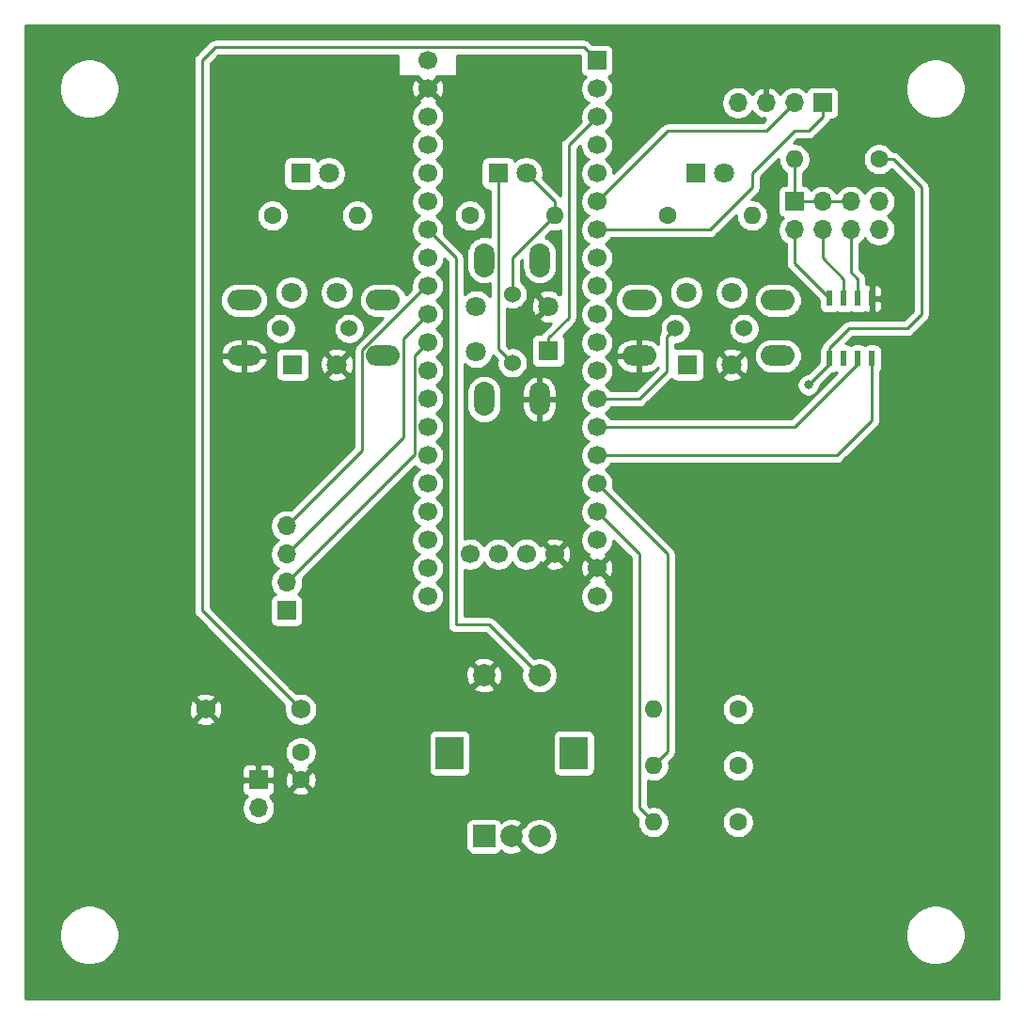
<source format=gbr>
%TF.GenerationSoftware,KiCad,Pcbnew,(5.1.9)-1*%
%TF.CreationDate,2021-06-17T08:41:36-07:00*%
%TF.ProjectId,knob_v1,6b6e6f62-5f76-4312-9e6b-696361645f70,rev?*%
%TF.SameCoordinates,Original*%
%TF.FileFunction,Copper,L2,Bot*%
%TF.FilePolarity,Positive*%
%FSLAX46Y46*%
G04 Gerber Fmt 4.6, Leading zero omitted, Abs format (unit mm)*
G04 Created by KiCad (PCBNEW (5.1.9)-1) date 2021-06-17 08:41:36*
%MOMM*%
%LPD*%
G01*
G04 APERTURE LIST*
%TA.AperFunction,ComponentPad*%
%ADD10O,1.700000X1.700000*%
%TD*%
%TA.AperFunction,ComponentPad*%
%ADD11R,1.700000X1.700000*%
%TD*%
%TA.AperFunction,ComponentPad*%
%ADD12O,1.600000X1.600000*%
%TD*%
%TA.AperFunction,ComponentPad*%
%ADD13C,1.600000*%
%TD*%
%TA.AperFunction,ComponentPad*%
%ADD14C,1.800000*%
%TD*%
%TA.AperFunction,ComponentPad*%
%ADD15R,1.800000X1.800000*%
%TD*%
%TA.AperFunction,ComponentPad*%
%ADD16C,1.524000*%
%TD*%
%TA.AperFunction,ComponentPad*%
%ADD17C,1.733000*%
%TD*%
%TA.AperFunction,SMDPad,CuDef*%
%ADD18R,0.600000X1.400000*%
%TD*%
%TA.AperFunction,ComponentPad*%
%ADD19C,1.700000*%
%TD*%
%TA.AperFunction,ComponentPad*%
%ADD20R,2.000000X2.000000*%
%TD*%
%TA.AperFunction,ComponentPad*%
%ADD21C,2.000000*%
%TD*%
%TA.AperFunction,ComponentPad*%
%ADD22R,2.500000X3.000000*%
%TD*%
%TA.AperFunction,ComponentPad*%
%ADD23O,3.048000X1.850000*%
%TD*%
%TA.AperFunction,ComponentPad*%
%ADD24O,1.850000X3.048000*%
%TD*%
%TA.AperFunction,ViaPad*%
%ADD25C,0.800000*%
%TD*%
%TA.AperFunction,Conductor*%
%ADD26C,0.250000*%
%TD*%
%TA.AperFunction,Conductor*%
%ADD27C,0.254000*%
%TD*%
%TA.AperFunction,Conductor*%
%ADD28C,0.100000*%
%TD*%
G04 APERTURE END LIST*
D10*
%TO.P,J1,4*%
%TO.N,+5V*%
X124460000Y-50800000D03*
%TO.P,J1,3*%
%TO.N,GND*%
X127000000Y-50800000D03*
%TO.P,J1,2*%
%TO.N,PRG_TX*%
X129540000Y-50800000D03*
D11*
%TO.P,J1,1*%
%TO.N,PRG_RX*%
X132080000Y-50800000D03*
%TD*%
D12*
%TO.P,R7,2*%
%TO.N,Net-(J2-Pad1)*%
X129540000Y-55880000D03*
D13*
%TO.P,R7,1*%
%TO.N,+3V3*%
X137160000Y-55880000D03*
%TD*%
D14*
%TO.P,SW3A1,3*%
%TO.N,GND*%
X123920000Y-74370000D03*
D15*
%TO.P,SW3A1,1*%
%TO.N,Net-(SW3-Pad1)*%
X119920000Y-74370000D03*
D14*
%TO.P,SW3A1,2*%
%TO.N,Net-(SW3A1-Pad2)*%
X119820000Y-67870000D03*
%TO.P,SW3A1,4*%
%TO.N,Net-(SW3A1-Pad4)*%
X123920000Y-67870000D03*
D16*
%TO.P,SW3A1,5*%
%TO.N,Net-(D3-Pad1)*%
X118820000Y-71120000D03*
%TO.P,SW3A1,6*%
%TO.N,D3R4*%
X125020000Y-71120000D03*
%TD*%
D14*
%TO.P,SW2A1,3*%
%TO.N,GND*%
X107390000Y-69120000D03*
D15*
%TO.P,SW2A1,1*%
%TO.N,Net-(SW2-Pad1)*%
X107390000Y-73120000D03*
D14*
%TO.P,SW2A1,2*%
%TO.N,Net-(SW2A1-Pad2)*%
X100890000Y-73220000D03*
%TO.P,SW2A1,4*%
%TO.N,Net-(SW2A1-Pad4)*%
X100890000Y-69120000D03*
D16*
%TO.P,SW2A1,5*%
%TO.N,Net-(D2-Pad1)*%
X104140000Y-74220000D03*
%TO.P,SW2A1,6*%
%TO.N,D2R5*%
X104140000Y-68020000D03*
%TD*%
D14*
%TO.P,SW1A1,3*%
%TO.N,GND*%
X88360000Y-74370000D03*
D15*
%TO.P,SW1A1,1*%
%TO.N,Net-(SW1-Pad1)*%
X84360000Y-74370000D03*
D14*
%TO.P,SW1A1,2*%
%TO.N,Net-(SW1A1-Pad2)*%
X84260000Y-67870000D03*
%TO.P,SW1A1,4*%
%TO.N,Net-(SW1A1-Pad4)*%
X88360000Y-67870000D03*
D16*
%TO.P,SW1A1,5*%
%TO.N,Net-(D1-Pad1)*%
X83260000Y-71120000D03*
%TO.P,SW1A1,6*%
%TO.N,D1R6*%
X89460000Y-71120000D03*
%TD*%
D17*
%TO.P,Z1,A*%
%TO.N,GND*%
X76530000Y-105410000D03*
%TO.P,Z1,K*%
%TO.N,Net-(C1-Pad1)*%
X85090000Y-105410000D03*
%TD*%
D18*
%TO.P,U2,8*%
%TO.N,+3V3*%
X132715000Y-73820000D03*
%TO.P,U2,7*%
%TO.N,Net-(U2-Pad7)*%
X133985000Y-73820000D03*
%TO.P,U2,6*%
%TO.N,Net-(U1-Pad14)*%
X135255000Y-73820000D03*
%TO.P,U2,5*%
%TO.N,Net-(U1-Pad15)*%
X136525000Y-73820000D03*
%TO.P,U2,4*%
%TO.N,GND*%
X136525000Y-68420000D03*
%TO.P,U2,3*%
%TO.N,Net-(J2-Pad6)*%
X135255000Y-68420000D03*
%TO.P,U2,2*%
%TO.N,Net-(J2-Pad4)*%
X133985000Y-68420000D03*
%TO.P,U2,1*%
%TO.N,Net-(J2-Pad2)*%
X132715000Y-68420000D03*
%TD*%
D19*
%TO.P,U1,20*%
%TO.N,+3V3*%
X111760000Y-95250000D03*
%TO.P,U1,21*%
%TO.N,Net-(U1-Pad21)*%
X96520000Y-95250000D03*
%TO.P,U1,19*%
%TO.N,GND*%
X111760000Y-92710000D03*
%TO.P,U1,22*%
%TO.N,Net-(U1-Pad22)*%
X96520000Y-92710000D03*
%TO.P,U1,18*%
%TO.N,+5V*%
X111760000Y-90170000D03*
%TO.P,U1,23*%
%TO.N,Net-(U1-Pad23)*%
X96520000Y-90170000D03*
%TO.P,U1,17*%
%TO.N,Net-(R3-Pad2)*%
X111760000Y-87630000D03*
%TO.P,U1,24*%
%TO.N,Net-(U1-Pad24)*%
X96520000Y-87630000D03*
%TO.P,U1,16*%
%TO.N,Net-(R2-Pad2)*%
X111760000Y-85090000D03*
%TO.P,U1,25*%
%TO.N,Net-(U1-Pad25)*%
X96520000Y-85090000D03*
%TO.P,U1,15*%
%TO.N,Net-(U1-Pad15)*%
X111760000Y-82550000D03*
%TO.P,U1,26*%
%TO.N,Net-(U1-Pad26)*%
X96520000Y-82550000D03*
%TO.P,U1,14*%
%TO.N,Net-(U1-Pad14)*%
X111760000Y-80010000D03*
%TO.P,U1,27*%
%TO.N,Net-(U1-Pad27)*%
X96520000Y-80010000D03*
%TO.P,U1,13*%
%TO.N,Net-(D3-Pad1)*%
X111760000Y-77470000D03*
%TO.P,U1,28*%
%TO.N,Net-(U1-Pad28)*%
X96520000Y-77470000D03*
%TO.P,U1,12*%
%TO.N,Net-(D2-Pad1)*%
X111760000Y-74930000D03*
%TO.P,U1,29*%
%TO.N,Net-(J4-Pad1)*%
X96520000Y-74930000D03*
%TO.P,U1,11*%
%TO.N,Net-(D1-Pad1)*%
X111760000Y-72390000D03*
%TO.P,U1,30*%
%TO.N,Net-(J4-Pad2)*%
X96520000Y-72390000D03*
%TO.P,U1,10*%
%TO.N,Net-(U1-Pad10)*%
X111760000Y-69850000D03*
%TO.P,U1,31*%
%TO.N,Net-(J4-Pad3)*%
X96520000Y-69850000D03*
%TO.P,U1,9*%
%TO.N,Net-(U1-Pad9)*%
X111760000Y-67310000D03*
%TO.P,U1,32*%
%TO.N,Net-(J4-Pad4)*%
X96520000Y-67310000D03*
%TO.P,U1,8*%
%TO.N,Net-(U1-Pad8)*%
X111760000Y-64770000D03*
%TO.P,U1,33*%
%TO.N,Net-(U1-Pad33)*%
X96520000Y-64770000D03*
%TO.P,U1,7*%
%TO.N,PRG_RX*%
X111760000Y-62230000D03*
%TO.P,U1,34*%
%TO.N,ENC_SW*%
X96520000Y-62230000D03*
%TO.P,U1,6*%
%TO.N,PRG_TX*%
X111760000Y-59690000D03*
%TO.P,U1,35*%
%TO.N,Net-(U1-Pad35)*%
X96520000Y-59690000D03*
%TO.P,U1,5*%
%TO.N,Net-(U1-Pad5)*%
X111760000Y-57150000D03*
%TO.P,U1,36*%
%TO.N,Net-(U1-Pad36)*%
X96520000Y-57150000D03*
%TO.P,U1,4*%
%TO.N,Net-(SW3-Pad1)*%
X111760000Y-54610000D03*
%TO.P,U1,37*%
%TO.N,Net-(U1-Pad37)*%
X96520000Y-54610000D03*
%TO.P,U1,3*%
%TO.N,Net-(SW2-Pad1)*%
X111760000Y-52070000D03*
%TO.P,U1,38*%
%TO.N,+3V3*%
X96520000Y-52070000D03*
%TO.P,U1,2*%
%TO.N,Net-(SW1-Pad1)*%
X111760000Y-49530000D03*
%TO.P,U1,39*%
%TO.N,GND*%
X96520000Y-49530000D03*
D11*
%TO.P,U1,1*%
%TO.N,Net-(C1-Pad1)*%
X111760000Y-46990000D03*
D19*
%TO.P,U1,40*%
%TO.N,GND*%
X96520000Y-46990000D03*
%TO.P,U1,41*%
%TO.N,N/C*%
X100330000Y-91440000D03*
%TO.P,U1,42*%
%TO.N,Net-(U1-Pad42)*%
X102870000Y-91440000D03*
%TO.P,U1,43*%
%TO.N,Net-(U1-Pad43)*%
X105410000Y-91440000D03*
%TO.P,U1,44*%
%TO.N,GND*%
X107950000Y-91440000D03*
%TD*%
D20*
%TO.P,SW4,A*%
%TO.N,Net-(R3-Pad2)*%
X101600000Y-116840000D03*
D21*
%TO.P,SW4,C*%
%TO.N,GND*%
X104100000Y-116840000D03*
%TO.P,SW4,B*%
%TO.N,Net-(R2-Pad2)*%
X106600000Y-116840000D03*
D22*
%TO.P,SW4,MP*%
%TO.N,N/C*%
X98500000Y-109340000D03*
X109700000Y-109340000D03*
D21*
%TO.P,SW4,S1*%
%TO.N,GND*%
X101600000Y-102340000D03*
%TO.P,SW4,S2*%
%TO.N,ENC_SW*%
X106600000Y-102340000D03*
%TD*%
D10*
%TO.P,J4,4*%
%TO.N,Net-(J4-Pad4)*%
X83820000Y-88900000D03*
%TO.P,J4,3*%
%TO.N,Net-(J4-Pad3)*%
X83820000Y-91440000D03*
%TO.P,J4,2*%
%TO.N,Net-(J4-Pad2)*%
X83820000Y-93980000D03*
D11*
%TO.P,J4,1*%
%TO.N,Net-(J4-Pad1)*%
X83820000Y-96520000D03*
%TD*%
D10*
%TO.P,J3,2*%
%TO.N,Net-(C1-Pad1)*%
X81280000Y-114300000D03*
D11*
%TO.P,J3,1*%
%TO.N,GND*%
X81280000Y-111760000D03*
%TD*%
D10*
%TO.P,J2,8*%
%TO.N,N/C*%
X137160000Y-62230000D03*
%TO.P,J2,7*%
X137160000Y-59690000D03*
%TO.P,J2,6*%
%TO.N,Net-(J2-Pad6)*%
X134620000Y-62230000D03*
%TO.P,J2,5*%
%TO.N,Net-(J2-Pad1)*%
X134620000Y-59690000D03*
%TO.P,J2,4*%
%TO.N,Net-(J2-Pad4)*%
X132080000Y-62230000D03*
%TO.P,J2,3*%
%TO.N,Net-(J2-Pad1)*%
X132080000Y-59690000D03*
%TO.P,J2,2*%
%TO.N,Net-(J2-Pad2)*%
X129540000Y-62230000D03*
D11*
%TO.P,J2,1*%
%TO.N,Net-(J2-Pad1)*%
X129540000Y-59690000D03*
%TD*%
D14*
%TO.P,D3,2*%
%TO.N,D3R4*%
X123190000Y-57150000D03*
D15*
%TO.P,D3,1*%
%TO.N,Net-(D3-Pad1)*%
X120650000Y-57150000D03*
%TD*%
D14*
%TO.P,D2,2*%
%TO.N,D2R5*%
X105410000Y-57150000D03*
D15*
%TO.P,D2,1*%
%TO.N,Net-(D2-Pad1)*%
X102870000Y-57150000D03*
%TD*%
D14*
%TO.P,D1,2*%
%TO.N,D1R6*%
X87630000Y-57150000D03*
D15*
%TO.P,D1,1*%
%TO.N,Net-(D1-Pad1)*%
X85090000Y-57150000D03*
%TD*%
D13*
%TO.P,C1,2*%
%TO.N,GND*%
X85090000Y-111760000D03*
%TO.P,C1,1*%
%TO.N,Net-(C1-Pad1)*%
X85090000Y-109260000D03*
%TD*%
D12*
%TO.P,R1,2*%
%TO.N,ENC_SW*%
X116840000Y-105410000D03*
D13*
%TO.P,R1,1*%
%TO.N,+3V3*%
X124460000Y-105410000D03*
%TD*%
D12*
%TO.P,R2,2*%
%TO.N,Net-(R2-Pad2)*%
X116840000Y-110490000D03*
D13*
%TO.P,R2,1*%
%TO.N,+3V3*%
X124460000Y-110490000D03*
%TD*%
%TO.P,R3,1*%
%TO.N,+3V3*%
X124460000Y-115570000D03*
D12*
%TO.P,R3,2*%
%TO.N,Net-(R3-Pad2)*%
X116840000Y-115570000D03*
%TD*%
D13*
%TO.P,R4,1*%
%TO.N,+3V3*%
X118110000Y-60960000D03*
D12*
%TO.P,R4,2*%
%TO.N,D3R4*%
X125730000Y-60960000D03*
%TD*%
D13*
%TO.P,R5,1*%
%TO.N,+3V3*%
X100330000Y-60960000D03*
D12*
%TO.P,R5,2*%
%TO.N,D2R5*%
X107950000Y-60960000D03*
%TD*%
D13*
%TO.P,R6,1*%
%TO.N,+3V3*%
X82550000Y-60960000D03*
D12*
%TO.P,R6,2*%
%TO.N,D1R6*%
X90170000Y-60960000D03*
%TD*%
D23*
%TO.P,SW1,3*%
%TO.N,Net-(SW1-Pad3)*%
X92510000Y-68580000D03*
%TO.P,SW1,4*%
%TO.N,Net-(SW1-Pad4)*%
X92510000Y-73580000D03*
%TO.P,SW1,1*%
%TO.N,Net-(SW1-Pad1)*%
X80010000Y-68580000D03*
%TO.P,SW1,2*%
%TO.N,GND*%
X80010000Y-73580000D03*
%TD*%
D24*
%TO.P,SW2,2*%
%TO.N,GND*%
X106600000Y-77470000D03*
%TO.P,SW2,1*%
%TO.N,Net-(SW2-Pad1)*%
X101600000Y-77470000D03*
%TO.P,SW2,4*%
%TO.N,Net-(SW2-Pad4)*%
X106600000Y-64970000D03*
%TO.P,SW2,3*%
%TO.N,Net-(SW2-Pad3)*%
X101600000Y-64970000D03*
%TD*%
D23*
%TO.P,SW3,3*%
%TO.N,Net-(SW3-Pad3)*%
X128070000Y-68580000D03*
%TO.P,SW3,4*%
%TO.N,Net-(SW3-Pad4)*%
X128070000Y-73580000D03*
%TO.P,SW3,1*%
%TO.N,Net-(SW3-Pad1)*%
X115570000Y-68580000D03*
%TO.P,SW3,2*%
%TO.N,GND*%
X115570000Y-73580000D03*
%TD*%
D25*
%TO.N,+3V3*%
X130810000Y-76200000D03*
%TD*%
D26*
%TO.N,Net-(C1-Pad1)*%
X110584999Y-45814999D02*
X77375001Y-45814999D01*
X111760000Y-46990000D02*
X110584999Y-45814999D01*
X77375001Y-45814999D02*
X76200000Y-46990000D01*
X76200000Y-96520000D02*
X85090000Y-105410000D01*
X76200000Y-46990000D02*
X76200000Y-96520000D01*
%TO.N,D2R5*%
X107950000Y-59690000D02*
X107950000Y-60960000D01*
X105410000Y-57150000D02*
X107950000Y-59690000D01*
X104140000Y-64770000D02*
X104140000Y-68020000D01*
X107950000Y-60960000D02*
X104140000Y-64770000D01*
%TO.N,Net-(D2-Pad1)*%
X102870000Y-72950000D02*
X102870000Y-57150000D01*
X104140000Y-74220000D02*
X102870000Y-72950000D01*
%TO.N,Net-(D3-Pad1)*%
X118058001Y-71881999D02*
X118058001Y-74981999D01*
X118820000Y-71120000D02*
X118058001Y-71881999D01*
X115570000Y-77470000D02*
X111760000Y-77470000D01*
X118058001Y-74981999D02*
X115570000Y-77470000D01*
%TO.N,PRG_TX*%
X118110000Y-53340000D02*
X127000000Y-53340000D01*
X111760000Y-59690000D02*
X118110000Y-53340000D01*
X129540000Y-50800000D02*
X127000000Y-53340000D01*
%TO.N,PRG_RX*%
X111760000Y-62230000D02*
X121920000Y-62230000D01*
X132080000Y-52070000D02*
X132080000Y-50800000D01*
X132080000Y-52070000D02*
X130810000Y-53340000D01*
X130810000Y-53340000D02*
X129540000Y-53340000D01*
X129540000Y-53340000D02*
X125730000Y-57150000D01*
X125730000Y-58420000D02*
X121920000Y-62230000D01*
X125730000Y-57150000D02*
X125730000Y-58420000D01*
%TO.N,Net-(J2-Pad6)*%
X134620000Y-62230000D02*
X134620000Y-63500000D01*
X135255000Y-68420000D02*
X135255000Y-66675000D01*
X135255000Y-66675000D02*
X134620000Y-66040000D01*
X134620000Y-66040000D02*
X134620000Y-63500000D01*
%TO.N,Net-(J2-Pad1)*%
X129540000Y-59690000D02*
X134620000Y-59690000D01*
X129540000Y-55880000D02*
X129540000Y-59690000D01*
%TO.N,Net-(J2-Pad4)*%
X133985000Y-68420000D02*
X133985000Y-66675000D01*
X132080000Y-64770000D02*
X132080000Y-62230000D01*
X133985000Y-66675000D02*
X132080000Y-64770000D01*
%TO.N,Net-(J2-Pad2)*%
X129540000Y-65245000D02*
X132715000Y-68420000D01*
X129540000Y-62230000D02*
X129540000Y-65245000D01*
%TO.N,Net-(J4-Pad4)*%
X90660990Y-73062229D02*
X96413219Y-67310000D01*
X90660990Y-82059010D02*
X90660990Y-73062229D01*
X96413219Y-67310000D02*
X96520000Y-67310000D01*
X83820000Y-88900000D02*
X90660990Y-82059010D01*
%TO.N,Net-(J4-Pad3)*%
X94359010Y-72010990D02*
X96520000Y-69850000D01*
X94359010Y-80900990D02*
X94359010Y-72010990D01*
X83820000Y-91440000D02*
X94359010Y-80900990D01*
%TO.N,Net-(J4-Pad2)*%
X95344999Y-73565001D02*
X96520000Y-72390000D01*
X95344999Y-82455001D02*
X95344999Y-73565001D01*
X83820000Y-93980000D02*
X95344999Y-82455001D01*
%TO.N,ENC_SW*%
X102050000Y-97790000D02*
X106600000Y-102340000D01*
X99060000Y-97790000D02*
X102050000Y-97790000D01*
X99060000Y-64770000D02*
X99060000Y-97790000D01*
X96520000Y-62230000D02*
X99060000Y-64770000D01*
%TO.N,+3V3*%
X134465000Y-71120000D02*
X132715000Y-72870000D01*
X132715000Y-72870000D02*
X132715000Y-73820000D01*
X140970000Y-69850000D02*
X139700000Y-71120000D01*
X140970000Y-58420000D02*
X140970000Y-69850000D01*
X139700000Y-71120000D02*
X134465000Y-71120000D01*
X138430000Y-55880000D02*
X140970000Y-58420000D01*
X137160000Y-55880000D02*
X138430000Y-55880000D01*
X132715000Y-74295000D02*
X132715000Y-73820000D01*
X130810000Y-76200000D02*
X132715000Y-74295000D01*
%TO.N,Net-(R2-Pad2)*%
X111760000Y-85090000D02*
X118110000Y-91440000D01*
X118110000Y-109220000D02*
X116840000Y-110490000D01*
X118110000Y-91440000D02*
X118110000Y-109220000D01*
%TO.N,Net-(R3-Pad2)*%
X111760000Y-87630000D02*
X115570000Y-91440000D01*
X115570000Y-114300000D02*
X116840000Y-115570000D01*
X115570000Y-91440000D02*
X115570000Y-114300000D01*
%TO.N,Net-(SW2-Pad1)*%
X107390000Y-71970000D02*
X109220000Y-70140000D01*
X107390000Y-73120000D02*
X107390000Y-71970000D01*
X109220000Y-54610000D02*
X111760000Y-52070000D01*
X109220000Y-70140000D02*
X109220000Y-54610000D01*
%TO.N,Net-(U1-Pad15)*%
X136525000Y-73820000D02*
X136525000Y-79375000D01*
X133350000Y-82550000D02*
X111760000Y-82550000D01*
X136525000Y-79375000D02*
X133350000Y-82550000D01*
%TO.N,Net-(U1-Pad14)*%
X135255000Y-73820000D02*
X135255000Y-74295000D01*
X135255000Y-74295000D02*
X129540000Y-80010000D01*
X129540000Y-80010000D02*
X111760000Y-80010000D01*
%TD*%
D27*
%TO.N,GND*%
X147930001Y-131420000D02*
X60350000Y-131420000D01*
X60350000Y-125464178D01*
X63341059Y-125464178D01*
X63341059Y-125995822D01*
X63444778Y-126517252D01*
X63648230Y-127008428D01*
X63943596Y-127450475D01*
X64319525Y-127826404D01*
X64761572Y-128121770D01*
X65252748Y-128325222D01*
X65774178Y-128428941D01*
X66305822Y-128428941D01*
X66827252Y-128325222D01*
X67318428Y-128121770D01*
X67760475Y-127826404D01*
X68136404Y-127450475D01*
X68431770Y-127008428D01*
X68635222Y-126517252D01*
X68738941Y-125995822D01*
X68738941Y-125464178D01*
X139541059Y-125464178D01*
X139541059Y-125995822D01*
X139644778Y-126517252D01*
X139848230Y-127008428D01*
X140143596Y-127450475D01*
X140519525Y-127826404D01*
X140961572Y-128121770D01*
X141452748Y-128325222D01*
X141974178Y-128428941D01*
X142505822Y-128428941D01*
X143027252Y-128325222D01*
X143518428Y-128121770D01*
X143960475Y-127826404D01*
X144336404Y-127450475D01*
X144631770Y-127008428D01*
X144835222Y-126517252D01*
X144938941Y-125995822D01*
X144938941Y-125464178D01*
X144835222Y-124942748D01*
X144631770Y-124451572D01*
X144336404Y-124009525D01*
X143960475Y-123633596D01*
X143518428Y-123338230D01*
X143027252Y-123134778D01*
X142505822Y-123031059D01*
X141974178Y-123031059D01*
X141452748Y-123134778D01*
X140961572Y-123338230D01*
X140519525Y-123633596D01*
X140143596Y-124009525D01*
X139848230Y-124451572D01*
X139644778Y-124942748D01*
X139541059Y-125464178D01*
X68738941Y-125464178D01*
X68635222Y-124942748D01*
X68431770Y-124451572D01*
X68136404Y-124009525D01*
X67760475Y-123633596D01*
X67318428Y-123338230D01*
X66827252Y-123134778D01*
X66305822Y-123031059D01*
X65774178Y-123031059D01*
X65252748Y-123134778D01*
X64761572Y-123338230D01*
X64319525Y-123633596D01*
X63943596Y-124009525D01*
X63648230Y-124451572D01*
X63444778Y-124942748D01*
X63341059Y-125464178D01*
X60350000Y-125464178D01*
X60350000Y-115840000D01*
X99961928Y-115840000D01*
X99961928Y-117840000D01*
X99974188Y-117964482D01*
X100010498Y-118084180D01*
X100069463Y-118194494D01*
X100148815Y-118291185D01*
X100245506Y-118370537D01*
X100355820Y-118429502D01*
X100475518Y-118465812D01*
X100600000Y-118478072D01*
X102600000Y-118478072D01*
X102724482Y-118465812D01*
X102844180Y-118429502D01*
X102954494Y-118370537D01*
X103051185Y-118291185D01*
X103130537Y-118194494D01*
X103185976Y-118090777D01*
X103239956Y-118239814D01*
X103529571Y-118380704D01*
X103841108Y-118462384D01*
X104162595Y-118481718D01*
X104481675Y-118437961D01*
X104786088Y-118332795D01*
X104960044Y-118239814D01*
X105055808Y-117975413D01*
X104100000Y-117019605D01*
X104085858Y-117033748D01*
X103906253Y-116854143D01*
X103920395Y-116840000D01*
X104279605Y-116840000D01*
X105235413Y-117795808D01*
X105265075Y-117785065D01*
X105330013Y-117882252D01*
X105557748Y-118109987D01*
X105825537Y-118288918D01*
X106123088Y-118412168D01*
X106438967Y-118475000D01*
X106761033Y-118475000D01*
X107076912Y-118412168D01*
X107374463Y-118288918D01*
X107642252Y-118109987D01*
X107869987Y-117882252D01*
X108048918Y-117614463D01*
X108172168Y-117316912D01*
X108235000Y-117001033D01*
X108235000Y-116678967D01*
X108172168Y-116363088D01*
X108048918Y-116065537D01*
X107869987Y-115797748D01*
X107642252Y-115570013D01*
X107374463Y-115391082D01*
X107076912Y-115267832D01*
X106761033Y-115205000D01*
X106438967Y-115205000D01*
X106123088Y-115267832D01*
X105825537Y-115391082D01*
X105557748Y-115570013D01*
X105330013Y-115797748D01*
X105265075Y-115894935D01*
X105235413Y-115884192D01*
X104279605Y-116840000D01*
X103920395Y-116840000D01*
X103906253Y-116825858D01*
X104085858Y-116646253D01*
X104100000Y-116660395D01*
X105055808Y-115704587D01*
X104960044Y-115440186D01*
X104670429Y-115299296D01*
X104358892Y-115217616D01*
X104037405Y-115198282D01*
X103718325Y-115242039D01*
X103413912Y-115347205D01*
X103239956Y-115440186D01*
X103185976Y-115589223D01*
X103130537Y-115485506D01*
X103051185Y-115388815D01*
X102954494Y-115309463D01*
X102844180Y-115250498D01*
X102724482Y-115214188D01*
X102600000Y-115201928D01*
X100600000Y-115201928D01*
X100475518Y-115214188D01*
X100355820Y-115250498D01*
X100245506Y-115309463D01*
X100148815Y-115388815D01*
X100069463Y-115485506D01*
X100010498Y-115595820D01*
X99974188Y-115715518D01*
X99961928Y-115840000D01*
X60350000Y-115840000D01*
X60350000Y-112610000D01*
X79791928Y-112610000D01*
X79804188Y-112734482D01*
X79840498Y-112854180D01*
X79899463Y-112964494D01*
X79978815Y-113061185D01*
X80075506Y-113140537D01*
X80185820Y-113199502D01*
X80258380Y-113221513D01*
X80126525Y-113353368D01*
X79964010Y-113596589D01*
X79852068Y-113866842D01*
X79795000Y-114153740D01*
X79795000Y-114446260D01*
X79852068Y-114733158D01*
X79964010Y-115003411D01*
X80126525Y-115246632D01*
X80333368Y-115453475D01*
X80576589Y-115615990D01*
X80846842Y-115727932D01*
X81133740Y-115785000D01*
X81426260Y-115785000D01*
X81713158Y-115727932D01*
X81983411Y-115615990D01*
X82226632Y-115453475D01*
X82433475Y-115246632D01*
X82595990Y-115003411D01*
X82707932Y-114733158D01*
X82765000Y-114446260D01*
X82765000Y-114153740D01*
X82707932Y-113866842D01*
X82595990Y-113596589D01*
X82433475Y-113353368D01*
X82301620Y-113221513D01*
X82374180Y-113199502D01*
X82484494Y-113140537D01*
X82581185Y-113061185D01*
X82660537Y-112964494D01*
X82719502Y-112854180D01*
X82750285Y-112752702D01*
X84276903Y-112752702D01*
X84348486Y-112996671D01*
X84603996Y-113117571D01*
X84878184Y-113186300D01*
X85160512Y-113200217D01*
X85440130Y-113158787D01*
X85706292Y-113063603D01*
X85831514Y-112996671D01*
X85903097Y-112752702D01*
X85090000Y-111939605D01*
X84276903Y-112752702D01*
X82750285Y-112752702D01*
X82755812Y-112734482D01*
X82768072Y-112610000D01*
X82765000Y-112045750D01*
X82606250Y-111887000D01*
X81407000Y-111887000D01*
X81407000Y-111907000D01*
X81153000Y-111907000D01*
X81153000Y-111887000D01*
X79953750Y-111887000D01*
X79795000Y-112045750D01*
X79791928Y-112610000D01*
X60350000Y-112610000D01*
X60350000Y-111830512D01*
X83649783Y-111830512D01*
X83691213Y-112110130D01*
X83786397Y-112376292D01*
X83853329Y-112501514D01*
X84097298Y-112573097D01*
X84910395Y-111760000D01*
X85269605Y-111760000D01*
X86082702Y-112573097D01*
X86326671Y-112501514D01*
X86447571Y-112246004D01*
X86516300Y-111971816D01*
X86530217Y-111689488D01*
X86488787Y-111409870D01*
X86393603Y-111143708D01*
X86326671Y-111018486D01*
X86082702Y-110946903D01*
X85269605Y-111760000D01*
X84910395Y-111760000D01*
X84097298Y-110946903D01*
X83853329Y-111018486D01*
X83732429Y-111273996D01*
X83663700Y-111548184D01*
X83649783Y-111830512D01*
X60350000Y-111830512D01*
X60350000Y-110910000D01*
X79791928Y-110910000D01*
X79795000Y-111474250D01*
X79953750Y-111633000D01*
X81153000Y-111633000D01*
X81153000Y-110433750D01*
X81407000Y-110433750D01*
X81407000Y-111633000D01*
X82606250Y-111633000D01*
X82765000Y-111474250D01*
X82768072Y-110910000D01*
X82755812Y-110785518D01*
X82719502Y-110665820D01*
X82660537Y-110555506D01*
X82581185Y-110458815D01*
X82484494Y-110379463D01*
X82374180Y-110320498D01*
X82254482Y-110284188D01*
X82130000Y-110271928D01*
X81565750Y-110275000D01*
X81407000Y-110433750D01*
X81153000Y-110433750D01*
X80994250Y-110275000D01*
X80430000Y-110271928D01*
X80305518Y-110284188D01*
X80185820Y-110320498D01*
X80075506Y-110379463D01*
X79978815Y-110458815D01*
X79899463Y-110555506D01*
X79840498Y-110665820D01*
X79804188Y-110785518D01*
X79791928Y-110910000D01*
X60350000Y-110910000D01*
X60350000Y-109118665D01*
X83655000Y-109118665D01*
X83655000Y-109401335D01*
X83710147Y-109678574D01*
X83818320Y-109939727D01*
X83975363Y-110174759D01*
X84175241Y-110374637D01*
X84375869Y-110508692D01*
X84348486Y-110523329D01*
X84276903Y-110767298D01*
X85090000Y-111580395D01*
X85903097Y-110767298D01*
X85831514Y-110523329D01*
X85802659Y-110509676D01*
X86004759Y-110374637D01*
X86204637Y-110174759D01*
X86361680Y-109939727D01*
X86469853Y-109678574D01*
X86525000Y-109401335D01*
X86525000Y-109118665D01*
X86469853Y-108841426D01*
X86361680Y-108580273D01*
X86204637Y-108345241D01*
X86004759Y-108145363D01*
X85769727Y-107988320D01*
X85508574Y-107880147D01*
X85306745Y-107840000D01*
X96611928Y-107840000D01*
X96611928Y-110840000D01*
X96624188Y-110964482D01*
X96660498Y-111084180D01*
X96719463Y-111194494D01*
X96798815Y-111291185D01*
X96895506Y-111370537D01*
X97005820Y-111429502D01*
X97125518Y-111465812D01*
X97250000Y-111478072D01*
X99750000Y-111478072D01*
X99874482Y-111465812D01*
X99994180Y-111429502D01*
X100104494Y-111370537D01*
X100201185Y-111291185D01*
X100280537Y-111194494D01*
X100339502Y-111084180D01*
X100375812Y-110964482D01*
X100388072Y-110840000D01*
X100388072Y-107840000D01*
X107811928Y-107840000D01*
X107811928Y-110840000D01*
X107824188Y-110964482D01*
X107860498Y-111084180D01*
X107919463Y-111194494D01*
X107998815Y-111291185D01*
X108095506Y-111370537D01*
X108205820Y-111429502D01*
X108325518Y-111465812D01*
X108450000Y-111478072D01*
X110950000Y-111478072D01*
X111074482Y-111465812D01*
X111194180Y-111429502D01*
X111304494Y-111370537D01*
X111401185Y-111291185D01*
X111480537Y-111194494D01*
X111539502Y-111084180D01*
X111575812Y-110964482D01*
X111588072Y-110840000D01*
X111588072Y-107840000D01*
X111575812Y-107715518D01*
X111539502Y-107595820D01*
X111480537Y-107485506D01*
X111401185Y-107388815D01*
X111304494Y-107309463D01*
X111194180Y-107250498D01*
X111074482Y-107214188D01*
X110950000Y-107201928D01*
X108450000Y-107201928D01*
X108325518Y-107214188D01*
X108205820Y-107250498D01*
X108095506Y-107309463D01*
X107998815Y-107388815D01*
X107919463Y-107485506D01*
X107860498Y-107595820D01*
X107824188Y-107715518D01*
X107811928Y-107840000D01*
X100388072Y-107840000D01*
X100375812Y-107715518D01*
X100339502Y-107595820D01*
X100280537Y-107485506D01*
X100201185Y-107388815D01*
X100104494Y-107309463D01*
X99994180Y-107250498D01*
X99874482Y-107214188D01*
X99750000Y-107201928D01*
X97250000Y-107201928D01*
X97125518Y-107214188D01*
X97005820Y-107250498D01*
X96895506Y-107309463D01*
X96798815Y-107388815D01*
X96719463Y-107485506D01*
X96660498Y-107595820D01*
X96624188Y-107715518D01*
X96611928Y-107840000D01*
X85306745Y-107840000D01*
X85231335Y-107825000D01*
X84948665Y-107825000D01*
X84671426Y-107880147D01*
X84410273Y-107988320D01*
X84175241Y-108145363D01*
X83975363Y-108345241D01*
X83818320Y-108580273D01*
X83710147Y-108841426D01*
X83655000Y-109118665D01*
X60350000Y-109118665D01*
X60350000Y-106450174D01*
X75669431Y-106450174D01*
X75749063Y-106700933D01*
X76015918Y-106828482D01*
X76302528Y-106901519D01*
X76597880Y-106917237D01*
X76890623Y-106875033D01*
X77169507Y-106776529D01*
X77310937Y-106700933D01*
X77390569Y-106450174D01*
X76530000Y-105589605D01*
X75669431Y-106450174D01*
X60350000Y-106450174D01*
X60350000Y-105477880D01*
X75022763Y-105477880D01*
X75064967Y-105770623D01*
X75163471Y-106049507D01*
X75239067Y-106190937D01*
X75489826Y-106270569D01*
X76350395Y-105410000D01*
X76709605Y-105410000D01*
X77570174Y-106270569D01*
X77820933Y-106190937D01*
X77948482Y-105924082D01*
X78021519Y-105637472D01*
X78037237Y-105342120D01*
X77995033Y-105049377D01*
X77896529Y-104770493D01*
X77820933Y-104629063D01*
X77570174Y-104549431D01*
X76709605Y-105410000D01*
X76350395Y-105410000D01*
X75489826Y-104549431D01*
X75239067Y-104629063D01*
X75111518Y-104895918D01*
X75038481Y-105182528D01*
X75022763Y-105477880D01*
X60350000Y-105477880D01*
X60350000Y-104369826D01*
X75669431Y-104369826D01*
X76530000Y-105230395D01*
X77390569Y-104369826D01*
X77310937Y-104119067D01*
X77044082Y-103991518D01*
X76757472Y-103918481D01*
X76462120Y-103902763D01*
X76169377Y-103944967D01*
X75890493Y-104043471D01*
X75749063Y-104119067D01*
X75669431Y-104369826D01*
X60350000Y-104369826D01*
X60350000Y-49264178D01*
X63341059Y-49264178D01*
X63341059Y-49795822D01*
X63444778Y-50317252D01*
X63648230Y-50808428D01*
X63943596Y-51250475D01*
X64319525Y-51626404D01*
X64761572Y-51921770D01*
X65252748Y-52125222D01*
X65774178Y-52228941D01*
X66305822Y-52228941D01*
X66827252Y-52125222D01*
X67318428Y-51921770D01*
X67760475Y-51626404D01*
X68136404Y-51250475D01*
X68431770Y-50808428D01*
X68635222Y-50317252D01*
X68738941Y-49795822D01*
X68738941Y-49264178D01*
X68635222Y-48742748D01*
X68431770Y-48251572D01*
X68136404Y-47809525D01*
X67760475Y-47433596D01*
X67318428Y-47138230D01*
X66960570Y-46990000D01*
X75436324Y-46990000D01*
X75440000Y-47027322D01*
X75440001Y-96482667D01*
X75436324Y-96520000D01*
X75450998Y-96668985D01*
X75494454Y-96812246D01*
X75565026Y-96944276D01*
X75632362Y-97026324D01*
X75660000Y-97060001D01*
X75688998Y-97083799D01*
X83634758Y-105029560D01*
X83588500Y-105262115D01*
X83588500Y-105557885D01*
X83646202Y-105847971D01*
X83759388Y-106121227D01*
X83923709Y-106367150D01*
X84132850Y-106576291D01*
X84378773Y-106740612D01*
X84652029Y-106853798D01*
X84942115Y-106911500D01*
X85237885Y-106911500D01*
X85527971Y-106853798D01*
X85801227Y-106740612D01*
X86047150Y-106576291D01*
X86256291Y-106367150D01*
X86420612Y-106121227D01*
X86533798Y-105847971D01*
X86591500Y-105557885D01*
X86591500Y-105262115D01*
X86533798Y-104972029D01*
X86420612Y-104698773D01*
X86256291Y-104452850D01*
X86047150Y-104243709D01*
X85801227Y-104079388D01*
X85527971Y-103966202D01*
X85237885Y-103908500D01*
X84942115Y-103908500D01*
X84709560Y-103954758D01*
X84230215Y-103475413D01*
X100644192Y-103475413D01*
X100739956Y-103739814D01*
X101029571Y-103880704D01*
X101341108Y-103962384D01*
X101662595Y-103981718D01*
X101981675Y-103937961D01*
X102286088Y-103832795D01*
X102460044Y-103739814D01*
X102555808Y-103475413D01*
X101600000Y-102519605D01*
X100644192Y-103475413D01*
X84230215Y-103475413D01*
X83157397Y-102402595D01*
X99958282Y-102402595D01*
X100002039Y-102721675D01*
X100107205Y-103026088D01*
X100200186Y-103200044D01*
X100464587Y-103295808D01*
X101420395Y-102340000D01*
X101779605Y-102340000D01*
X102735413Y-103295808D01*
X102999814Y-103200044D01*
X103140704Y-102910429D01*
X103222384Y-102598892D01*
X103241718Y-102277405D01*
X103197961Y-101958325D01*
X103092795Y-101653912D01*
X102999814Y-101479956D01*
X102735413Y-101384192D01*
X101779605Y-102340000D01*
X101420395Y-102340000D01*
X100464587Y-101384192D01*
X100200186Y-101479956D01*
X100059296Y-101769571D01*
X99977616Y-102081108D01*
X99958282Y-102402595D01*
X83157397Y-102402595D01*
X81959389Y-101204587D01*
X100644192Y-101204587D01*
X101600000Y-102160395D01*
X102555808Y-101204587D01*
X102460044Y-100940186D01*
X102170429Y-100799296D01*
X101858892Y-100717616D01*
X101537405Y-100698282D01*
X101218325Y-100742039D01*
X100913912Y-100847205D01*
X100739956Y-100940186D01*
X100644192Y-101204587D01*
X81959389Y-101204587D01*
X76960000Y-96205199D01*
X76960000Y-73948664D01*
X77895188Y-73948664D01*
X77921147Y-74059655D01*
X78043350Y-74341094D01*
X78218111Y-74593285D01*
X78438714Y-74806536D01*
X78696681Y-74972652D01*
X78982099Y-75085249D01*
X79284000Y-75140000D01*
X79883000Y-75140000D01*
X79883000Y-73707000D01*
X80137000Y-73707000D01*
X80137000Y-75140000D01*
X80736000Y-75140000D01*
X81037901Y-75085249D01*
X81323319Y-74972652D01*
X81581286Y-74806536D01*
X81801889Y-74593285D01*
X81976650Y-74341094D01*
X82098853Y-74059655D01*
X82124812Y-73948664D01*
X82004483Y-73707000D01*
X80137000Y-73707000D01*
X79883000Y-73707000D01*
X78015517Y-73707000D01*
X77895188Y-73948664D01*
X76960000Y-73948664D01*
X76960000Y-73470000D01*
X82821928Y-73470000D01*
X82821928Y-75270000D01*
X82834188Y-75394482D01*
X82870498Y-75514180D01*
X82929463Y-75624494D01*
X83008815Y-75721185D01*
X83105506Y-75800537D01*
X83215820Y-75859502D01*
X83335518Y-75895812D01*
X83460000Y-75908072D01*
X85260000Y-75908072D01*
X85384482Y-75895812D01*
X85504180Y-75859502D01*
X85614494Y-75800537D01*
X85711185Y-75721185D01*
X85790537Y-75624494D01*
X85849502Y-75514180D01*
X85873800Y-75434080D01*
X87475525Y-75434080D01*
X87559208Y-75688261D01*
X87831775Y-75819158D01*
X88124642Y-75894365D01*
X88426553Y-75910991D01*
X88725907Y-75868397D01*
X89011199Y-75768222D01*
X89160792Y-75688261D01*
X89244475Y-75434080D01*
X88360000Y-74549605D01*
X87475525Y-75434080D01*
X85873800Y-75434080D01*
X85885812Y-75394482D01*
X85898072Y-75270000D01*
X85898072Y-74436553D01*
X86819009Y-74436553D01*
X86861603Y-74735907D01*
X86961778Y-75021199D01*
X87041739Y-75170792D01*
X87295920Y-75254475D01*
X88180395Y-74370000D01*
X88539605Y-74370000D01*
X89424080Y-75254475D01*
X89678261Y-75170792D01*
X89809158Y-74898225D01*
X89884365Y-74605358D01*
X89900991Y-74303447D01*
X89858397Y-74004093D01*
X89758222Y-73718801D01*
X89678261Y-73569208D01*
X89424080Y-73485525D01*
X88539605Y-74370000D01*
X88180395Y-74370000D01*
X87295920Y-73485525D01*
X87041739Y-73569208D01*
X86910842Y-73841775D01*
X86835635Y-74134642D01*
X86819009Y-74436553D01*
X85898072Y-74436553D01*
X85898072Y-73470000D01*
X85885812Y-73345518D01*
X85873801Y-73305920D01*
X87475525Y-73305920D01*
X88360000Y-74190395D01*
X89244475Y-73305920D01*
X89160792Y-73051739D01*
X88888225Y-72920842D01*
X88595358Y-72845635D01*
X88293447Y-72829009D01*
X87994093Y-72871603D01*
X87708801Y-72971778D01*
X87559208Y-73051739D01*
X87475525Y-73305920D01*
X85873801Y-73305920D01*
X85849502Y-73225820D01*
X85790537Y-73115506D01*
X85711185Y-73018815D01*
X85614494Y-72939463D01*
X85504180Y-72880498D01*
X85384482Y-72844188D01*
X85260000Y-72831928D01*
X83460000Y-72831928D01*
X83335518Y-72844188D01*
X83215820Y-72880498D01*
X83105506Y-72939463D01*
X83008815Y-73018815D01*
X82929463Y-73115506D01*
X82870498Y-73225820D01*
X82834188Y-73345518D01*
X82821928Y-73470000D01*
X76960000Y-73470000D01*
X76960000Y-73211336D01*
X77895188Y-73211336D01*
X78015517Y-73453000D01*
X79883000Y-73453000D01*
X79883000Y-72020000D01*
X80137000Y-72020000D01*
X80137000Y-73453000D01*
X82004483Y-73453000D01*
X82124812Y-73211336D01*
X82098853Y-73100345D01*
X81976650Y-72818906D01*
X81801889Y-72566715D01*
X81581286Y-72353464D01*
X81323319Y-72187348D01*
X81037901Y-72074751D01*
X80736000Y-72020000D01*
X80137000Y-72020000D01*
X79883000Y-72020000D01*
X79284000Y-72020000D01*
X78982099Y-72074751D01*
X78696681Y-72187348D01*
X78438714Y-72353464D01*
X78218111Y-72566715D01*
X78043350Y-72818906D01*
X77921147Y-73100345D01*
X77895188Y-73211336D01*
X76960000Y-73211336D01*
X76960000Y-70982408D01*
X81863000Y-70982408D01*
X81863000Y-71257592D01*
X81916686Y-71527490D01*
X82021995Y-71781727D01*
X82174880Y-72010535D01*
X82369465Y-72205120D01*
X82598273Y-72358005D01*
X82852510Y-72463314D01*
X83122408Y-72517000D01*
X83397592Y-72517000D01*
X83667490Y-72463314D01*
X83921727Y-72358005D01*
X84150535Y-72205120D01*
X84345120Y-72010535D01*
X84498005Y-71781727D01*
X84603314Y-71527490D01*
X84657000Y-71257592D01*
X84657000Y-70982408D01*
X88063000Y-70982408D01*
X88063000Y-71257592D01*
X88116686Y-71527490D01*
X88221995Y-71781727D01*
X88374880Y-72010535D01*
X88569465Y-72205120D01*
X88798273Y-72358005D01*
X89052510Y-72463314D01*
X89322408Y-72517000D01*
X89597592Y-72517000D01*
X89867490Y-72463314D01*
X90121727Y-72358005D01*
X90350535Y-72205120D01*
X90545120Y-72010535D01*
X90698005Y-71781727D01*
X90803314Y-71527490D01*
X90857000Y-71257592D01*
X90857000Y-70982408D01*
X90803314Y-70712510D01*
X90698005Y-70458273D01*
X90545120Y-70229465D01*
X90350535Y-70034880D01*
X90121727Y-69881995D01*
X89867490Y-69776686D01*
X89597592Y-69723000D01*
X89322408Y-69723000D01*
X89052510Y-69776686D01*
X88798273Y-69881995D01*
X88569465Y-70034880D01*
X88374880Y-70229465D01*
X88221995Y-70458273D01*
X88116686Y-70712510D01*
X88063000Y-70982408D01*
X84657000Y-70982408D01*
X84603314Y-70712510D01*
X84498005Y-70458273D01*
X84345120Y-70229465D01*
X84150535Y-70034880D01*
X83921727Y-69881995D01*
X83667490Y-69776686D01*
X83397592Y-69723000D01*
X83122408Y-69723000D01*
X82852510Y-69776686D01*
X82598273Y-69881995D01*
X82369465Y-70034880D01*
X82174880Y-70229465D01*
X82021995Y-70458273D01*
X81916686Y-70712510D01*
X81863000Y-70982408D01*
X76960000Y-70982408D01*
X76960000Y-68580000D01*
X77843452Y-68580000D01*
X77873572Y-68885813D01*
X77962774Y-69179875D01*
X78107631Y-69450883D01*
X78302576Y-69688424D01*
X78540117Y-69883369D01*
X78811125Y-70028226D01*
X79105187Y-70117428D01*
X79334364Y-70140000D01*
X80685636Y-70140000D01*
X80914813Y-70117428D01*
X81208875Y-70028226D01*
X81479883Y-69883369D01*
X81717424Y-69688424D01*
X81912369Y-69450883D01*
X82057226Y-69179875D01*
X82146428Y-68885813D01*
X82176548Y-68580000D01*
X82146428Y-68274187D01*
X82057226Y-67980125D01*
X81917554Y-67718816D01*
X82725000Y-67718816D01*
X82725000Y-68021184D01*
X82783989Y-68317743D01*
X82899701Y-68597095D01*
X83067688Y-68848505D01*
X83281495Y-69062312D01*
X83532905Y-69230299D01*
X83812257Y-69346011D01*
X84108816Y-69405000D01*
X84411184Y-69405000D01*
X84707743Y-69346011D01*
X84987095Y-69230299D01*
X85238505Y-69062312D01*
X85452312Y-68848505D01*
X85620299Y-68597095D01*
X85736011Y-68317743D01*
X85795000Y-68021184D01*
X85795000Y-67718816D01*
X86825000Y-67718816D01*
X86825000Y-68021184D01*
X86883989Y-68317743D01*
X86999701Y-68597095D01*
X87167688Y-68848505D01*
X87381495Y-69062312D01*
X87632905Y-69230299D01*
X87912257Y-69346011D01*
X88208816Y-69405000D01*
X88511184Y-69405000D01*
X88807743Y-69346011D01*
X89087095Y-69230299D01*
X89338505Y-69062312D01*
X89552312Y-68848505D01*
X89720299Y-68597095D01*
X89836011Y-68317743D01*
X89895000Y-68021184D01*
X89895000Y-67718816D01*
X89836011Y-67422257D01*
X89720299Y-67142905D01*
X89552312Y-66891495D01*
X89338505Y-66677688D01*
X89087095Y-66509701D01*
X88807743Y-66393989D01*
X88511184Y-66335000D01*
X88208816Y-66335000D01*
X87912257Y-66393989D01*
X87632905Y-66509701D01*
X87381495Y-66677688D01*
X87167688Y-66891495D01*
X86999701Y-67142905D01*
X86883989Y-67422257D01*
X86825000Y-67718816D01*
X85795000Y-67718816D01*
X85736011Y-67422257D01*
X85620299Y-67142905D01*
X85452312Y-66891495D01*
X85238505Y-66677688D01*
X84987095Y-66509701D01*
X84707743Y-66393989D01*
X84411184Y-66335000D01*
X84108816Y-66335000D01*
X83812257Y-66393989D01*
X83532905Y-66509701D01*
X83281495Y-66677688D01*
X83067688Y-66891495D01*
X82899701Y-67142905D01*
X82783989Y-67422257D01*
X82725000Y-67718816D01*
X81917554Y-67718816D01*
X81912369Y-67709117D01*
X81717424Y-67471576D01*
X81479883Y-67276631D01*
X81208875Y-67131774D01*
X80914813Y-67042572D01*
X80685636Y-67020000D01*
X79334364Y-67020000D01*
X79105187Y-67042572D01*
X78811125Y-67131774D01*
X78540117Y-67276631D01*
X78302576Y-67471576D01*
X78107631Y-67709117D01*
X77962774Y-67980125D01*
X77873572Y-68274187D01*
X77843452Y-68580000D01*
X76960000Y-68580000D01*
X76960000Y-60818665D01*
X81115000Y-60818665D01*
X81115000Y-61101335D01*
X81170147Y-61378574D01*
X81278320Y-61639727D01*
X81435363Y-61874759D01*
X81635241Y-62074637D01*
X81870273Y-62231680D01*
X82131426Y-62339853D01*
X82408665Y-62395000D01*
X82691335Y-62395000D01*
X82968574Y-62339853D01*
X83229727Y-62231680D01*
X83464759Y-62074637D01*
X83664637Y-61874759D01*
X83821680Y-61639727D01*
X83929853Y-61378574D01*
X83985000Y-61101335D01*
X83985000Y-60818665D01*
X88735000Y-60818665D01*
X88735000Y-61101335D01*
X88790147Y-61378574D01*
X88898320Y-61639727D01*
X89055363Y-61874759D01*
X89255241Y-62074637D01*
X89490273Y-62231680D01*
X89751426Y-62339853D01*
X90028665Y-62395000D01*
X90311335Y-62395000D01*
X90588574Y-62339853D01*
X90849727Y-62231680D01*
X91084759Y-62074637D01*
X91284637Y-61874759D01*
X91441680Y-61639727D01*
X91549853Y-61378574D01*
X91605000Y-61101335D01*
X91605000Y-60818665D01*
X91549853Y-60541426D01*
X91441680Y-60280273D01*
X91284637Y-60045241D01*
X91084759Y-59845363D01*
X90849727Y-59688320D01*
X90588574Y-59580147D01*
X90311335Y-59525000D01*
X90028665Y-59525000D01*
X89751426Y-59580147D01*
X89490273Y-59688320D01*
X89255241Y-59845363D01*
X89055363Y-60045241D01*
X88898320Y-60280273D01*
X88790147Y-60541426D01*
X88735000Y-60818665D01*
X83985000Y-60818665D01*
X83929853Y-60541426D01*
X83821680Y-60280273D01*
X83664637Y-60045241D01*
X83464759Y-59845363D01*
X83229727Y-59688320D01*
X82968574Y-59580147D01*
X82691335Y-59525000D01*
X82408665Y-59525000D01*
X82131426Y-59580147D01*
X81870273Y-59688320D01*
X81635241Y-59845363D01*
X81435363Y-60045241D01*
X81278320Y-60280273D01*
X81170147Y-60541426D01*
X81115000Y-60818665D01*
X76960000Y-60818665D01*
X76960000Y-56250000D01*
X83551928Y-56250000D01*
X83551928Y-58050000D01*
X83564188Y-58174482D01*
X83600498Y-58294180D01*
X83659463Y-58404494D01*
X83738815Y-58501185D01*
X83835506Y-58580537D01*
X83945820Y-58639502D01*
X84065518Y-58675812D01*
X84190000Y-58688072D01*
X85990000Y-58688072D01*
X86114482Y-58675812D01*
X86234180Y-58639502D01*
X86344494Y-58580537D01*
X86441185Y-58501185D01*
X86520537Y-58404494D01*
X86579502Y-58294180D01*
X86585056Y-58275873D01*
X86651495Y-58342312D01*
X86902905Y-58510299D01*
X87182257Y-58626011D01*
X87478816Y-58685000D01*
X87781184Y-58685000D01*
X88077743Y-58626011D01*
X88357095Y-58510299D01*
X88608505Y-58342312D01*
X88822312Y-58128505D01*
X88990299Y-57877095D01*
X89106011Y-57597743D01*
X89165000Y-57301184D01*
X89165000Y-56998816D01*
X89106011Y-56702257D01*
X88990299Y-56422905D01*
X88822312Y-56171495D01*
X88608505Y-55957688D01*
X88357095Y-55789701D01*
X88077743Y-55673989D01*
X87781184Y-55615000D01*
X87478816Y-55615000D01*
X87182257Y-55673989D01*
X86902905Y-55789701D01*
X86651495Y-55957688D01*
X86585056Y-56024127D01*
X86579502Y-56005820D01*
X86520537Y-55895506D01*
X86441185Y-55798815D01*
X86344494Y-55719463D01*
X86234180Y-55660498D01*
X86114482Y-55624188D01*
X85990000Y-55611928D01*
X84190000Y-55611928D01*
X84065518Y-55624188D01*
X83945820Y-55660498D01*
X83835506Y-55719463D01*
X83738815Y-55798815D01*
X83659463Y-55895506D01*
X83600498Y-56005820D01*
X83564188Y-56125518D01*
X83551928Y-56250000D01*
X76960000Y-56250000D01*
X76960000Y-49598531D01*
X95029389Y-49598531D01*
X95071401Y-49888019D01*
X95169081Y-50163747D01*
X95242528Y-50301157D01*
X95491603Y-50378792D01*
X96340395Y-49530000D01*
X96699605Y-49530000D01*
X97548397Y-50378792D01*
X97797472Y-50301157D01*
X97923371Y-50037117D01*
X97995339Y-49753589D01*
X98010611Y-49461469D01*
X97968599Y-49171981D01*
X97870919Y-48896253D01*
X97797472Y-48758843D01*
X97548397Y-48681208D01*
X96699605Y-49530000D01*
X96340395Y-49530000D01*
X95491603Y-48681208D01*
X95242528Y-48758843D01*
X95116629Y-49022883D01*
X95044661Y-49306411D01*
X95029389Y-49598531D01*
X76960000Y-49598531D01*
X76960000Y-47304801D01*
X77689803Y-46574999D01*
X93853000Y-46574999D01*
X93853000Y-48260000D01*
X93855440Y-48284776D01*
X93862667Y-48308601D01*
X93874403Y-48330557D01*
X93890197Y-48349803D01*
X93909443Y-48365597D01*
X93931399Y-48377333D01*
X93955224Y-48384560D01*
X93980000Y-48387000D01*
X95706929Y-48387000D01*
X95671208Y-48501603D01*
X96520000Y-49350395D01*
X97368792Y-48501603D01*
X97333071Y-48387000D01*
X99060000Y-48387000D01*
X99084776Y-48384560D01*
X99108601Y-48377333D01*
X99130557Y-48365597D01*
X99149803Y-48349803D01*
X99165597Y-48330557D01*
X99177333Y-48308601D01*
X99184560Y-48284776D01*
X99187000Y-48260000D01*
X99187000Y-46574999D01*
X110270198Y-46574999D01*
X110271928Y-46576729D01*
X110271928Y-47840000D01*
X110284188Y-47964482D01*
X110320498Y-48084180D01*
X110379463Y-48194494D01*
X110458815Y-48291185D01*
X110555506Y-48370537D01*
X110665820Y-48429502D01*
X110738380Y-48451513D01*
X110606525Y-48583368D01*
X110444010Y-48826589D01*
X110332068Y-49096842D01*
X110275000Y-49383740D01*
X110275000Y-49676260D01*
X110332068Y-49963158D01*
X110444010Y-50233411D01*
X110606525Y-50476632D01*
X110813368Y-50683475D01*
X110987760Y-50800000D01*
X110813368Y-50916525D01*
X110606525Y-51123368D01*
X110444010Y-51366589D01*
X110332068Y-51636842D01*
X110275000Y-51923740D01*
X110275000Y-52216260D01*
X110318790Y-52436407D01*
X108708998Y-54046201D01*
X108680000Y-54069999D01*
X108656202Y-54098997D01*
X108656201Y-54098998D01*
X108585026Y-54185724D01*
X108514454Y-54317754D01*
X108470998Y-54461015D01*
X108456324Y-54610000D01*
X108460001Y-54647333D01*
X108460001Y-59125198D01*
X106893731Y-57558930D01*
X106945000Y-57301184D01*
X106945000Y-56998816D01*
X106886011Y-56702257D01*
X106770299Y-56422905D01*
X106602312Y-56171495D01*
X106388505Y-55957688D01*
X106137095Y-55789701D01*
X105857743Y-55673989D01*
X105561184Y-55615000D01*
X105258816Y-55615000D01*
X104962257Y-55673989D01*
X104682905Y-55789701D01*
X104431495Y-55957688D01*
X104365056Y-56024127D01*
X104359502Y-56005820D01*
X104300537Y-55895506D01*
X104221185Y-55798815D01*
X104124494Y-55719463D01*
X104014180Y-55660498D01*
X103894482Y-55624188D01*
X103770000Y-55611928D01*
X101970000Y-55611928D01*
X101845518Y-55624188D01*
X101725820Y-55660498D01*
X101615506Y-55719463D01*
X101518815Y-55798815D01*
X101439463Y-55895506D01*
X101380498Y-56005820D01*
X101344188Y-56125518D01*
X101331928Y-56250000D01*
X101331928Y-58050000D01*
X101344188Y-58174482D01*
X101380498Y-58294180D01*
X101439463Y-58404494D01*
X101518815Y-58501185D01*
X101615506Y-58580537D01*
X101725820Y-58639502D01*
X101845518Y-58675812D01*
X101970000Y-58688072D01*
X102110001Y-58688072D01*
X102110001Y-62895511D01*
X101905812Y-62833572D01*
X101600000Y-62803452D01*
X101294187Y-62833572D01*
X101000125Y-62922774D01*
X100729117Y-63067631D01*
X100491576Y-63262576D01*
X100296631Y-63500118D01*
X100151774Y-63771126D01*
X100062572Y-64065188D01*
X100040000Y-64294365D01*
X100040000Y-65645636D01*
X100062572Y-65874813D01*
X100151774Y-66168875D01*
X100296632Y-66439883D01*
X100491577Y-66677424D01*
X100729118Y-66872369D01*
X101000126Y-67017226D01*
X101294188Y-67106428D01*
X101600000Y-67136548D01*
X101905813Y-67106428D01*
X102110000Y-67044489D01*
X102110000Y-68182933D01*
X102082312Y-68141495D01*
X101868505Y-67927688D01*
X101617095Y-67759701D01*
X101337743Y-67643989D01*
X101041184Y-67585000D01*
X100738816Y-67585000D01*
X100442257Y-67643989D01*
X100162905Y-67759701D01*
X99911495Y-67927688D01*
X99820000Y-68019183D01*
X99820000Y-64807322D01*
X99823676Y-64769999D01*
X99820000Y-64732676D01*
X99820000Y-64732667D01*
X99809003Y-64621014D01*
X99765546Y-64477753D01*
X99694974Y-64345724D01*
X99652824Y-64294364D01*
X99623799Y-64258996D01*
X99623795Y-64258992D01*
X99600001Y-64229999D01*
X99571009Y-64206206D01*
X97961210Y-62596408D01*
X98005000Y-62376260D01*
X98005000Y-62083740D01*
X97947932Y-61796842D01*
X97835990Y-61526589D01*
X97673475Y-61283368D01*
X97466632Y-61076525D01*
X97292240Y-60960000D01*
X97466632Y-60843475D01*
X97491442Y-60818665D01*
X98895000Y-60818665D01*
X98895000Y-61101335D01*
X98950147Y-61378574D01*
X99058320Y-61639727D01*
X99215363Y-61874759D01*
X99415241Y-62074637D01*
X99650273Y-62231680D01*
X99911426Y-62339853D01*
X100188665Y-62395000D01*
X100471335Y-62395000D01*
X100748574Y-62339853D01*
X101009727Y-62231680D01*
X101244759Y-62074637D01*
X101444637Y-61874759D01*
X101601680Y-61639727D01*
X101709853Y-61378574D01*
X101765000Y-61101335D01*
X101765000Y-60818665D01*
X101709853Y-60541426D01*
X101601680Y-60280273D01*
X101444637Y-60045241D01*
X101244759Y-59845363D01*
X101009727Y-59688320D01*
X100748574Y-59580147D01*
X100471335Y-59525000D01*
X100188665Y-59525000D01*
X99911426Y-59580147D01*
X99650273Y-59688320D01*
X99415241Y-59845363D01*
X99215363Y-60045241D01*
X99058320Y-60280273D01*
X98950147Y-60541426D01*
X98895000Y-60818665D01*
X97491442Y-60818665D01*
X97673475Y-60636632D01*
X97835990Y-60393411D01*
X97947932Y-60123158D01*
X98005000Y-59836260D01*
X98005000Y-59543740D01*
X97947932Y-59256842D01*
X97835990Y-58986589D01*
X97673475Y-58743368D01*
X97466632Y-58536525D01*
X97292240Y-58420000D01*
X97466632Y-58303475D01*
X97673475Y-58096632D01*
X97835990Y-57853411D01*
X97947932Y-57583158D01*
X98005000Y-57296260D01*
X98005000Y-57003740D01*
X97947932Y-56716842D01*
X97835990Y-56446589D01*
X97673475Y-56203368D01*
X97466632Y-55996525D01*
X97292240Y-55880000D01*
X97466632Y-55763475D01*
X97673475Y-55556632D01*
X97835990Y-55313411D01*
X97947932Y-55043158D01*
X98005000Y-54756260D01*
X98005000Y-54463740D01*
X97947932Y-54176842D01*
X97835990Y-53906589D01*
X97673475Y-53663368D01*
X97466632Y-53456525D01*
X97292240Y-53340000D01*
X97466632Y-53223475D01*
X97673475Y-53016632D01*
X97835990Y-52773411D01*
X97947932Y-52503158D01*
X98005000Y-52216260D01*
X98005000Y-51923740D01*
X97947932Y-51636842D01*
X97835990Y-51366589D01*
X97673475Y-51123368D01*
X97466632Y-50916525D01*
X97293271Y-50800689D01*
X97368792Y-50558397D01*
X96520000Y-49709605D01*
X95671208Y-50558397D01*
X95746729Y-50800689D01*
X95573368Y-50916525D01*
X95366525Y-51123368D01*
X95204010Y-51366589D01*
X95092068Y-51636842D01*
X95035000Y-51923740D01*
X95035000Y-52216260D01*
X95092068Y-52503158D01*
X95204010Y-52773411D01*
X95366525Y-53016632D01*
X95573368Y-53223475D01*
X95747760Y-53340000D01*
X95573368Y-53456525D01*
X95366525Y-53663368D01*
X95204010Y-53906589D01*
X95092068Y-54176842D01*
X95035000Y-54463740D01*
X95035000Y-54756260D01*
X95092068Y-55043158D01*
X95204010Y-55313411D01*
X95366525Y-55556632D01*
X95573368Y-55763475D01*
X95747760Y-55880000D01*
X95573368Y-55996525D01*
X95366525Y-56203368D01*
X95204010Y-56446589D01*
X95092068Y-56716842D01*
X95035000Y-57003740D01*
X95035000Y-57296260D01*
X95092068Y-57583158D01*
X95204010Y-57853411D01*
X95366525Y-58096632D01*
X95573368Y-58303475D01*
X95747760Y-58420000D01*
X95573368Y-58536525D01*
X95366525Y-58743368D01*
X95204010Y-58986589D01*
X95092068Y-59256842D01*
X95035000Y-59543740D01*
X95035000Y-59836260D01*
X95092068Y-60123158D01*
X95204010Y-60393411D01*
X95366525Y-60636632D01*
X95573368Y-60843475D01*
X95747760Y-60960000D01*
X95573368Y-61076525D01*
X95366525Y-61283368D01*
X95204010Y-61526589D01*
X95092068Y-61796842D01*
X95035000Y-62083740D01*
X95035000Y-62376260D01*
X95092068Y-62663158D01*
X95204010Y-62933411D01*
X95366525Y-63176632D01*
X95573368Y-63383475D01*
X95747760Y-63500000D01*
X95573368Y-63616525D01*
X95366525Y-63823368D01*
X95204010Y-64066589D01*
X95092068Y-64336842D01*
X95035000Y-64623740D01*
X95035000Y-64916260D01*
X95092068Y-65203158D01*
X95204010Y-65473411D01*
X95366525Y-65716632D01*
X95573368Y-65923475D01*
X95747760Y-66040000D01*
X95573368Y-66156525D01*
X95366525Y-66363368D01*
X95204010Y-66606589D01*
X95092068Y-66876842D01*
X95035000Y-67163740D01*
X95035000Y-67456260D01*
X95061074Y-67587343D01*
X94583076Y-68065341D01*
X94557226Y-67980125D01*
X94412369Y-67709117D01*
X94217424Y-67471576D01*
X93979883Y-67276631D01*
X93708875Y-67131774D01*
X93414813Y-67042572D01*
X93185636Y-67020000D01*
X91834364Y-67020000D01*
X91605187Y-67042572D01*
X91311125Y-67131774D01*
X91040117Y-67276631D01*
X90802576Y-67471576D01*
X90607631Y-67709117D01*
X90462774Y-67980125D01*
X90373572Y-68274187D01*
X90343452Y-68580000D01*
X90373572Y-68885813D01*
X90462774Y-69179875D01*
X90607631Y-69450883D01*
X90802576Y-69688424D01*
X91040117Y-69883369D01*
X91311125Y-70028226D01*
X91605187Y-70117428D01*
X91834364Y-70140000D01*
X92508418Y-70140000D01*
X90149988Y-72498430D01*
X90120990Y-72522228D01*
X90097192Y-72551226D01*
X90097191Y-72551227D01*
X90026016Y-72637953D01*
X89955444Y-72769983D01*
X89911988Y-72913244D01*
X89897314Y-73062229D01*
X89900991Y-73099561D01*
X89900991Y-74303447D01*
X89900990Y-81744208D01*
X84186408Y-87458791D01*
X83966260Y-87415000D01*
X83673740Y-87415000D01*
X83386842Y-87472068D01*
X83116589Y-87584010D01*
X82873368Y-87746525D01*
X82666525Y-87953368D01*
X82504010Y-88196589D01*
X82392068Y-88466842D01*
X82335000Y-88753740D01*
X82335000Y-89046260D01*
X82392068Y-89333158D01*
X82504010Y-89603411D01*
X82666525Y-89846632D01*
X82873368Y-90053475D01*
X83047760Y-90170000D01*
X82873368Y-90286525D01*
X82666525Y-90493368D01*
X82504010Y-90736589D01*
X82392068Y-91006842D01*
X82335000Y-91293740D01*
X82335000Y-91586260D01*
X82392068Y-91873158D01*
X82504010Y-92143411D01*
X82666525Y-92386632D01*
X82873368Y-92593475D01*
X83047760Y-92710000D01*
X82873368Y-92826525D01*
X82666525Y-93033368D01*
X82504010Y-93276589D01*
X82392068Y-93546842D01*
X82335000Y-93833740D01*
X82335000Y-94126260D01*
X82392068Y-94413158D01*
X82504010Y-94683411D01*
X82666525Y-94926632D01*
X82798380Y-95058487D01*
X82725820Y-95080498D01*
X82615506Y-95139463D01*
X82518815Y-95218815D01*
X82439463Y-95315506D01*
X82380498Y-95425820D01*
X82344188Y-95545518D01*
X82331928Y-95670000D01*
X82331928Y-97370000D01*
X82344188Y-97494482D01*
X82380498Y-97614180D01*
X82439463Y-97724494D01*
X82518815Y-97821185D01*
X82615506Y-97900537D01*
X82725820Y-97959502D01*
X82845518Y-97995812D01*
X82970000Y-98008072D01*
X84670000Y-98008072D01*
X84794482Y-97995812D01*
X84914180Y-97959502D01*
X85024494Y-97900537D01*
X85121185Y-97821185D01*
X85200537Y-97724494D01*
X85259502Y-97614180D01*
X85295812Y-97494482D01*
X85308072Y-97370000D01*
X85308072Y-95670000D01*
X85295812Y-95545518D01*
X85259502Y-95425820D01*
X85200537Y-95315506D01*
X85121185Y-95218815D01*
X85024494Y-95139463D01*
X84914180Y-95080498D01*
X84841620Y-95058487D01*
X84973475Y-94926632D01*
X85135990Y-94683411D01*
X85247932Y-94413158D01*
X85305000Y-94126260D01*
X85305000Y-93833740D01*
X85261209Y-93613592D01*
X95372347Y-83502454D01*
X95573368Y-83703475D01*
X95747760Y-83820000D01*
X95573368Y-83936525D01*
X95366525Y-84143368D01*
X95204010Y-84386589D01*
X95092068Y-84656842D01*
X95035000Y-84943740D01*
X95035000Y-85236260D01*
X95092068Y-85523158D01*
X95204010Y-85793411D01*
X95366525Y-86036632D01*
X95573368Y-86243475D01*
X95747760Y-86360000D01*
X95573368Y-86476525D01*
X95366525Y-86683368D01*
X95204010Y-86926589D01*
X95092068Y-87196842D01*
X95035000Y-87483740D01*
X95035000Y-87776260D01*
X95092068Y-88063158D01*
X95204010Y-88333411D01*
X95366525Y-88576632D01*
X95573368Y-88783475D01*
X95747760Y-88900000D01*
X95573368Y-89016525D01*
X95366525Y-89223368D01*
X95204010Y-89466589D01*
X95092068Y-89736842D01*
X95035000Y-90023740D01*
X95035000Y-90316260D01*
X95092068Y-90603158D01*
X95204010Y-90873411D01*
X95366525Y-91116632D01*
X95573368Y-91323475D01*
X95747760Y-91440000D01*
X95573368Y-91556525D01*
X95366525Y-91763368D01*
X95204010Y-92006589D01*
X95092068Y-92276842D01*
X95035000Y-92563740D01*
X95035000Y-92856260D01*
X95092068Y-93143158D01*
X95204010Y-93413411D01*
X95366525Y-93656632D01*
X95573368Y-93863475D01*
X95747760Y-93980000D01*
X95573368Y-94096525D01*
X95366525Y-94303368D01*
X95204010Y-94546589D01*
X95092068Y-94816842D01*
X95035000Y-95103740D01*
X95035000Y-95396260D01*
X95092068Y-95683158D01*
X95204010Y-95953411D01*
X95366525Y-96196632D01*
X95573368Y-96403475D01*
X95816589Y-96565990D01*
X96086842Y-96677932D01*
X96373740Y-96735000D01*
X96666260Y-96735000D01*
X96953158Y-96677932D01*
X97223411Y-96565990D01*
X97466632Y-96403475D01*
X97673475Y-96196632D01*
X97835990Y-95953411D01*
X97947932Y-95683158D01*
X98005000Y-95396260D01*
X98005000Y-95103740D01*
X97947932Y-94816842D01*
X97835990Y-94546589D01*
X97673475Y-94303368D01*
X97466632Y-94096525D01*
X97292240Y-93980000D01*
X97466632Y-93863475D01*
X97673475Y-93656632D01*
X97835990Y-93413411D01*
X97947932Y-93143158D01*
X98005000Y-92856260D01*
X98005000Y-92563740D01*
X97947932Y-92276842D01*
X97835990Y-92006589D01*
X97673475Y-91763368D01*
X97466632Y-91556525D01*
X97292240Y-91440000D01*
X97466632Y-91323475D01*
X97673475Y-91116632D01*
X97835990Y-90873411D01*
X97947932Y-90603158D01*
X98005000Y-90316260D01*
X98005000Y-90023740D01*
X97947932Y-89736842D01*
X97835990Y-89466589D01*
X97673475Y-89223368D01*
X97466632Y-89016525D01*
X97292240Y-88900000D01*
X97466632Y-88783475D01*
X97673475Y-88576632D01*
X97835990Y-88333411D01*
X97947932Y-88063158D01*
X98005000Y-87776260D01*
X98005000Y-87483740D01*
X97947932Y-87196842D01*
X97835990Y-86926589D01*
X97673475Y-86683368D01*
X97466632Y-86476525D01*
X97292240Y-86360000D01*
X97466632Y-86243475D01*
X97673475Y-86036632D01*
X97835990Y-85793411D01*
X97947932Y-85523158D01*
X98005000Y-85236260D01*
X98005000Y-84943740D01*
X97947932Y-84656842D01*
X97835990Y-84386589D01*
X97673475Y-84143368D01*
X97466632Y-83936525D01*
X97292240Y-83820000D01*
X97466632Y-83703475D01*
X97673475Y-83496632D01*
X97835990Y-83253411D01*
X97947932Y-82983158D01*
X98005000Y-82696260D01*
X98005000Y-82403740D01*
X97947932Y-82116842D01*
X97835990Y-81846589D01*
X97673475Y-81603368D01*
X97466632Y-81396525D01*
X97292240Y-81280000D01*
X97466632Y-81163475D01*
X97673475Y-80956632D01*
X97835990Y-80713411D01*
X97947932Y-80443158D01*
X98005000Y-80156260D01*
X98005000Y-79863740D01*
X97947932Y-79576842D01*
X97835990Y-79306589D01*
X97673475Y-79063368D01*
X97466632Y-78856525D01*
X97292240Y-78740000D01*
X97466632Y-78623475D01*
X97673475Y-78416632D01*
X97835990Y-78173411D01*
X97947932Y-77903158D01*
X98005000Y-77616260D01*
X98005000Y-77323740D01*
X97947932Y-77036842D01*
X97835990Y-76766589D01*
X97673475Y-76523368D01*
X97466632Y-76316525D01*
X97292240Y-76200000D01*
X97466632Y-76083475D01*
X97673475Y-75876632D01*
X97835990Y-75633411D01*
X97947932Y-75363158D01*
X98005000Y-75076260D01*
X98005000Y-74783740D01*
X97947932Y-74496842D01*
X97835990Y-74226589D01*
X97673475Y-73983368D01*
X97466632Y-73776525D01*
X97292240Y-73660000D01*
X97466632Y-73543475D01*
X97673475Y-73336632D01*
X97835990Y-73093411D01*
X97947932Y-72823158D01*
X98005000Y-72536260D01*
X98005000Y-72243740D01*
X97947932Y-71956842D01*
X97835990Y-71686589D01*
X97673475Y-71443368D01*
X97466632Y-71236525D01*
X97292240Y-71120000D01*
X97466632Y-71003475D01*
X97673475Y-70796632D01*
X97835990Y-70553411D01*
X97947932Y-70283158D01*
X98005000Y-69996260D01*
X98005000Y-69703740D01*
X97947932Y-69416842D01*
X97835990Y-69146589D01*
X97673475Y-68903368D01*
X97466632Y-68696525D01*
X97292240Y-68580000D01*
X97466632Y-68463475D01*
X97673475Y-68256632D01*
X97835990Y-68013411D01*
X97947932Y-67743158D01*
X98005000Y-67456260D01*
X98005000Y-67163740D01*
X97947932Y-66876842D01*
X97835990Y-66606589D01*
X97673475Y-66363368D01*
X97466632Y-66156525D01*
X97292240Y-66040000D01*
X97466632Y-65923475D01*
X97673475Y-65716632D01*
X97835990Y-65473411D01*
X97947932Y-65203158D01*
X98005000Y-64916260D01*
X98005000Y-64789803D01*
X98300000Y-65084803D01*
X98300001Y-97752657D01*
X98296323Y-97790000D01*
X98310997Y-97938986D01*
X98354454Y-98082247D01*
X98425026Y-98214276D01*
X98519999Y-98330001D01*
X98635724Y-98424974D01*
X98767753Y-98495546D01*
X98911014Y-98539003D01*
X99022667Y-98550000D01*
X99060000Y-98553677D01*
X99097333Y-98550000D01*
X101735199Y-98550000D01*
X105033823Y-101848625D01*
X105027832Y-101863088D01*
X104965000Y-102178967D01*
X104965000Y-102501033D01*
X105027832Y-102816912D01*
X105151082Y-103114463D01*
X105330013Y-103382252D01*
X105557748Y-103609987D01*
X105825537Y-103788918D01*
X106123088Y-103912168D01*
X106438967Y-103975000D01*
X106761033Y-103975000D01*
X107076912Y-103912168D01*
X107374463Y-103788918D01*
X107642252Y-103609987D01*
X107869987Y-103382252D01*
X108048918Y-103114463D01*
X108172168Y-102816912D01*
X108235000Y-102501033D01*
X108235000Y-102178967D01*
X108172168Y-101863088D01*
X108048918Y-101565537D01*
X107869987Y-101297748D01*
X107642252Y-101070013D01*
X107374463Y-100891082D01*
X107076912Y-100767832D01*
X106761033Y-100705000D01*
X106438967Y-100705000D01*
X106123088Y-100767832D01*
X106108625Y-100773823D01*
X102613804Y-97279003D01*
X102590001Y-97249999D01*
X102474276Y-97155026D01*
X102342247Y-97084454D01*
X102198986Y-97040997D01*
X102087333Y-97030000D01*
X102087322Y-97030000D01*
X102050000Y-97026324D01*
X102012678Y-97030000D01*
X99820000Y-97030000D01*
X99820000Y-95103740D01*
X110275000Y-95103740D01*
X110275000Y-95396260D01*
X110332068Y-95683158D01*
X110444010Y-95953411D01*
X110606525Y-96196632D01*
X110813368Y-96403475D01*
X111056589Y-96565990D01*
X111326842Y-96677932D01*
X111613740Y-96735000D01*
X111906260Y-96735000D01*
X112193158Y-96677932D01*
X112463411Y-96565990D01*
X112706632Y-96403475D01*
X112913475Y-96196632D01*
X113075990Y-95953411D01*
X113187932Y-95683158D01*
X113245000Y-95396260D01*
X113245000Y-95103740D01*
X113187932Y-94816842D01*
X113075990Y-94546589D01*
X112913475Y-94303368D01*
X112706632Y-94096525D01*
X112533271Y-93980689D01*
X112608792Y-93738397D01*
X111760000Y-92889605D01*
X110911208Y-93738397D01*
X110986729Y-93980689D01*
X110813368Y-94096525D01*
X110606525Y-94303368D01*
X110444010Y-94546589D01*
X110332068Y-94816842D01*
X110275000Y-95103740D01*
X99820000Y-95103740D01*
X99820000Y-92836103D01*
X99896842Y-92867932D01*
X100183740Y-92925000D01*
X100476260Y-92925000D01*
X100763158Y-92867932D01*
X101033411Y-92755990D01*
X101276632Y-92593475D01*
X101483475Y-92386632D01*
X101600000Y-92212240D01*
X101716525Y-92386632D01*
X101923368Y-92593475D01*
X102166589Y-92755990D01*
X102436842Y-92867932D01*
X102723740Y-92925000D01*
X103016260Y-92925000D01*
X103303158Y-92867932D01*
X103573411Y-92755990D01*
X103816632Y-92593475D01*
X104023475Y-92386632D01*
X104140000Y-92212240D01*
X104256525Y-92386632D01*
X104463368Y-92593475D01*
X104706589Y-92755990D01*
X104976842Y-92867932D01*
X105263740Y-92925000D01*
X105556260Y-92925000D01*
X105843158Y-92867932D01*
X106113411Y-92755990D01*
X106356632Y-92593475D01*
X106481710Y-92468397D01*
X107101208Y-92468397D01*
X107178843Y-92717472D01*
X107442883Y-92843371D01*
X107726411Y-92915339D01*
X108018531Y-92930611D01*
X108308019Y-92888599D01*
X108583747Y-92790919D01*
X108606923Y-92778531D01*
X110269389Y-92778531D01*
X110311401Y-93068019D01*
X110409081Y-93343747D01*
X110482528Y-93481157D01*
X110731603Y-93558792D01*
X111580395Y-92710000D01*
X111939605Y-92710000D01*
X112788397Y-93558792D01*
X113037472Y-93481157D01*
X113163371Y-93217117D01*
X113235339Y-92933589D01*
X113250611Y-92641469D01*
X113208599Y-92351981D01*
X113110919Y-92076253D01*
X113037472Y-91938843D01*
X112788397Y-91861208D01*
X111939605Y-92710000D01*
X111580395Y-92710000D01*
X110731603Y-91861208D01*
X110482528Y-91938843D01*
X110356629Y-92202883D01*
X110284661Y-92486411D01*
X110269389Y-92778531D01*
X108606923Y-92778531D01*
X108721157Y-92717472D01*
X108798792Y-92468397D01*
X107950000Y-91619605D01*
X107101208Y-92468397D01*
X106481710Y-92468397D01*
X106563475Y-92386632D01*
X106679311Y-92213271D01*
X106921603Y-92288792D01*
X107770395Y-91440000D01*
X108129605Y-91440000D01*
X108978397Y-92288792D01*
X109227472Y-92211157D01*
X109353371Y-91947117D01*
X109425339Y-91663589D01*
X109440611Y-91371469D01*
X109398599Y-91081981D01*
X109300919Y-90806253D01*
X109227472Y-90668843D01*
X108978397Y-90591208D01*
X108129605Y-91440000D01*
X107770395Y-91440000D01*
X106921603Y-90591208D01*
X106679311Y-90666729D01*
X106563475Y-90493368D01*
X106481710Y-90411603D01*
X107101208Y-90411603D01*
X107950000Y-91260395D01*
X108798792Y-90411603D01*
X108721157Y-90162528D01*
X108457117Y-90036629D01*
X108173589Y-89964661D01*
X107881469Y-89949389D01*
X107591981Y-89991401D01*
X107316253Y-90089081D01*
X107178843Y-90162528D01*
X107101208Y-90411603D01*
X106481710Y-90411603D01*
X106356632Y-90286525D01*
X106113411Y-90124010D01*
X105843158Y-90012068D01*
X105556260Y-89955000D01*
X105263740Y-89955000D01*
X104976842Y-90012068D01*
X104706589Y-90124010D01*
X104463368Y-90286525D01*
X104256525Y-90493368D01*
X104140000Y-90667760D01*
X104023475Y-90493368D01*
X103816632Y-90286525D01*
X103573411Y-90124010D01*
X103303158Y-90012068D01*
X103016260Y-89955000D01*
X102723740Y-89955000D01*
X102436842Y-90012068D01*
X102166589Y-90124010D01*
X101923368Y-90286525D01*
X101716525Y-90493368D01*
X101600000Y-90667760D01*
X101483475Y-90493368D01*
X101276632Y-90286525D01*
X101033411Y-90124010D01*
X100763158Y-90012068D01*
X100476260Y-89955000D01*
X100183740Y-89955000D01*
X99896842Y-90012068D01*
X99820000Y-90043897D01*
X99820000Y-76794365D01*
X100040000Y-76794365D01*
X100040000Y-78145636D01*
X100062572Y-78374813D01*
X100151774Y-78668875D01*
X100296632Y-78939883D01*
X100491577Y-79177424D01*
X100729118Y-79372369D01*
X101000126Y-79517226D01*
X101294188Y-79606428D01*
X101600000Y-79636548D01*
X101905813Y-79606428D01*
X102199875Y-79517226D01*
X102470883Y-79372369D01*
X102708424Y-79177424D01*
X102903369Y-78939883D01*
X103048226Y-78668875D01*
X103137428Y-78374813D01*
X103160000Y-78145636D01*
X103160000Y-77597000D01*
X105040000Y-77597000D01*
X105040000Y-78196000D01*
X105094751Y-78497901D01*
X105207348Y-78783319D01*
X105373464Y-79041286D01*
X105586715Y-79261889D01*
X105838906Y-79436650D01*
X106120345Y-79558853D01*
X106231336Y-79584812D01*
X106473000Y-79464483D01*
X106473000Y-77597000D01*
X106727000Y-77597000D01*
X106727000Y-79464483D01*
X106968664Y-79584812D01*
X107079655Y-79558853D01*
X107361094Y-79436650D01*
X107613285Y-79261889D01*
X107826536Y-79041286D01*
X107992652Y-78783319D01*
X108105249Y-78497901D01*
X108160000Y-78196000D01*
X108160000Y-77597000D01*
X106727000Y-77597000D01*
X106473000Y-77597000D01*
X105040000Y-77597000D01*
X103160000Y-77597000D01*
X103160000Y-76794364D01*
X103155040Y-76744000D01*
X105040000Y-76744000D01*
X105040000Y-77343000D01*
X106473000Y-77343000D01*
X106473000Y-75475517D01*
X106727000Y-75475517D01*
X106727000Y-77343000D01*
X108160000Y-77343000D01*
X108160000Y-76744000D01*
X108105249Y-76442099D01*
X107992652Y-76156681D01*
X107826536Y-75898714D01*
X107613285Y-75678111D01*
X107361094Y-75503350D01*
X107079655Y-75381147D01*
X106968664Y-75355188D01*
X106727000Y-75475517D01*
X106473000Y-75475517D01*
X106231336Y-75355188D01*
X106120345Y-75381147D01*
X105838906Y-75503350D01*
X105586715Y-75678111D01*
X105373464Y-75898714D01*
X105207348Y-76156681D01*
X105094751Y-76442099D01*
X105040000Y-76744000D01*
X103155040Y-76744000D01*
X103137428Y-76565187D01*
X103048226Y-76271125D01*
X102903369Y-76000117D01*
X102708424Y-75762576D01*
X102470882Y-75567631D01*
X102199874Y-75422774D01*
X101905812Y-75333572D01*
X101600000Y-75303452D01*
X101294187Y-75333572D01*
X101000125Y-75422774D01*
X100729117Y-75567631D01*
X100491576Y-75762576D01*
X100296631Y-76000118D01*
X100151774Y-76271126D01*
X100062572Y-76565188D01*
X100040000Y-76794365D01*
X99820000Y-76794365D01*
X99820000Y-74320817D01*
X99911495Y-74412312D01*
X100162905Y-74580299D01*
X100442257Y-74696011D01*
X100738816Y-74755000D01*
X101041184Y-74755000D01*
X101337743Y-74696011D01*
X101617095Y-74580299D01*
X101868505Y-74412312D01*
X102082312Y-74198505D01*
X102250299Y-73947095D01*
X102366011Y-73667743D01*
X102390388Y-73545189D01*
X102773628Y-73928430D01*
X102743000Y-74082408D01*
X102743000Y-74357592D01*
X102796686Y-74627490D01*
X102901995Y-74881727D01*
X103054880Y-75110535D01*
X103249465Y-75305120D01*
X103478273Y-75458005D01*
X103732510Y-75563314D01*
X104002408Y-75617000D01*
X104277592Y-75617000D01*
X104547490Y-75563314D01*
X104801727Y-75458005D01*
X105030535Y-75305120D01*
X105225120Y-75110535D01*
X105378005Y-74881727D01*
X105483314Y-74627490D01*
X105537000Y-74357592D01*
X105537000Y-74082408D01*
X105483314Y-73812510D01*
X105378005Y-73558273D01*
X105225120Y-73329465D01*
X105030535Y-73134880D01*
X104801727Y-72981995D01*
X104547490Y-72876686D01*
X104277592Y-72823000D01*
X104002408Y-72823000D01*
X103848430Y-72853628D01*
X103630000Y-72635199D01*
X103630000Y-69320853D01*
X103732510Y-69363314D01*
X104002408Y-69417000D01*
X104277592Y-69417000D01*
X104547490Y-69363314D01*
X104801727Y-69258005D01*
X104908662Y-69186553D01*
X105849009Y-69186553D01*
X105891603Y-69485907D01*
X105991778Y-69771199D01*
X106071739Y-69920792D01*
X106325920Y-70004475D01*
X107210395Y-69120000D01*
X106325920Y-68235525D01*
X106071739Y-68319208D01*
X105940842Y-68591775D01*
X105865635Y-68884642D01*
X105849009Y-69186553D01*
X104908662Y-69186553D01*
X105030535Y-69105120D01*
X105225120Y-68910535D01*
X105378005Y-68681727D01*
X105483314Y-68427490D01*
X105537000Y-68157592D01*
X105537000Y-67882408D01*
X105483314Y-67612510D01*
X105378005Y-67358273D01*
X105225120Y-67129465D01*
X105030535Y-66934880D01*
X104900000Y-66847659D01*
X104900000Y-65084801D01*
X105040000Y-64944801D01*
X105040000Y-65645636D01*
X105062572Y-65874813D01*
X105151774Y-66168875D01*
X105296632Y-66439883D01*
X105491577Y-66677424D01*
X105729118Y-66872369D01*
X106000126Y-67017226D01*
X106294188Y-67106428D01*
X106600000Y-67136548D01*
X106905813Y-67106428D01*
X107199875Y-67017226D01*
X107470883Y-66872369D01*
X107708424Y-66677424D01*
X107903369Y-66439883D01*
X108048226Y-66168875D01*
X108137428Y-65874813D01*
X108160000Y-65645636D01*
X108160000Y-64294364D01*
X108137428Y-64065187D01*
X108048226Y-63771125D01*
X107903369Y-63500117D01*
X107708424Y-63262576D01*
X107470882Y-63067631D01*
X107199874Y-62922774D01*
X107094110Y-62890691D01*
X107626114Y-62358688D01*
X107808665Y-62395000D01*
X108091335Y-62395000D01*
X108368574Y-62339853D01*
X108460001Y-62301983D01*
X108460000Y-68009548D01*
X108390422Y-67939970D01*
X108274474Y-68055918D01*
X108190792Y-67801739D01*
X107918225Y-67670842D01*
X107625358Y-67595635D01*
X107323447Y-67579009D01*
X107024093Y-67621603D01*
X106738801Y-67721778D01*
X106589208Y-67801739D01*
X106505525Y-68055920D01*
X107390000Y-68940395D01*
X107404143Y-68926253D01*
X107583748Y-69105858D01*
X107569605Y-69120000D01*
X107583748Y-69134143D01*
X107404143Y-69313748D01*
X107390000Y-69299605D01*
X106505525Y-70184080D01*
X106589208Y-70438261D01*
X106861775Y-70569158D01*
X107154642Y-70644365D01*
X107456553Y-70660991D01*
X107652020Y-70633179D01*
X106878998Y-71406201D01*
X106850000Y-71429999D01*
X106826202Y-71458997D01*
X106826201Y-71458998D01*
X106755026Y-71545724D01*
X106735674Y-71581928D01*
X106490000Y-71581928D01*
X106365518Y-71594188D01*
X106245820Y-71630498D01*
X106135506Y-71689463D01*
X106038815Y-71768815D01*
X105959463Y-71865506D01*
X105900498Y-71975820D01*
X105864188Y-72095518D01*
X105851928Y-72220000D01*
X105851928Y-74020000D01*
X105864188Y-74144482D01*
X105900498Y-74264180D01*
X105959463Y-74374494D01*
X106038815Y-74471185D01*
X106135506Y-74550537D01*
X106245820Y-74609502D01*
X106365518Y-74645812D01*
X106490000Y-74658072D01*
X108290000Y-74658072D01*
X108414482Y-74645812D01*
X108534180Y-74609502D01*
X108644494Y-74550537D01*
X108741185Y-74471185D01*
X108820537Y-74374494D01*
X108879502Y-74264180D01*
X108915812Y-74144482D01*
X108928072Y-74020000D01*
X108928072Y-72220000D01*
X108915812Y-72095518D01*
X108879502Y-71975820D01*
X108820537Y-71865506D01*
X108741185Y-71768815D01*
X108699882Y-71734919D01*
X109731004Y-70703798D01*
X109760001Y-70680001D01*
X109854974Y-70564276D01*
X109925546Y-70432247D01*
X109969003Y-70288986D01*
X109980000Y-70177333D01*
X109980000Y-70177323D01*
X109983676Y-70140000D01*
X109980000Y-70102677D01*
X109980000Y-54924801D01*
X110275000Y-54629801D01*
X110275000Y-54756260D01*
X110332068Y-55043158D01*
X110444010Y-55313411D01*
X110606525Y-55556632D01*
X110813368Y-55763475D01*
X110987760Y-55880000D01*
X110813368Y-55996525D01*
X110606525Y-56203368D01*
X110444010Y-56446589D01*
X110332068Y-56716842D01*
X110275000Y-57003740D01*
X110275000Y-57296260D01*
X110332068Y-57583158D01*
X110444010Y-57853411D01*
X110606525Y-58096632D01*
X110813368Y-58303475D01*
X110987760Y-58420000D01*
X110813368Y-58536525D01*
X110606525Y-58743368D01*
X110444010Y-58986589D01*
X110332068Y-59256842D01*
X110275000Y-59543740D01*
X110275000Y-59836260D01*
X110332068Y-60123158D01*
X110444010Y-60393411D01*
X110606525Y-60636632D01*
X110813368Y-60843475D01*
X110987760Y-60960000D01*
X110813368Y-61076525D01*
X110606525Y-61283368D01*
X110444010Y-61526589D01*
X110332068Y-61796842D01*
X110275000Y-62083740D01*
X110275000Y-62376260D01*
X110332068Y-62663158D01*
X110444010Y-62933411D01*
X110606525Y-63176632D01*
X110813368Y-63383475D01*
X110987760Y-63500000D01*
X110813368Y-63616525D01*
X110606525Y-63823368D01*
X110444010Y-64066589D01*
X110332068Y-64336842D01*
X110275000Y-64623740D01*
X110275000Y-64916260D01*
X110332068Y-65203158D01*
X110444010Y-65473411D01*
X110606525Y-65716632D01*
X110813368Y-65923475D01*
X110987760Y-66040000D01*
X110813368Y-66156525D01*
X110606525Y-66363368D01*
X110444010Y-66606589D01*
X110332068Y-66876842D01*
X110275000Y-67163740D01*
X110275000Y-67456260D01*
X110332068Y-67743158D01*
X110444010Y-68013411D01*
X110606525Y-68256632D01*
X110813368Y-68463475D01*
X110987760Y-68580000D01*
X110813368Y-68696525D01*
X110606525Y-68903368D01*
X110444010Y-69146589D01*
X110332068Y-69416842D01*
X110275000Y-69703740D01*
X110275000Y-69996260D01*
X110332068Y-70283158D01*
X110444010Y-70553411D01*
X110606525Y-70796632D01*
X110813368Y-71003475D01*
X110987760Y-71120000D01*
X110813368Y-71236525D01*
X110606525Y-71443368D01*
X110444010Y-71686589D01*
X110332068Y-71956842D01*
X110275000Y-72243740D01*
X110275000Y-72536260D01*
X110332068Y-72823158D01*
X110444010Y-73093411D01*
X110606525Y-73336632D01*
X110813368Y-73543475D01*
X110987760Y-73660000D01*
X110813368Y-73776525D01*
X110606525Y-73983368D01*
X110444010Y-74226589D01*
X110332068Y-74496842D01*
X110275000Y-74783740D01*
X110275000Y-75076260D01*
X110332068Y-75363158D01*
X110444010Y-75633411D01*
X110606525Y-75876632D01*
X110813368Y-76083475D01*
X110987760Y-76200000D01*
X110813368Y-76316525D01*
X110606525Y-76523368D01*
X110444010Y-76766589D01*
X110332068Y-77036842D01*
X110275000Y-77323740D01*
X110275000Y-77616260D01*
X110332068Y-77903158D01*
X110444010Y-78173411D01*
X110606525Y-78416632D01*
X110813368Y-78623475D01*
X110987760Y-78740000D01*
X110813368Y-78856525D01*
X110606525Y-79063368D01*
X110444010Y-79306589D01*
X110332068Y-79576842D01*
X110275000Y-79863740D01*
X110275000Y-80156260D01*
X110332068Y-80443158D01*
X110444010Y-80713411D01*
X110606525Y-80956632D01*
X110813368Y-81163475D01*
X110987760Y-81280000D01*
X110813368Y-81396525D01*
X110606525Y-81603368D01*
X110444010Y-81846589D01*
X110332068Y-82116842D01*
X110275000Y-82403740D01*
X110275000Y-82696260D01*
X110332068Y-82983158D01*
X110444010Y-83253411D01*
X110606525Y-83496632D01*
X110813368Y-83703475D01*
X110987760Y-83820000D01*
X110813368Y-83936525D01*
X110606525Y-84143368D01*
X110444010Y-84386589D01*
X110332068Y-84656842D01*
X110275000Y-84943740D01*
X110275000Y-85236260D01*
X110332068Y-85523158D01*
X110444010Y-85793411D01*
X110606525Y-86036632D01*
X110813368Y-86243475D01*
X110987760Y-86360000D01*
X110813368Y-86476525D01*
X110606525Y-86683368D01*
X110444010Y-86926589D01*
X110332068Y-87196842D01*
X110275000Y-87483740D01*
X110275000Y-87776260D01*
X110332068Y-88063158D01*
X110444010Y-88333411D01*
X110606525Y-88576632D01*
X110813368Y-88783475D01*
X110987760Y-88900000D01*
X110813368Y-89016525D01*
X110606525Y-89223368D01*
X110444010Y-89466589D01*
X110332068Y-89736842D01*
X110275000Y-90023740D01*
X110275000Y-90316260D01*
X110332068Y-90603158D01*
X110444010Y-90873411D01*
X110606525Y-91116632D01*
X110813368Y-91323475D01*
X110986729Y-91439311D01*
X110911208Y-91681603D01*
X111760000Y-92530395D01*
X112608792Y-91681603D01*
X112533271Y-91439311D01*
X112706632Y-91323475D01*
X112913475Y-91116632D01*
X113075990Y-90873411D01*
X113187932Y-90603158D01*
X113245000Y-90316260D01*
X113245000Y-90189802D01*
X114810000Y-91754802D01*
X114810001Y-114262667D01*
X114806324Y-114300000D01*
X114810001Y-114337333D01*
X114820998Y-114448986D01*
X114834180Y-114492442D01*
X114864454Y-114592246D01*
X114935026Y-114724276D01*
X115006201Y-114811002D01*
X115030000Y-114840001D01*
X115058998Y-114863799D01*
X115441312Y-115246114D01*
X115405000Y-115428665D01*
X115405000Y-115711335D01*
X115460147Y-115988574D01*
X115568320Y-116249727D01*
X115725363Y-116484759D01*
X115925241Y-116684637D01*
X116160273Y-116841680D01*
X116421426Y-116949853D01*
X116698665Y-117005000D01*
X116981335Y-117005000D01*
X117258574Y-116949853D01*
X117519727Y-116841680D01*
X117754759Y-116684637D01*
X117954637Y-116484759D01*
X118111680Y-116249727D01*
X118219853Y-115988574D01*
X118275000Y-115711335D01*
X118275000Y-115428665D01*
X123025000Y-115428665D01*
X123025000Y-115711335D01*
X123080147Y-115988574D01*
X123188320Y-116249727D01*
X123345363Y-116484759D01*
X123545241Y-116684637D01*
X123780273Y-116841680D01*
X124041426Y-116949853D01*
X124318665Y-117005000D01*
X124601335Y-117005000D01*
X124878574Y-116949853D01*
X125139727Y-116841680D01*
X125374759Y-116684637D01*
X125574637Y-116484759D01*
X125731680Y-116249727D01*
X125839853Y-115988574D01*
X125895000Y-115711335D01*
X125895000Y-115428665D01*
X125839853Y-115151426D01*
X125731680Y-114890273D01*
X125574637Y-114655241D01*
X125374759Y-114455363D01*
X125139727Y-114298320D01*
X124878574Y-114190147D01*
X124601335Y-114135000D01*
X124318665Y-114135000D01*
X124041426Y-114190147D01*
X123780273Y-114298320D01*
X123545241Y-114455363D01*
X123345363Y-114655241D01*
X123188320Y-114890273D01*
X123080147Y-115151426D01*
X123025000Y-115428665D01*
X118275000Y-115428665D01*
X118219853Y-115151426D01*
X118111680Y-114890273D01*
X117954637Y-114655241D01*
X117754759Y-114455363D01*
X117519727Y-114298320D01*
X117258574Y-114190147D01*
X116981335Y-114135000D01*
X116698665Y-114135000D01*
X116516114Y-114171312D01*
X116330000Y-113985199D01*
X116330000Y-111831983D01*
X116421426Y-111869853D01*
X116698665Y-111925000D01*
X116981335Y-111925000D01*
X117258574Y-111869853D01*
X117519727Y-111761680D01*
X117754759Y-111604637D01*
X117954637Y-111404759D01*
X118111680Y-111169727D01*
X118219853Y-110908574D01*
X118275000Y-110631335D01*
X118275000Y-110348665D01*
X123025000Y-110348665D01*
X123025000Y-110631335D01*
X123080147Y-110908574D01*
X123188320Y-111169727D01*
X123345363Y-111404759D01*
X123545241Y-111604637D01*
X123780273Y-111761680D01*
X124041426Y-111869853D01*
X124318665Y-111925000D01*
X124601335Y-111925000D01*
X124878574Y-111869853D01*
X125139727Y-111761680D01*
X125374759Y-111604637D01*
X125574637Y-111404759D01*
X125731680Y-111169727D01*
X125839853Y-110908574D01*
X125895000Y-110631335D01*
X125895000Y-110348665D01*
X125839853Y-110071426D01*
X125731680Y-109810273D01*
X125574637Y-109575241D01*
X125374759Y-109375363D01*
X125139727Y-109218320D01*
X124878574Y-109110147D01*
X124601335Y-109055000D01*
X124318665Y-109055000D01*
X124041426Y-109110147D01*
X123780273Y-109218320D01*
X123545241Y-109375363D01*
X123345363Y-109575241D01*
X123188320Y-109810273D01*
X123080147Y-110071426D01*
X123025000Y-110348665D01*
X118275000Y-110348665D01*
X118238688Y-110166114D01*
X118621003Y-109783799D01*
X118650001Y-109760001D01*
X118744974Y-109644276D01*
X118815546Y-109512247D01*
X118859003Y-109368986D01*
X118870000Y-109257333D01*
X118870000Y-109257324D01*
X118873676Y-109220001D01*
X118870000Y-109182678D01*
X118870000Y-105268665D01*
X123025000Y-105268665D01*
X123025000Y-105551335D01*
X123080147Y-105828574D01*
X123188320Y-106089727D01*
X123345363Y-106324759D01*
X123545241Y-106524637D01*
X123780273Y-106681680D01*
X124041426Y-106789853D01*
X124318665Y-106845000D01*
X124601335Y-106845000D01*
X124878574Y-106789853D01*
X125139727Y-106681680D01*
X125374759Y-106524637D01*
X125574637Y-106324759D01*
X125731680Y-106089727D01*
X125839853Y-105828574D01*
X125895000Y-105551335D01*
X125895000Y-105268665D01*
X125839853Y-104991426D01*
X125731680Y-104730273D01*
X125574637Y-104495241D01*
X125374759Y-104295363D01*
X125139727Y-104138320D01*
X124878574Y-104030147D01*
X124601335Y-103975000D01*
X124318665Y-103975000D01*
X124041426Y-104030147D01*
X123780273Y-104138320D01*
X123545241Y-104295363D01*
X123345363Y-104495241D01*
X123188320Y-104730273D01*
X123080147Y-104991426D01*
X123025000Y-105268665D01*
X118870000Y-105268665D01*
X118870000Y-91477322D01*
X118873676Y-91439999D01*
X118870000Y-91402676D01*
X118870000Y-91402667D01*
X118859003Y-91291014D01*
X118815546Y-91147753D01*
X118744975Y-91015725D01*
X118744974Y-91015723D01*
X118673799Y-90928997D01*
X118650001Y-90899999D01*
X118621004Y-90876202D01*
X113201209Y-85456408D01*
X113245000Y-85236260D01*
X113245000Y-84943740D01*
X113187932Y-84656842D01*
X113075990Y-84386589D01*
X112913475Y-84143368D01*
X112706632Y-83936525D01*
X112532240Y-83820000D01*
X112706632Y-83703475D01*
X112913475Y-83496632D01*
X113038178Y-83310000D01*
X133312678Y-83310000D01*
X133350000Y-83313676D01*
X133387322Y-83310000D01*
X133387333Y-83310000D01*
X133498986Y-83299003D01*
X133642247Y-83255546D01*
X133774276Y-83184974D01*
X133890001Y-83090001D01*
X133913804Y-83060997D01*
X137036003Y-79938799D01*
X137065001Y-79915001D01*
X137109307Y-79861014D01*
X137159974Y-79799277D01*
X137230546Y-79667247D01*
X137255552Y-79584812D01*
X137274003Y-79523986D01*
X137285000Y-79412333D01*
X137285000Y-79412324D01*
X137288676Y-79375001D01*
X137285000Y-79337678D01*
X137285000Y-74960444D01*
X137355537Y-74874494D01*
X137414502Y-74764180D01*
X137450812Y-74644482D01*
X137463072Y-74520000D01*
X137463072Y-73120000D01*
X137450812Y-72995518D01*
X137414502Y-72875820D01*
X137355537Y-72765506D01*
X137276185Y-72668815D01*
X137179494Y-72589463D01*
X137069180Y-72530498D01*
X136949482Y-72494188D01*
X136825000Y-72481928D01*
X136225000Y-72481928D01*
X136100518Y-72494188D01*
X135980820Y-72530498D01*
X135890000Y-72579043D01*
X135799180Y-72530498D01*
X135679482Y-72494188D01*
X135555000Y-72481928D01*
X134955000Y-72481928D01*
X134830518Y-72494188D01*
X134710820Y-72530498D01*
X134620000Y-72579043D01*
X134529180Y-72530498D01*
X134409482Y-72494188D01*
X134285000Y-72481928D01*
X134177874Y-72481928D01*
X134779802Y-71880000D01*
X139662678Y-71880000D01*
X139700000Y-71883676D01*
X139737322Y-71880000D01*
X139737333Y-71880000D01*
X139848986Y-71869003D01*
X139992247Y-71825546D01*
X140124276Y-71754974D01*
X140240001Y-71660001D01*
X140263804Y-71630997D01*
X141481003Y-70413799D01*
X141510001Y-70390001D01*
X141604974Y-70274276D01*
X141675546Y-70142247D01*
X141719003Y-69998986D01*
X141730000Y-69887333D01*
X141730000Y-69887324D01*
X141733676Y-69850001D01*
X141730000Y-69812678D01*
X141730000Y-58457322D01*
X141733676Y-58419999D01*
X141730000Y-58382676D01*
X141730000Y-58382667D01*
X141719003Y-58271014D01*
X141675546Y-58127753D01*
X141604974Y-57995724D01*
X141591811Y-57979685D01*
X141533799Y-57908996D01*
X141533795Y-57908992D01*
X141510001Y-57879999D01*
X141481009Y-57856206D01*
X138993804Y-55369003D01*
X138970001Y-55339999D01*
X138854276Y-55245026D01*
X138722247Y-55174454D01*
X138578986Y-55130997D01*
X138467333Y-55120000D01*
X138467322Y-55120000D01*
X138430000Y-55116324D01*
X138392678Y-55120000D01*
X138378043Y-55120000D01*
X138274637Y-54965241D01*
X138074759Y-54765363D01*
X137839727Y-54608320D01*
X137578574Y-54500147D01*
X137301335Y-54445000D01*
X137018665Y-54445000D01*
X136741426Y-54500147D01*
X136480273Y-54608320D01*
X136245241Y-54765363D01*
X136045363Y-54965241D01*
X135888320Y-55200273D01*
X135780147Y-55461426D01*
X135725000Y-55738665D01*
X135725000Y-56021335D01*
X135780147Y-56298574D01*
X135888320Y-56559727D01*
X136045363Y-56794759D01*
X136245241Y-56994637D01*
X136480273Y-57151680D01*
X136741426Y-57259853D01*
X137018665Y-57315000D01*
X137301335Y-57315000D01*
X137578574Y-57259853D01*
X137839727Y-57151680D01*
X138074759Y-56994637D01*
X138272297Y-56797099D01*
X140210000Y-58734803D01*
X140210001Y-69535197D01*
X139385199Y-70360000D01*
X134502325Y-70360000D01*
X134465000Y-70356324D01*
X134427675Y-70360000D01*
X134427667Y-70360000D01*
X134316014Y-70370997D01*
X134172753Y-70414454D01*
X134040724Y-70485026D01*
X133924999Y-70579999D01*
X133901201Y-70608997D01*
X132204003Y-72306196D01*
X132174999Y-72329999D01*
X132128876Y-72386201D01*
X132080026Y-72445724D01*
X132037265Y-72525724D01*
X132009454Y-72577754D01*
X131987803Y-72649128D01*
X131963815Y-72668815D01*
X131884463Y-72765506D01*
X131825498Y-72875820D01*
X131789188Y-72995518D01*
X131776928Y-73120000D01*
X131776928Y-74158270D01*
X130770199Y-75165000D01*
X130708061Y-75165000D01*
X130508102Y-75204774D01*
X130319744Y-75282795D01*
X130150226Y-75396063D01*
X130006063Y-75540226D01*
X129892795Y-75709744D01*
X129814774Y-75898102D01*
X129775000Y-76098061D01*
X129775000Y-76301939D01*
X129814774Y-76501898D01*
X129892795Y-76690256D01*
X130006063Y-76859774D01*
X130150226Y-77003937D01*
X130319744Y-77117205D01*
X130508102Y-77195226D01*
X130708061Y-77235000D01*
X130911939Y-77235000D01*
X131111898Y-77195226D01*
X131300256Y-77117205D01*
X131469774Y-77003937D01*
X131613937Y-76859774D01*
X131727205Y-76690256D01*
X131805226Y-76501898D01*
X131845000Y-76301939D01*
X131845000Y-76239801D01*
X132926730Y-75158072D01*
X133015000Y-75158072D01*
X133139482Y-75145812D01*
X133259180Y-75109502D01*
X133350000Y-75060957D01*
X133391864Y-75083334D01*
X129225199Y-79250000D01*
X113038178Y-79250000D01*
X112913475Y-79063368D01*
X112706632Y-78856525D01*
X112532240Y-78740000D01*
X112706632Y-78623475D01*
X112913475Y-78416632D01*
X113038178Y-78230000D01*
X115532678Y-78230000D01*
X115570000Y-78233676D01*
X115607322Y-78230000D01*
X115607333Y-78230000D01*
X115718986Y-78219003D01*
X115862247Y-78175546D01*
X115994276Y-78104974D01*
X116110001Y-78010001D01*
X116133804Y-77980997D01*
X118489844Y-75624958D01*
X118568815Y-75721185D01*
X118665506Y-75800537D01*
X118775820Y-75859502D01*
X118895518Y-75895812D01*
X119020000Y-75908072D01*
X120820000Y-75908072D01*
X120944482Y-75895812D01*
X121064180Y-75859502D01*
X121174494Y-75800537D01*
X121271185Y-75721185D01*
X121350537Y-75624494D01*
X121409502Y-75514180D01*
X121433800Y-75434080D01*
X123035525Y-75434080D01*
X123119208Y-75688261D01*
X123391775Y-75819158D01*
X123684642Y-75894365D01*
X123986553Y-75910991D01*
X124285907Y-75868397D01*
X124571199Y-75768222D01*
X124720792Y-75688261D01*
X124804475Y-75434080D01*
X123920000Y-74549605D01*
X123035525Y-75434080D01*
X121433800Y-75434080D01*
X121445812Y-75394482D01*
X121458072Y-75270000D01*
X121458072Y-74436553D01*
X122379009Y-74436553D01*
X122421603Y-74735907D01*
X122521778Y-75021199D01*
X122601739Y-75170792D01*
X122855920Y-75254475D01*
X123740395Y-74370000D01*
X124099605Y-74370000D01*
X124984080Y-75254475D01*
X125238261Y-75170792D01*
X125369158Y-74898225D01*
X125444365Y-74605358D01*
X125460991Y-74303447D01*
X125418397Y-74004093D01*
X125318222Y-73718801D01*
X125244030Y-73580000D01*
X125903452Y-73580000D01*
X125933572Y-73885813D01*
X126022774Y-74179875D01*
X126167631Y-74450883D01*
X126362576Y-74688424D01*
X126600117Y-74883369D01*
X126871125Y-75028226D01*
X127165187Y-75117428D01*
X127394364Y-75140000D01*
X128745636Y-75140000D01*
X128974813Y-75117428D01*
X129268875Y-75028226D01*
X129539883Y-74883369D01*
X129777424Y-74688424D01*
X129972369Y-74450883D01*
X130117226Y-74179875D01*
X130206428Y-73885813D01*
X130236548Y-73580000D01*
X130206428Y-73274187D01*
X130117226Y-72980125D01*
X129972369Y-72709117D01*
X129777424Y-72471576D01*
X129539883Y-72276631D01*
X129268875Y-72131774D01*
X128974813Y-72042572D01*
X128745636Y-72020000D01*
X127394364Y-72020000D01*
X127165187Y-72042572D01*
X126871125Y-72131774D01*
X126600117Y-72276631D01*
X126362576Y-72471576D01*
X126167631Y-72709117D01*
X126022774Y-72980125D01*
X125933572Y-73274187D01*
X125903452Y-73580000D01*
X125244030Y-73580000D01*
X125238261Y-73569208D01*
X124984080Y-73485525D01*
X124099605Y-74370000D01*
X123740395Y-74370000D01*
X122855920Y-73485525D01*
X122601739Y-73569208D01*
X122470842Y-73841775D01*
X122395635Y-74134642D01*
X122379009Y-74436553D01*
X121458072Y-74436553D01*
X121458072Y-73470000D01*
X121445812Y-73345518D01*
X121433801Y-73305920D01*
X123035525Y-73305920D01*
X123920000Y-74190395D01*
X124804475Y-73305920D01*
X124720792Y-73051739D01*
X124448225Y-72920842D01*
X124155358Y-72845635D01*
X123853447Y-72829009D01*
X123554093Y-72871603D01*
X123268801Y-72971778D01*
X123119208Y-73051739D01*
X123035525Y-73305920D01*
X121433801Y-73305920D01*
X121409502Y-73225820D01*
X121350537Y-73115506D01*
X121271185Y-73018815D01*
X121174494Y-72939463D01*
X121064180Y-72880498D01*
X120944482Y-72844188D01*
X120820000Y-72831928D01*
X119020000Y-72831928D01*
X118895518Y-72844188D01*
X118818001Y-72867703D01*
X118818001Y-72517000D01*
X118957592Y-72517000D01*
X119227490Y-72463314D01*
X119481727Y-72358005D01*
X119710535Y-72205120D01*
X119905120Y-72010535D01*
X120058005Y-71781727D01*
X120163314Y-71527490D01*
X120217000Y-71257592D01*
X120217000Y-70982408D01*
X123623000Y-70982408D01*
X123623000Y-71257592D01*
X123676686Y-71527490D01*
X123781995Y-71781727D01*
X123934880Y-72010535D01*
X124129465Y-72205120D01*
X124358273Y-72358005D01*
X124612510Y-72463314D01*
X124882408Y-72517000D01*
X125157592Y-72517000D01*
X125427490Y-72463314D01*
X125681727Y-72358005D01*
X125910535Y-72205120D01*
X126105120Y-72010535D01*
X126258005Y-71781727D01*
X126363314Y-71527490D01*
X126417000Y-71257592D01*
X126417000Y-70982408D01*
X126363314Y-70712510D01*
X126258005Y-70458273D01*
X126105120Y-70229465D01*
X125910535Y-70034880D01*
X125681727Y-69881995D01*
X125427490Y-69776686D01*
X125157592Y-69723000D01*
X124882408Y-69723000D01*
X124612510Y-69776686D01*
X124358273Y-69881995D01*
X124129465Y-70034880D01*
X123934880Y-70229465D01*
X123781995Y-70458273D01*
X123676686Y-70712510D01*
X123623000Y-70982408D01*
X120217000Y-70982408D01*
X120163314Y-70712510D01*
X120058005Y-70458273D01*
X119905120Y-70229465D01*
X119710535Y-70034880D01*
X119481727Y-69881995D01*
X119227490Y-69776686D01*
X118957592Y-69723000D01*
X118682408Y-69723000D01*
X118412510Y-69776686D01*
X118158273Y-69881995D01*
X117929465Y-70034880D01*
X117734880Y-70229465D01*
X117581995Y-70458273D01*
X117476686Y-70712510D01*
X117423000Y-70982408D01*
X117423000Y-71257592D01*
X117455048Y-71418706D01*
X117423027Y-71457723D01*
X117400436Y-71499988D01*
X117352455Y-71589753D01*
X117308998Y-71733014D01*
X117298001Y-71844667D01*
X117298001Y-71844677D01*
X117294325Y-71881999D01*
X117298001Y-71919322D01*
X117298001Y-72504956D01*
X117141286Y-72353464D01*
X116883319Y-72187348D01*
X116597901Y-72074751D01*
X116296000Y-72020000D01*
X115697000Y-72020000D01*
X115697000Y-73453000D01*
X115717000Y-73453000D01*
X115717000Y-73707000D01*
X115697000Y-73707000D01*
X115697000Y-75140000D01*
X116296000Y-75140000D01*
X116597901Y-75085249D01*
X116883319Y-74972652D01*
X117141286Y-74806536D01*
X117298002Y-74655043D01*
X117298002Y-74667196D01*
X115255199Y-76710000D01*
X113038178Y-76710000D01*
X112913475Y-76523368D01*
X112706632Y-76316525D01*
X112532240Y-76200000D01*
X112706632Y-76083475D01*
X112913475Y-75876632D01*
X113075990Y-75633411D01*
X113187932Y-75363158D01*
X113245000Y-75076260D01*
X113245000Y-74783740D01*
X113187932Y-74496842D01*
X113075990Y-74226589D01*
X112913475Y-73983368D01*
X112878771Y-73948664D01*
X113455188Y-73948664D01*
X113481147Y-74059655D01*
X113603350Y-74341094D01*
X113778111Y-74593285D01*
X113998714Y-74806536D01*
X114256681Y-74972652D01*
X114542099Y-75085249D01*
X114844000Y-75140000D01*
X115443000Y-75140000D01*
X115443000Y-73707000D01*
X113575517Y-73707000D01*
X113455188Y-73948664D01*
X112878771Y-73948664D01*
X112706632Y-73776525D01*
X112532240Y-73660000D01*
X112706632Y-73543475D01*
X112913475Y-73336632D01*
X112997195Y-73211336D01*
X113455188Y-73211336D01*
X113575517Y-73453000D01*
X115443000Y-73453000D01*
X115443000Y-72020000D01*
X114844000Y-72020000D01*
X114542099Y-72074751D01*
X114256681Y-72187348D01*
X113998714Y-72353464D01*
X113778111Y-72566715D01*
X113603350Y-72818906D01*
X113481147Y-73100345D01*
X113455188Y-73211336D01*
X112997195Y-73211336D01*
X113075990Y-73093411D01*
X113187932Y-72823158D01*
X113245000Y-72536260D01*
X113245000Y-72243740D01*
X113187932Y-71956842D01*
X113075990Y-71686589D01*
X112913475Y-71443368D01*
X112706632Y-71236525D01*
X112532240Y-71120000D01*
X112706632Y-71003475D01*
X112913475Y-70796632D01*
X113075990Y-70553411D01*
X113187932Y-70283158D01*
X113245000Y-69996260D01*
X113245000Y-69703740D01*
X113187932Y-69416842D01*
X113075990Y-69146589D01*
X112913475Y-68903368D01*
X112706632Y-68696525D01*
X112532240Y-68580000D01*
X113403452Y-68580000D01*
X113433572Y-68885813D01*
X113522774Y-69179875D01*
X113667631Y-69450883D01*
X113862576Y-69688424D01*
X114100117Y-69883369D01*
X114371125Y-70028226D01*
X114665187Y-70117428D01*
X114894364Y-70140000D01*
X116245636Y-70140000D01*
X116474813Y-70117428D01*
X116768875Y-70028226D01*
X117039883Y-69883369D01*
X117277424Y-69688424D01*
X117472369Y-69450883D01*
X117617226Y-69179875D01*
X117706428Y-68885813D01*
X117736548Y-68580000D01*
X117706428Y-68274187D01*
X117617226Y-67980125D01*
X117477554Y-67718816D01*
X118285000Y-67718816D01*
X118285000Y-68021184D01*
X118343989Y-68317743D01*
X118459701Y-68597095D01*
X118627688Y-68848505D01*
X118841495Y-69062312D01*
X119092905Y-69230299D01*
X119372257Y-69346011D01*
X119668816Y-69405000D01*
X119971184Y-69405000D01*
X120267743Y-69346011D01*
X120547095Y-69230299D01*
X120798505Y-69062312D01*
X121012312Y-68848505D01*
X121180299Y-68597095D01*
X121296011Y-68317743D01*
X121355000Y-68021184D01*
X121355000Y-67718816D01*
X122385000Y-67718816D01*
X122385000Y-68021184D01*
X122443989Y-68317743D01*
X122559701Y-68597095D01*
X122727688Y-68848505D01*
X122941495Y-69062312D01*
X123192905Y-69230299D01*
X123472257Y-69346011D01*
X123768816Y-69405000D01*
X124071184Y-69405000D01*
X124367743Y-69346011D01*
X124647095Y-69230299D01*
X124898505Y-69062312D01*
X125112312Y-68848505D01*
X125280299Y-68597095D01*
X125287380Y-68580000D01*
X125903452Y-68580000D01*
X125933572Y-68885813D01*
X126022774Y-69179875D01*
X126167631Y-69450883D01*
X126362576Y-69688424D01*
X126600117Y-69883369D01*
X126871125Y-70028226D01*
X127165187Y-70117428D01*
X127394364Y-70140000D01*
X128745636Y-70140000D01*
X128974813Y-70117428D01*
X129268875Y-70028226D01*
X129539883Y-69883369D01*
X129777424Y-69688424D01*
X129972369Y-69450883D01*
X130117226Y-69179875D01*
X130206428Y-68885813D01*
X130236548Y-68580000D01*
X130206428Y-68274187D01*
X130117226Y-67980125D01*
X129972369Y-67709117D01*
X129777424Y-67471576D01*
X129539883Y-67276631D01*
X129268875Y-67131774D01*
X128974813Y-67042572D01*
X128745636Y-67020000D01*
X127394364Y-67020000D01*
X127165187Y-67042572D01*
X126871125Y-67131774D01*
X126600117Y-67276631D01*
X126362576Y-67471576D01*
X126167631Y-67709117D01*
X126022774Y-67980125D01*
X125933572Y-68274187D01*
X125903452Y-68580000D01*
X125287380Y-68580000D01*
X125396011Y-68317743D01*
X125455000Y-68021184D01*
X125455000Y-67718816D01*
X125396011Y-67422257D01*
X125280299Y-67142905D01*
X125112312Y-66891495D01*
X124898505Y-66677688D01*
X124647095Y-66509701D01*
X124367743Y-66393989D01*
X124071184Y-66335000D01*
X123768816Y-66335000D01*
X123472257Y-66393989D01*
X123192905Y-66509701D01*
X122941495Y-66677688D01*
X122727688Y-66891495D01*
X122559701Y-67142905D01*
X122443989Y-67422257D01*
X122385000Y-67718816D01*
X121355000Y-67718816D01*
X121296011Y-67422257D01*
X121180299Y-67142905D01*
X121012312Y-66891495D01*
X120798505Y-66677688D01*
X120547095Y-66509701D01*
X120267743Y-66393989D01*
X119971184Y-66335000D01*
X119668816Y-66335000D01*
X119372257Y-66393989D01*
X119092905Y-66509701D01*
X118841495Y-66677688D01*
X118627688Y-66891495D01*
X118459701Y-67142905D01*
X118343989Y-67422257D01*
X118285000Y-67718816D01*
X117477554Y-67718816D01*
X117472369Y-67709117D01*
X117277424Y-67471576D01*
X117039883Y-67276631D01*
X116768875Y-67131774D01*
X116474813Y-67042572D01*
X116245636Y-67020000D01*
X114894364Y-67020000D01*
X114665187Y-67042572D01*
X114371125Y-67131774D01*
X114100117Y-67276631D01*
X113862576Y-67471576D01*
X113667631Y-67709117D01*
X113522774Y-67980125D01*
X113433572Y-68274187D01*
X113403452Y-68580000D01*
X112532240Y-68580000D01*
X112706632Y-68463475D01*
X112913475Y-68256632D01*
X113075990Y-68013411D01*
X113187932Y-67743158D01*
X113245000Y-67456260D01*
X113245000Y-67163740D01*
X113187932Y-66876842D01*
X113075990Y-66606589D01*
X112913475Y-66363368D01*
X112706632Y-66156525D01*
X112532240Y-66040000D01*
X112706632Y-65923475D01*
X112913475Y-65716632D01*
X113075990Y-65473411D01*
X113187932Y-65203158D01*
X113245000Y-64916260D01*
X113245000Y-64623740D01*
X113187932Y-64336842D01*
X113075990Y-64066589D01*
X112913475Y-63823368D01*
X112706632Y-63616525D01*
X112532240Y-63500000D01*
X112706632Y-63383475D01*
X112913475Y-63176632D01*
X113038178Y-62990000D01*
X121882678Y-62990000D01*
X121920000Y-62993676D01*
X121957322Y-62990000D01*
X121957333Y-62990000D01*
X122068986Y-62979003D01*
X122212247Y-62935546D01*
X122344276Y-62864974D01*
X122460001Y-62770001D01*
X122483804Y-62740997D01*
X124295000Y-60929801D01*
X124295000Y-61101335D01*
X124350147Y-61378574D01*
X124458320Y-61639727D01*
X124615363Y-61874759D01*
X124815241Y-62074637D01*
X125050273Y-62231680D01*
X125311426Y-62339853D01*
X125588665Y-62395000D01*
X125871335Y-62395000D01*
X126148574Y-62339853D01*
X126409727Y-62231680D01*
X126644759Y-62074637D01*
X126844637Y-61874759D01*
X127001680Y-61639727D01*
X127109853Y-61378574D01*
X127165000Y-61101335D01*
X127165000Y-60818665D01*
X127109853Y-60541426D01*
X127001680Y-60280273D01*
X126844637Y-60045241D01*
X126644759Y-59845363D01*
X126409727Y-59688320D01*
X126148574Y-59580147D01*
X125871335Y-59525000D01*
X125699802Y-59525000D01*
X126241003Y-58983799D01*
X126270001Y-58960001D01*
X126364974Y-58844276D01*
X126435546Y-58712247D01*
X126479003Y-58568986D01*
X126490000Y-58457333D01*
X126490000Y-58457325D01*
X126493676Y-58420000D01*
X126490000Y-58382675D01*
X126490000Y-57464801D01*
X128105000Y-55849801D01*
X128105000Y-56021335D01*
X128160147Y-56298574D01*
X128268320Y-56559727D01*
X128425363Y-56794759D01*
X128625241Y-56994637D01*
X128780000Y-57098044D01*
X128780001Y-58201928D01*
X128690000Y-58201928D01*
X128565518Y-58214188D01*
X128445820Y-58250498D01*
X128335506Y-58309463D01*
X128238815Y-58388815D01*
X128159463Y-58485506D01*
X128100498Y-58595820D01*
X128064188Y-58715518D01*
X128051928Y-58840000D01*
X128051928Y-60540000D01*
X128064188Y-60664482D01*
X128100498Y-60784180D01*
X128159463Y-60894494D01*
X128238815Y-60991185D01*
X128335506Y-61070537D01*
X128445820Y-61129502D01*
X128518380Y-61151513D01*
X128386525Y-61283368D01*
X128224010Y-61526589D01*
X128112068Y-61796842D01*
X128055000Y-62083740D01*
X128055000Y-62376260D01*
X128112068Y-62663158D01*
X128224010Y-62933411D01*
X128386525Y-63176632D01*
X128593368Y-63383475D01*
X128780000Y-63508179D01*
X128780001Y-65207668D01*
X128776324Y-65245000D01*
X128790998Y-65393985D01*
X128834454Y-65537246D01*
X128905026Y-65669276D01*
X128943891Y-65716632D01*
X129000000Y-65785001D01*
X129028998Y-65808799D01*
X131776928Y-68556730D01*
X131776928Y-69120000D01*
X131789188Y-69244482D01*
X131825498Y-69364180D01*
X131884463Y-69474494D01*
X131963815Y-69571185D01*
X132060506Y-69650537D01*
X132170820Y-69709502D01*
X132290518Y-69745812D01*
X132415000Y-69758072D01*
X133015000Y-69758072D01*
X133139482Y-69745812D01*
X133259180Y-69709502D01*
X133350000Y-69660957D01*
X133440820Y-69709502D01*
X133560518Y-69745812D01*
X133685000Y-69758072D01*
X134285000Y-69758072D01*
X134409482Y-69745812D01*
X134529180Y-69709502D01*
X134620000Y-69660957D01*
X134710820Y-69709502D01*
X134830518Y-69745812D01*
X134955000Y-69758072D01*
X135555000Y-69758072D01*
X135679482Y-69745812D01*
X135799180Y-69709502D01*
X135890000Y-69660957D01*
X135980820Y-69709502D01*
X136100518Y-69745812D01*
X136225000Y-69758072D01*
X136239250Y-69755000D01*
X136398000Y-69596250D01*
X136398000Y-68547000D01*
X136652000Y-68547000D01*
X136652000Y-69596250D01*
X136810750Y-69755000D01*
X136825000Y-69758072D01*
X136949482Y-69745812D01*
X137069180Y-69709502D01*
X137179494Y-69650537D01*
X137276185Y-69571185D01*
X137355537Y-69474494D01*
X137414502Y-69364180D01*
X137450812Y-69244482D01*
X137463072Y-69120000D01*
X137460000Y-68705750D01*
X137301250Y-68547000D01*
X136652000Y-68547000D01*
X136398000Y-68547000D01*
X136378000Y-68547000D01*
X136378000Y-68293000D01*
X136398000Y-68293000D01*
X136398000Y-67243750D01*
X136652000Y-67243750D01*
X136652000Y-68293000D01*
X137301250Y-68293000D01*
X137460000Y-68134250D01*
X137463072Y-67720000D01*
X137450812Y-67595518D01*
X137414502Y-67475820D01*
X137355537Y-67365506D01*
X137276185Y-67268815D01*
X137179494Y-67189463D01*
X137069180Y-67130498D01*
X136949482Y-67094188D01*
X136825000Y-67081928D01*
X136810750Y-67085000D01*
X136652000Y-67243750D01*
X136398000Y-67243750D01*
X136239250Y-67085000D01*
X136225000Y-67081928D01*
X136100518Y-67094188D01*
X136015000Y-67120130D01*
X136015000Y-66712333D01*
X136018677Y-66675000D01*
X136004003Y-66526014D01*
X135960546Y-66382753D01*
X135889974Y-66250724D01*
X135818799Y-66163997D01*
X135795001Y-66134999D01*
X135766002Y-66111200D01*
X135380000Y-65725199D01*
X135380000Y-63508178D01*
X135566632Y-63383475D01*
X135773475Y-63176632D01*
X135890000Y-63002240D01*
X136006525Y-63176632D01*
X136213368Y-63383475D01*
X136456589Y-63545990D01*
X136726842Y-63657932D01*
X137013740Y-63715000D01*
X137306260Y-63715000D01*
X137593158Y-63657932D01*
X137863411Y-63545990D01*
X138106632Y-63383475D01*
X138313475Y-63176632D01*
X138475990Y-62933411D01*
X138587932Y-62663158D01*
X138645000Y-62376260D01*
X138645000Y-62083740D01*
X138587932Y-61796842D01*
X138475990Y-61526589D01*
X138313475Y-61283368D01*
X138106632Y-61076525D01*
X137932240Y-60960000D01*
X138106632Y-60843475D01*
X138313475Y-60636632D01*
X138475990Y-60393411D01*
X138587932Y-60123158D01*
X138645000Y-59836260D01*
X138645000Y-59543740D01*
X138587932Y-59256842D01*
X138475990Y-58986589D01*
X138313475Y-58743368D01*
X138106632Y-58536525D01*
X137863411Y-58374010D01*
X137593158Y-58262068D01*
X137306260Y-58205000D01*
X137013740Y-58205000D01*
X136726842Y-58262068D01*
X136456589Y-58374010D01*
X136213368Y-58536525D01*
X136006525Y-58743368D01*
X135890000Y-58917760D01*
X135773475Y-58743368D01*
X135566632Y-58536525D01*
X135323411Y-58374010D01*
X135053158Y-58262068D01*
X134766260Y-58205000D01*
X134473740Y-58205000D01*
X134186842Y-58262068D01*
X133916589Y-58374010D01*
X133673368Y-58536525D01*
X133466525Y-58743368D01*
X133350000Y-58917760D01*
X133233475Y-58743368D01*
X133026632Y-58536525D01*
X132783411Y-58374010D01*
X132513158Y-58262068D01*
X132226260Y-58205000D01*
X131933740Y-58205000D01*
X131646842Y-58262068D01*
X131376589Y-58374010D01*
X131133368Y-58536525D01*
X131001513Y-58668380D01*
X130979502Y-58595820D01*
X130920537Y-58485506D01*
X130841185Y-58388815D01*
X130744494Y-58309463D01*
X130634180Y-58250498D01*
X130514482Y-58214188D01*
X130390000Y-58201928D01*
X130300000Y-58201928D01*
X130300000Y-57098043D01*
X130454759Y-56994637D01*
X130654637Y-56794759D01*
X130811680Y-56559727D01*
X130919853Y-56298574D01*
X130975000Y-56021335D01*
X130975000Y-55738665D01*
X130919853Y-55461426D01*
X130811680Y-55200273D01*
X130654637Y-54965241D01*
X130454759Y-54765363D01*
X130219727Y-54608320D01*
X129958574Y-54500147D01*
X129681335Y-54445000D01*
X129509802Y-54445000D01*
X129854802Y-54100000D01*
X130772678Y-54100000D01*
X130810000Y-54103676D01*
X130847322Y-54100000D01*
X130847333Y-54100000D01*
X130958986Y-54089003D01*
X131102247Y-54045546D01*
X131234276Y-53974974D01*
X131350001Y-53880001D01*
X131373804Y-53850997D01*
X132591004Y-52633798D01*
X132620001Y-52610001D01*
X132714974Y-52494276D01*
X132785546Y-52362247D01*
X132808046Y-52288072D01*
X132930000Y-52288072D01*
X133054482Y-52275812D01*
X133174180Y-52239502D01*
X133284494Y-52180537D01*
X133381185Y-52101185D01*
X133460537Y-52004494D01*
X133519502Y-51894180D01*
X133555812Y-51774482D01*
X133568072Y-51650000D01*
X133568072Y-49950000D01*
X133555812Y-49825518D01*
X133519502Y-49705820D01*
X133460537Y-49595506D01*
X133381185Y-49498815D01*
X133284494Y-49419463D01*
X133174180Y-49360498D01*
X133054482Y-49324188D01*
X132930000Y-49311928D01*
X131230000Y-49311928D01*
X131105518Y-49324188D01*
X130985820Y-49360498D01*
X130875506Y-49419463D01*
X130778815Y-49498815D01*
X130699463Y-49595506D01*
X130640498Y-49705820D01*
X130618487Y-49778380D01*
X130486632Y-49646525D01*
X130243411Y-49484010D01*
X129973158Y-49372068D01*
X129686260Y-49315000D01*
X129393740Y-49315000D01*
X129106842Y-49372068D01*
X128836589Y-49484010D01*
X128593368Y-49646525D01*
X128386525Y-49853368D01*
X128264805Y-50035534D01*
X128195178Y-49918645D01*
X128000269Y-49702412D01*
X127766920Y-49528359D01*
X127504099Y-49403175D01*
X127356890Y-49358524D01*
X127127000Y-49479845D01*
X127127000Y-50673000D01*
X127147000Y-50673000D01*
X127147000Y-50927000D01*
X127127000Y-50927000D01*
X127127000Y-50947000D01*
X126873000Y-50947000D01*
X126873000Y-50927000D01*
X126853000Y-50927000D01*
X126853000Y-50673000D01*
X126873000Y-50673000D01*
X126873000Y-49479845D01*
X126643110Y-49358524D01*
X126495901Y-49403175D01*
X126233080Y-49528359D01*
X125999731Y-49702412D01*
X125804822Y-49918645D01*
X125735195Y-50035534D01*
X125613475Y-49853368D01*
X125406632Y-49646525D01*
X125163411Y-49484010D01*
X124893158Y-49372068D01*
X124606260Y-49315000D01*
X124313740Y-49315000D01*
X124026842Y-49372068D01*
X123756589Y-49484010D01*
X123513368Y-49646525D01*
X123306525Y-49853368D01*
X123144010Y-50096589D01*
X123032068Y-50366842D01*
X122975000Y-50653740D01*
X122975000Y-50946260D01*
X123032068Y-51233158D01*
X123144010Y-51503411D01*
X123306525Y-51746632D01*
X123513368Y-51953475D01*
X123756589Y-52115990D01*
X124026842Y-52227932D01*
X124313740Y-52285000D01*
X124606260Y-52285000D01*
X124893158Y-52227932D01*
X125163411Y-52115990D01*
X125406632Y-51953475D01*
X125613475Y-51746632D01*
X125735195Y-51564466D01*
X125804822Y-51681355D01*
X125999731Y-51897588D01*
X126233080Y-52071641D01*
X126495901Y-52196825D01*
X126643110Y-52241476D01*
X126872998Y-52120156D01*
X126872998Y-52285000D01*
X126980199Y-52285000D01*
X126685199Y-52580000D01*
X118147322Y-52580000D01*
X118109999Y-52576324D01*
X118072676Y-52580000D01*
X118072667Y-52580000D01*
X117961014Y-52590997D01*
X117817753Y-52634454D01*
X117685723Y-52705026D01*
X117602397Y-52773411D01*
X117569999Y-52799999D01*
X117546201Y-52828997D01*
X113245000Y-57130199D01*
X113245000Y-57003740D01*
X113187932Y-56716842D01*
X113075990Y-56446589D01*
X112913475Y-56203368D01*
X112706632Y-55996525D01*
X112532240Y-55880000D01*
X112706632Y-55763475D01*
X112913475Y-55556632D01*
X113075990Y-55313411D01*
X113187932Y-55043158D01*
X113245000Y-54756260D01*
X113245000Y-54463740D01*
X113187932Y-54176842D01*
X113075990Y-53906589D01*
X112913475Y-53663368D01*
X112706632Y-53456525D01*
X112532240Y-53340000D01*
X112706632Y-53223475D01*
X112913475Y-53016632D01*
X113075990Y-52773411D01*
X113187932Y-52503158D01*
X113245000Y-52216260D01*
X113245000Y-51923740D01*
X113187932Y-51636842D01*
X113075990Y-51366589D01*
X112913475Y-51123368D01*
X112706632Y-50916525D01*
X112532240Y-50800000D01*
X112706632Y-50683475D01*
X112913475Y-50476632D01*
X113075990Y-50233411D01*
X113187932Y-49963158D01*
X113245000Y-49676260D01*
X113245000Y-49383740D01*
X113221218Y-49264178D01*
X139541059Y-49264178D01*
X139541059Y-49795822D01*
X139644778Y-50317252D01*
X139848230Y-50808428D01*
X140143596Y-51250475D01*
X140519525Y-51626404D01*
X140961572Y-51921770D01*
X141452748Y-52125222D01*
X141974178Y-52228941D01*
X142505822Y-52228941D01*
X143027252Y-52125222D01*
X143518428Y-51921770D01*
X143960475Y-51626404D01*
X144336404Y-51250475D01*
X144631770Y-50808428D01*
X144835222Y-50317252D01*
X144938941Y-49795822D01*
X144938941Y-49264178D01*
X144835222Y-48742748D01*
X144631770Y-48251572D01*
X144336404Y-47809525D01*
X143960475Y-47433596D01*
X143518428Y-47138230D01*
X143027252Y-46934778D01*
X142505822Y-46831059D01*
X141974178Y-46831059D01*
X141452748Y-46934778D01*
X140961572Y-47138230D01*
X140519525Y-47433596D01*
X140143596Y-47809525D01*
X139848230Y-48251572D01*
X139644778Y-48742748D01*
X139541059Y-49264178D01*
X113221218Y-49264178D01*
X113187932Y-49096842D01*
X113075990Y-48826589D01*
X112913475Y-48583368D01*
X112781620Y-48451513D01*
X112854180Y-48429502D01*
X112964494Y-48370537D01*
X113061185Y-48291185D01*
X113140537Y-48194494D01*
X113199502Y-48084180D01*
X113235812Y-47964482D01*
X113248072Y-47840000D01*
X113248072Y-46140000D01*
X113235812Y-46015518D01*
X113199502Y-45895820D01*
X113140537Y-45785506D01*
X113061185Y-45688815D01*
X112964494Y-45609463D01*
X112854180Y-45550498D01*
X112734482Y-45514188D01*
X112610000Y-45501928D01*
X111346729Y-45501928D01*
X111148803Y-45304002D01*
X111125000Y-45274998D01*
X111009275Y-45180025D01*
X110877246Y-45109453D01*
X110733985Y-45065996D01*
X110622332Y-45054999D01*
X110622321Y-45054999D01*
X110584999Y-45051323D01*
X110547677Y-45054999D01*
X77412323Y-45054999D01*
X77375000Y-45051323D01*
X77337677Y-45054999D01*
X77337668Y-45054999D01*
X77226015Y-45065996D01*
X77082754Y-45109453D01*
X76950725Y-45180025D01*
X76835000Y-45274998D01*
X76811202Y-45303996D01*
X75689003Y-46426196D01*
X75659999Y-46449999D01*
X75604871Y-46517174D01*
X75565026Y-46565724D01*
X75529611Y-46631981D01*
X75494454Y-46697754D01*
X75450997Y-46841015D01*
X75440000Y-46952668D01*
X75440000Y-46952678D01*
X75436324Y-46990000D01*
X66960570Y-46990000D01*
X66827252Y-46934778D01*
X66305822Y-46831059D01*
X65774178Y-46831059D01*
X65252748Y-46934778D01*
X64761572Y-47138230D01*
X64319525Y-47433596D01*
X63943596Y-47809525D01*
X63648230Y-48251572D01*
X63444778Y-48742748D01*
X63341059Y-49264178D01*
X60350000Y-49264178D01*
X60350000Y-43840000D01*
X147930000Y-43840000D01*
X147930001Y-131420000D01*
%TA.AperFunction,Conductor*%
D28*
G36*
X147930001Y-131420000D02*
G01*
X60350000Y-131420000D01*
X60350000Y-125464178D01*
X63341059Y-125464178D01*
X63341059Y-125995822D01*
X63444778Y-126517252D01*
X63648230Y-127008428D01*
X63943596Y-127450475D01*
X64319525Y-127826404D01*
X64761572Y-128121770D01*
X65252748Y-128325222D01*
X65774178Y-128428941D01*
X66305822Y-128428941D01*
X66827252Y-128325222D01*
X67318428Y-128121770D01*
X67760475Y-127826404D01*
X68136404Y-127450475D01*
X68431770Y-127008428D01*
X68635222Y-126517252D01*
X68738941Y-125995822D01*
X68738941Y-125464178D01*
X139541059Y-125464178D01*
X139541059Y-125995822D01*
X139644778Y-126517252D01*
X139848230Y-127008428D01*
X140143596Y-127450475D01*
X140519525Y-127826404D01*
X140961572Y-128121770D01*
X141452748Y-128325222D01*
X141974178Y-128428941D01*
X142505822Y-128428941D01*
X143027252Y-128325222D01*
X143518428Y-128121770D01*
X143960475Y-127826404D01*
X144336404Y-127450475D01*
X144631770Y-127008428D01*
X144835222Y-126517252D01*
X144938941Y-125995822D01*
X144938941Y-125464178D01*
X144835222Y-124942748D01*
X144631770Y-124451572D01*
X144336404Y-124009525D01*
X143960475Y-123633596D01*
X143518428Y-123338230D01*
X143027252Y-123134778D01*
X142505822Y-123031059D01*
X141974178Y-123031059D01*
X141452748Y-123134778D01*
X140961572Y-123338230D01*
X140519525Y-123633596D01*
X140143596Y-124009525D01*
X139848230Y-124451572D01*
X139644778Y-124942748D01*
X139541059Y-125464178D01*
X68738941Y-125464178D01*
X68635222Y-124942748D01*
X68431770Y-124451572D01*
X68136404Y-124009525D01*
X67760475Y-123633596D01*
X67318428Y-123338230D01*
X66827252Y-123134778D01*
X66305822Y-123031059D01*
X65774178Y-123031059D01*
X65252748Y-123134778D01*
X64761572Y-123338230D01*
X64319525Y-123633596D01*
X63943596Y-124009525D01*
X63648230Y-124451572D01*
X63444778Y-124942748D01*
X63341059Y-125464178D01*
X60350000Y-125464178D01*
X60350000Y-115840000D01*
X99961928Y-115840000D01*
X99961928Y-117840000D01*
X99974188Y-117964482D01*
X100010498Y-118084180D01*
X100069463Y-118194494D01*
X100148815Y-118291185D01*
X100245506Y-118370537D01*
X100355820Y-118429502D01*
X100475518Y-118465812D01*
X100600000Y-118478072D01*
X102600000Y-118478072D01*
X102724482Y-118465812D01*
X102844180Y-118429502D01*
X102954494Y-118370537D01*
X103051185Y-118291185D01*
X103130537Y-118194494D01*
X103185976Y-118090777D01*
X103239956Y-118239814D01*
X103529571Y-118380704D01*
X103841108Y-118462384D01*
X104162595Y-118481718D01*
X104481675Y-118437961D01*
X104786088Y-118332795D01*
X104960044Y-118239814D01*
X105055808Y-117975413D01*
X104100000Y-117019605D01*
X104085858Y-117033748D01*
X103906253Y-116854143D01*
X103920395Y-116840000D01*
X104279605Y-116840000D01*
X105235413Y-117795808D01*
X105265075Y-117785065D01*
X105330013Y-117882252D01*
X105557748Y-118109987D01*
X105825537Y-118288918D01*
X106123088Y-118412168D01*
X106438967Y-118475000D01*
X106761033Y-118475000D01*
X107076912Y-118412168D01*
X107374463Y-118288918D01*
X107642252Y-118109987D01*
X107869987Y-117882252D01*
X108048918Y-117614463D01*
X108172168Y-117316912D01*
X108235000Y-117001033D01*
X108235000Y-116678967D01*
X108172168Y-116363088D01*
X108048918Y-116065537D01*
X107869987Y-115797748D01*
X107642252Y-115570013D01*
X107374463Y-115391082D01*
X107076912Y-115267832D01*
X106761033Y-115205000D01*
X106438967Y-115205000D01*
X106123088Y-115267832D01*
X105825537Y-115391082D01*
X105557748Y-115570013D01*
X105330013Y-115797748D01*
X105265075Y-115894935D01*
X105235413Y-115884192D01*
X104279605Y-116840000D01*
X103920395Y-116840000D01*
X103906253Y-116825858D01*
X104085858Y-116646253D01*
X104100000Y-116660395D01*
X105055808Y-115704587D01*
X104960044Y-115440186D01*
X104670429Y-115299296D01*
X104358892Y-115217616D01*
X104037405Y-115198282D01*
X103718325Y-115242039D01*
X103413912Y-115347205D01*
X103239956Y-115440186D01*
X103185976Y-115589223D01*
X103130537Y-115485506D01*
X103051185Y-115388815D01*
X102954494Y-115309463D01*
X102844180Y-115250498D01*
X102724482Y-115214188D01*
X102600000Y-115201928D01*
X100600000Y-115201928D01*
X100475518Y-115214188D01*
X100355820Y-115250498D01*
X100245506Y-115309463D01*
X100148815Y-115388815D01*
X100069463Y-115485506D01*
X100010498Y-115595820D01*
X99974188Y-115715518D01*
X99961928Y-115840000D01*
X60350000Y-115840000D01*
X60350000Y-112610000D01*
X79791928Y-112610000D01*
X79804188Y-112734482D01*
X79840498Y-112854180D01*
X79899463Y-112964494D01*
X79978815Y-113061185D01*
X80075506Y-113140537D01*
X80185820Y-113199502D01*
X80258380Y-113221513D01*
X80126525Y-113353368D01*
X79964010Y-113596589D01*
X79852068Y-113866842D01*
X79795000Y-114153740D01*
X79795000Y-114446260D01*
X79852068Y-114733158D01*
X79964010Y-115003411D01*
X80126525Y-115246632D01*
X80333368Y-115453475D01*
X80576589Y-115615990D01*
X80846842Y-115727932D01*
X81133740Y-115785000D01*
X81426260Y-115785000D01*
X81713158Y-115727932D01*
X81983411Y-115615990D01*
X82226632Y-115453475D01*
X82433475Y-115246632D01*
X82595990Y-115003411D01*
X82707932Y-114733158D01*
X82765000Y-114446260D01*
X82765000Y-114153740D01*
X82707932Y-113866842D01*
X82595990Y-113596589D01*
X82433475Y-113353368D01*
X82301620Y-113221513D01*
X82374180Y-113199502D01*
X82484494Y-113140537D01*
X82581185Y-113061185D01*
X82660537Y-112964494D01*
X82719502Y-112854180D01*
X82750285Y-112752702D01*
X84276903Y-112752702D01*
X84348486Y-112996671D01*
X84603996Y-113117571D01*
X84878184Y-113186300D01*
X85160512Y-113200217D01*
X85440130Y-113158787D01*
X85706292Y-113063603D01*
X85831514Y-112996671D01*
X85903097Y-112752702D01*
X85090000Y-111939605D01*
X84276903Y-112752702D01*
X82750285Y-112752702D01*
X82755812Y-112734482D01*
X82768072Y-112610000D01*
X82765000Y-112045750D01*
X82606250Y-111887000D01*
X81407000Y-111887000D01*
X81407000Y-111907000D01*
X81153000Y-111907000D01*
X81153000Y-111887000D01*
X79953750Y-111887000D01*
X79795000Y-112045750D01*
X79791928Y-112610000D01*
X60350000Y-112610000D01*
X60350000Y-111830512D01*
X83649783Y-111830512D01*
X83691213Y-112110130D01*
X83786397Y-112376292D01*
X83853329Y-112501514D01*
X84097298Y-112573097D01*
X84910395Y-111760000D01*
X85269605Y-111760000D01*
X86082702Y-112573097D01*
X86326671Y-112501514D01*
X86447571Y-112246004D01*
X86516300Y-111971816D01*
X86530217Y-111689488D01*
X86488787Y-111409870D01*
X86393603Y-111143708D01*
X86326671Y-111018486D01*
X86082702Y-110946903D01*
X85269605Y-111760000D01*
X84910395Y-111760000D01*
X84097298Y-110946903D01*
X83853329Y-111018486D01*
X83732429Y-111273996D01*
X83663700Y-111548184D01*
X83649783Y-111830512D01*
X60350000Y-111830512D01*
X60350000Y-110910000D01*
X79791928Y-110910000D01*
X79795000Y-111474250D01*
X79953750Y-111633000D01*
X81153000Y-111633000D01*
X81153000Y-110433750D01*
X81407000Y-110433750D01*
X81407000Y-111633000D01*
X82606250Y-111633000D01*
X82765000Y-111474250D01*
X82768072Y-110910000D01*
X82755812Y-110785518D01*
X82719502Y-110665820D01*
X82660537Y-110555506D01*
X82581185Y-110458815D01*
X82484494Y-110379463D01*
X82374180Y-110320498D01*
X82254482Y-110284188D01*
X82130000Y-110271928D01*
X81565750Y-110275000D01*
X81407000Y-110433750D01*
X81153000Y-110433750D01*
X80994250Y-110275000D01*
X80430000Y-110271928D01*
X80305518Y-110284188D01*
X80185820Y-110320498D01*
X80075506Y-110379463D01*
X79978815Y-110458815D01*
X79899463Y-110555506D01*
X79840498Y-110665820D01*
X79804188Y-110785518D01*
X79791928Y-110910000D01*
X60350000Y-110910000D01*
X60350000Y-109118665D01*
X83655000Y-109118665D01*
X83655000Y-109401335D01*
X83710147Y-109678574D01*
X83818320Y-109939727D01*
X83975363Y-110174759D01*
X84175241Y-110374637D01*
X84375869Y-110508692D01*
X84348486Y-110523329D01*
X84276903Y-110767298D01*
X85090000Y-111580395D01*
X85903097Y-110767298D01*
X85831514Y-110523329D01*
X85802659Y-110509676D01*
X86004759Y-110374637D01*
X86204637Y-110174759D01*
X86361680Y-109939727D01*
X86469853Y-109678574D01*
X86525000Y-109401335D01*
X86525000Y-109118665D01*
X86469853Y-108841426D01*
X86361680Y-108580273D01*
X86204637Y-108345241D01*
X86004759Y-108145363D01*
X85769727Y-107988320D01*
X85508574Y-107880147D01*
X85306745Y-107840000D01*
X96611928Y-107840000D01*
X96611928Y-110840000D01*
X96624188Y-110964482D01*
X96660498Y-111084180D01*
X96719463Y-111194494D01*
X96798815Y-111291185D01*
X96895506Y-111370537D01*
X97005820Y-111429502D01*
X97125518Y-111465812D01*
X97250000Y-111478072D01*
X99750000Y-111478072D01*
X99874482Y-111465812D01*
X99994180Y-111429502D01*
X100104494Y-111370537D01*
X100201185Y-111291185D01*
X100280537Y-111194494D01*
X100339502Y-111084180D01*
X100375812Y-110964482D01*
X100388072Y-110840000D01*
X100388072Y-107840000D01*
X107811928Y-107840000D01*
X107811928Y-110840000D01*
X107824188Y-110964482D01*
X107860498Y-111084180D01*
X107919463Y-111194494D01*
X107998815Y-111291185D01*
X108095506Y-111370537D01*
X108205820Y-111429502D01*
X108325518Y-111465812D01*
X108450000Y-111478072D01*
X110950000Y-111478072D01*
X111074482Y-111465812D01*
X111194180Y-111429502D01*
X111304494Y-111370537D01*
X111401185Y-111291185D01*
X111480537Y-111194494D01*
X111539502Y-111084180D01*
X111575812Y-110964482D01*
X111588072Y-110840000D01*
X111588072Y-107840000D01*
X111575812Y-107715518D01*
X111539502Y-107595820D01*
X111480537Y-107485506D01*
X111401185Y-107388815D01*
X111304494Y-107309463D01*
X111194180Y-107250498D01*
X111074482Y-107214188D01*
X110950000Y-107201928D01*
X108450000Y-107201928D01*
X108325518Y-107214188D01*
X108205820Y-107250498D01*
X108095506Y-107309463D01*
X107998815Y-107388815D01*
X107919463Y-107485506D01*
X107860498Y-107595820D01*
X107824188Y-107715518D01*
X107811928Y-107840000D01*
X100388072Y-107840000D01*
X100375812Y-107715518D01*
X100339502Y-107595820D01*
X100280537Y-107485506D01*
X100201185Y-107388815D01*
X100104494Y-107309463D01*
X99994180Y-107250498D01*
X99874482Y-107214188D01*
X99750000Y-107201928D01*
X97250000Y-107201928D01*
X97125518Y-107214188D01*
X97005820Y-107250498D01*
X96895506Y-107309463D01*
X96798815Y-107388815D01*
X96719463Y-107485506D01*
X96660498Y-107595820D01*
X96624188Y-107715518D01*
X96611928Y-107840000D01*
X85306745Y-107840000D01*
X85231335Y-107825000D01*
X84948665Y-107825000D01*
X84671426Y-107880147D01*
X84410273Y-107988320D01*
X84175241Y-108145363D01*
X83975363Y-108345241D01*
X83818320Y-108580273D01*
X83710147Y-108841426D01*
X83655000Y-109118665D01*
X60350000Y-109118665D01*
X60350000Y-106450174D01*
X75669431Y-106450174D01*
X75749063Y-106700933D01*
X76015918Y-106828482D01*
X76302528Y-106901519D01*
X76597880Y-106917237D01*
X76890623Y-106875033D01*
X77169507Y-106776529D01*
X77310937Y-106700933D01*
X77390569Y-106450174D01*
X76530000Y-105589605D01*
X75669431Y-106450174D01*
X60350000Y-106450174D01*
X60350000Y-105477880D01*
X75022763Y-105477880D01*
X75064967Y-105770623D01*
X75163471Y-106049507D01*
X75239067Y-106190937D01*
X75489826Y-106270569D01*
X76350395Y-105410000D01*
X76709605Y-105410000D01*
X77570174Y-106270569D01*
X77820933Y-106190937D01*
X77948482Y-105924082D01*
X78021519Y-105637472D01*
X78037237Y-105342120D01*
X77995033Y-105049377D01*
X77896529Y-104770493D01*
X77820933Y-104629063D01*
X77570174Y-104549431D01*
X76709605Y-105410000D01*
X76350395Y-105410000D01*
X75489826Y-104549431D01*
X75239067Y-104629063D01*
X75111518Y-104895918D01*
X75038481Y-105182528D01*
X75022763Y-105477880D01*
X60350000Y-105477880D01*
X60350000Y-104369826D01*
X75669431Y-104369826D01*
X76530000Y-105230395D01*
X77390569Y-104369826D01*
X77310937Y-104119067D01*
X77044082Y-103991518D01*
X76757472Y-103918481D01*
X76462120Y-103902763D01*
X76169377Y-103944967D01*
X75890493Y-104043471D01*
X75749063Y-104119067D01*
X75669431Y-104369826D01*
X60350000Y-104369826D01*
X60350000Y-49264178D01*
X63341059Y-49264178D01*
X63341059Y-49795822D01*
X63444778Y-50317252D01*
X63648230Y-50808428D01*
X63943596Y-51250475D01*
X64319525Y-51626404D01*
X64761572Y-51921770D01*
X65252748Y-52125222D01*
X65774178Y-52228941D01*
X66305822Y-52228941D01*
X66827252Y-52125222D01*
X67318428Y-51921770D01*
X67760475Y-51626404D01*
X68136404Y-51250475D01*
X68431770Y-50808428D01*
X68635222Y-50317252D01*
X68738941Y-49795822D01*
X68738941Y-49264178D01*
X68635222Y-48742748D01*
X68431770Y-48251572D01*
X68136404Y-47809525D01*
X67760475Y-47433596D01*
X67318428Y-47138230D01*
X66960570Y-46990000D01*
X75436324Y-46990000D01*
X75440000Y-47027322D01*
X75440001Y-96482667D01*
X75436324Y-96520000D01*
X75450998Y-96668985D01*
X75494454Y-96812246D01*
X75565026Y-96944276D01*
X75632362Y-97026324D01*
X75660000Y-97060001D01*
X75688998Y-97083799D01*
X83634758Y-105029560D01*
X83588500Y-105262115D01*
X83588500Y-105557885D01*
X83646202Y-105847971D01*
X83759388Y-106121227D01*
X83923709Y-106367150D01*
X84132850Y-106576291D01*
X84378773Y-106740612D01*
X84652029Y-106853798D01*
X84942115Y-106911500D01*
X85237885Y-106911500D01*
X85527971Y-106853798D01*
X85801227Y-106740612D01*
X86047150Y-106576291D01*
X86256291Y-106367150D01*
X86420612Y-106121227D01*
X86533798Y-105847971D01*
X86591500Y-105557885D01*
X86591500Y-105262115D01*
X86533798Y-104972029D01*
X86420612Y-104698773D01*
X86256291Y-104452850D01*
X86047150Y-104243709D01*
X85801227Y-104079388D01*
X85527971Y-103966202D01*
X85237885Y-103908500D01*
X84942115Y-103908500D01*
X84709560Y-103954758D01*
X84230215Y-103475413D01*
X100644192Y-103475413D01*
X100739956Y-103739814D01*
X101029571Y-103880704D01*
X101341108Y-103962384D01*
X101662595Y-103981718D01*
X101981675Y-103937961D01*
X102286088Y-103832795D01*
X102460044Y-103739814D01*
X102555808Y-103475413D01*
X101600000Y-102519605D01*
X100644192Y-103475413D01*
X84230215Y-103475413D01*
X83157397Y-102402595D01*
X99958282Y-102402595D01*
X100002039Y-102721675D01*
X100107205Y-103026088D01*
X100200186Y-103200044D01*
X100464587Y-103295808D01*
X101420395Y-102340000D01*
X101779605Y-102340000D01*
X102735413Y-103295808D01*
X102999814Y-103200044D01*
X103140704Y-102910429D01*
X103222384Y-102598892D01*
X103241718Y-102277405D01*
X103197961Y-101958325D01*
X103092795Y-101653912D01*
X102999814Y-101479956D01*
X102735413Y-101384192D01*
X101779605Y-102340000D01*
X101420395Y-102340000D01*
X100464587Y-101384192D01*
X100200186Y-101479956D01*
X100059296Y-101769571D01*
X99977616Y-102081108D01*
X99958282Y-102402595D01*
X83157397Y-102402595D01*
X81959389Y-101204587D01*
X100644192Y-101204587D01*
X101600000Y-102160395D01*
X102555808Y-101204587D01*
X102460044Y-100940186D01*
X102170429Y-100799296D01*
X101858892Y-100717616D01*
X101537405Y-100698282D01*
X101218325Y-100742039D01*
X100913912Y-100847205D01*
X100739956Y-100940186D01*
X100644192Y-101204587D01*
X81959389Y-101204587D01*
X76960000Y-96205199D01*
X76960000Y-73948664D01*
X77895188Y-73948664D01*
X77921147Y-74059655D01*
X78043350Y-74341094D01*
X78218111Y-74593285D01*
X78438714Y-74806536D01*
X78696681Y-74972652D01*
X78982099Y-75085249D01*
X79284000Y-75140000D01*
X79883000Y-75140000D01*
X79883000Y-73707000D01*
X80137000Y-73707000D01*
X80137000Y-75140000D01*
X80736000Y-75140000D01*
X81037901Y-75085249D01*
X81323319Y-74972652D01*
X81581286Y-74806536D01*
X81801889Y-74593285D01*
X81976650Y-74341094D01*
X82098853Y-74059655D01*
X82124812Y-73948664D01*
X82004483Y-73707000D01*
X80137000Y-73707000D01*
X79883000Y-73707000D01*
X78015517Y-73707000D01*
X77895188Y-73948664D01*
X76960000Y-73948664D01*
X76960000Y-73470000D01*
X82821928Y-73470000D01*
X82821928Y-75270000D01*
X82834188Y-75394482D01*
X82870498Y-75514180D01*
X82929463Y-75624494D01*
X83008815Y-75721185D01*
X83105506Y-75800537D01*
X83215820Y-75859502D01*
X83335518Y-75895812D01*
X83460000Y-75908072D01*
X85260000Y-75908072D01*
X85384482Y-75895812D01*
X85504180Y-75859502D01*
X85614494Y-75800537D01*
X85711185Y-75721185D01*
X85790537Y-75624494D01*
X85849502Y-75514180D01*
X85873800Y-75434080D01*
X87475525Y-75434080D01*
X87559208Y-75688261D01*
X87831775Y-75819158D01*
X88124642Y-75894365D01*
X88426553Y-75910991D01*
X88725907Y-75868397D01*
X89011199Y-75768222D01*
X89160792Y-75688261D01*
X89244475Y-75434080D01*
X88360000Y-74549605D01*
X87475525Y-75434080D01*
X85873800Y-75434080D01*
X85885812Y-75394482D01*
X85898072Y-75270000D01*
X85898072Y-74436553D01*
X86819009Y-74436553D01*
X86861603Y-74735907D01*
X86961778Y-75021199D01*
X87041739Y-75170792D01*
X87295920Y-75254475D01*
X88180395Y-74370000D01*
X88539605Y-74370000D01*
X89424080Y-75254475D01*
X89678261Y-75170792D01*
X89809158Y-74898225D01*
X89884365Y-74605358D01*
X89900991Y-74303447D01*
X89858397Y-74004093D01*
X89758222Y-73718801D01*
X89678261Y-73569208D01*
X89424080Y-73485525D01*
X88539605Y-74370000D01*
X88180395Y-74370000D01*
X87295920Y-73485525D01*
X87041739Y-73569208D01*
X86910842Y-73841775D01*
X86835635Y-74134642D01*
X86819009Y-74436553D01*
X85898072Y-74436553D01*
X85898072Y-73470000D01*
X85885812Y-73345518D01*
X85873801Y-73305920D01*
X87475525Y-73305920D01*
X88360000Y-74190395D01*
X89244475Y-73305920D01*
X89160792Y-73051739D01*
X88888225Y-72920842D01*
X88595358Y-72845635D01*
X88293447Y-72829009D01*
X87994093Y-72871603D01*
X87708801Y-72971778D01*
X87559208Y-73051739D01*
X87475525Y-73305920D01*
X85873801Y-73305920D01*
X85849502Y-73225820D01*
X85790537Y-73115506D01*
X85711185Y-73018815D01*
X85614494Y-72939463D01*
X85504180Y-72880498D01*
X85384482Y-72844188D01*
X85260000Y-72831928D01*
X83460000Y-72831928D01*
X83335518Y-72844188D01*
X83215820Y-72880498D01*
X83105506Y-72939463D01*
X83008815Y-73018815D01*
X82929463Y-73115506D01*
X82870498Y-73225820D01*
X82834188Y-73345518D01*
X82821928Y-73470000D01*
X76960000Y-73470000D01*
X76960000Y-73211336D01*
X77895188Y-73211336D01*
X78015517Y-73453000D01*
X79883000Y-73453000D01*
X79883000Y-72020000D01*
X80137000Y-72020000D01*
X80137000Y-73453000D01*
X82004483Y-73453000D01*
X82124812Y-73211336D01*
X82098853Y-73100345D01*
X81976650Y-72818906D01*
X81801889Y-72566715D01*
X81581286Y-72353464D01*
X81323319Y-72187348D01*
X81037901Y-72074751D01*
X80736000Y-72020000D01*
X80137000Y-72020000D01*
X79883000Y-72020000D01*
X79284000Y-72020000D01*
X78982099Y-72074751D01*
X78696681Y-72187348D01*
X78438714Y-72353464D01*
X78218111Y-72566715D01*
X78043350Y-72818906D01*
X77921147Y-73100345D01*
X77895188Y-73211336D01*
X76960000Y-73211336D01*
X76960000Y-70982408D01*
X81863000Y-70982408D01*
X81863000Y-71257592D01*
X81916686Y-71527490D01*
X82021995Y-71781727D01*
X82174880Y-72010535D01*
X82369465Y-72205120D01*
X82598273Y-72358005D01*
X82852510Y-72463314D01*
X83122408Y-72517000D01*
X83397592Y-72517000D01*
X83667490Y-72463314D01*
X83921727Y-72358005D01*
X84150535Y-72205120D01*
X84345120Y-72010535D01*
X84498005Y-71781727D01*
X84603314Y-71527490D01*
X84657000Y-71257592D01*
X84657000Y-70982408D01*
X88063000Y-70982408D01*
X88063000Y-71257592D01*
X88116686Y-71527490D01*
X88221995Y-71781727D01*
X88374880Y-72010535D01*
X88569465Y-72205120D01*
X88798273Y-72358005D01*
X89052510Y-72463314D01*
X89322408Y-72517000D01*
X89597592Y-72517000D01*
X89867490Y-72463314D01*
X90121727Y-72358005D01*
X90350535Y-72205120D01*
X90545120Y-72010535D01*
X90698005Y-71781727D01*
X90803314Y-71527490D01*
X90857000Y-71257592D01*
X90857000Y-70982408D01*
X90803314Y-70712510D01*
X90698005Y-70458273D01*
X90545120Y-70229465D01*
X90350535Y-70034880D01*
X90121727Y-69881995D01*
X89867490Y-69776686D01*
X89597592Y-69723000D01*
X89322408Y-69723000D01*
X89052510Y-69776686D01*
X88798273Y-69881995D01*
X88569465Y-70034880D01*
X88374880Y-70229465D01*
X88221995Y-70458273D01*
X88116686Y-70712510D01*
X88063000Y-70982408D01*
X84657000Y-70982408D01*
X84603314Y-70712510D01*
X84498005Y-70458273D01*
X84345120Y-70229465D01*
X84150535Y-70034880D01*
X83921727Y-69881995D01*
X83667490Y-69776686D01*
X83397592Y-69723000D01*
X83122408Y-69723000D01*
X82852510Y-69776686D01*
X82598273Y-69881995D01*
X82369465Y-70034880D01*
X82174880Y-70229465D01*
X82021995Y-70458273D01*
X81916686Y-70712510D01*
X81863000Y-70982408D01*
X76960000Y-70982408D01*
X76960000Y-68580000D01*
X77843452Y-68580000D01*
X77873572Y-68885813D01*
X77962774Y-69179875D01*
X78107631Y-69450883D01*
X78302576Y-69688424D01*
X78540117Y-69883369D01*
X78811125Y-70028226D01*
X79105187Y-70117428D01*
X79334364Y-70140000D01*
X80685636Y-70140000D01*
X80914813Y-70117428D01*
X81208875Y-70028226D01*
X81479883Y-69883369D01*
X81717424Y-69688424D01*
X81912369Y-69450883D01*
X82057226Y-69179875D01*
X82146428Y-68885813D01*
X82176548Y-68580000D01*
X82146428Y-68274187D01*
X82057226Y-67980125D01*
X81917554Y-67718816D01*
X82725000Y-67718816D01*
X82725000Y-68021184D01*
X82783989Y-68317743D01*
X82899701Y-68597095D01*
X83067688Y-68848505D01*
X83281495Y-69062312D01*
X83532905Y-69230299D01*
X83812257Y-69346011D01*
X84108816Y-69405000D01*
X84411184Y-69405000D01*
X84707743Y-69346011D01*
X84987095Y-69230299D01*
X85238505Y-69062312D01*
X85452312Y-68848505D01*
X85620299Y-68597095D01*
X85736011Y-68317743D01*
X85795000Y-68021184D01*
X85795000Y-67718816D01*
X86825000Y-67718816D01*
X86825000Y-68021184D01*
X86883989Y-68317743D01*
X86999701Y-68597095D01*
X87167688Y-68848505D01*
X87381495Y-69062312D01*
X87632905Y-69230299D01*
X87912257Y-69346011D01*
X88208816Y-69405000D01*
X88511184Y-69405000D01*
X88807743Y-69346011D01*
X89087095Y-69230299D01*
X89338505Y-69062312D01*
X89552312Y-68848505D01*
X89720299Y-68597095D01*
X89836011Y-68317743D01*
X89895000Y-68021184D01*
X89895000Y-67718816D01*
X89836011Y-67422257D01*
X89720299Y-67142905D01*
X89552312Y-66891495D01*
X89338505Y-66677688D01*
X89087095Y-66509701D01*
X88807743Y-66393989D01*
X88511184Y-66335000D01*
X88208816Y-66335000D01*
X87912257Y-66393989D01*
X87632905Y-66509701D01*
X87381495Y-66677688D01*
X87167688Y-66891495D01*
X86999701Y-67142905D01*
X86883989Y-67422257D01*
X86825000Y-67718816D01*
X85795000Y-67718816D01*
X85736011Y-67422257D01*
X85620299Y-67142905D01*
X85452312Y-66891495D01*
X85238505Y-66677688D01*
X84987095Y-66509701D01*
X84707743Y-66393989D01*
X84411184Y-66335000D01*
X84108816Y-66335000D01*
X83812257Y-66393989D01*
X83532905Y-66509701D01*
X83281495Y-66677688D01*
X83067688Y-66891495D01*
X82899701Y-67142905D01*
X82783989Y-67422257D01*
X82725000Y-67718816D01*
X81917554Y-67718816D01*
X81912369Y-67709117D01*
X81717424Y-67471576D01*
X81479883Y-67276631D01*
X81208875Y-67131774D01*
X80914813Y-67042572D01*
X80685636Y-67020000D01*
X79334364Y-67020000D01*
X79105187Y-67042572D01*
X78811125Y-67131774D01*
X78540117Y-67276631D01*
X78302576Y-67471576D01*
X78107631Y-67709117D01*
X77962774Y-67980125D01*
X77873572Y-68274187D01*
X77843452Y-68580000D01*
X76960000Y-68580000D01*
X76960000Y-60818665D01*
X81115000Y-60818665D01*
X81115000Y-61101335D01*
X81170147Y-61378574D01*
X81278320Y-61639727D01*
X81435363Y-61874759D01*
X81635241Y-62074637D01*
X81870273Y-62231680D01*
X82131426Y-62339853D01*
X82408665Y-62395000D01*
X82691335Y-62395000D01*
X82968574Y-62339853D01*
X83229727Y-62231680D01*
X83464759Y-62074637D01*
X83664637Y-61874759D01*
X83821680Y-61639727D01*
X83929853Y-61378574D01*
X83985000Y-61101335D01*
X83985000Y-60818665D01*
X88735000Y-60818665D01*
X88735000Y-61101335D01*
X88790147Y-61378574D01*
X88898320Y-61639727D01*
X89055363Y-61874759D01*
X89255241Y-62074637D01*
X89490273Y-62231680D01*
X89751426Y-62339853D01*
X90028665Y-62395000D01*
X90311335Y-62395000D01*
X90588574Y-62339853D01*
X90849727Y-62231680D01*
X91084759Y-62074637D01*
X91284637Y-61874759D01*
X91441680Y-61639727D01*
X91549853Y-61378574D01*
X91605000Y-61101335D01*
X91605000Y-60818665D01*
X91549853Y-60541426D01*
X91441680Y-60280273D01*
X91284637Y-60045241D01*
X91084759Y-59845363D01*
X90849727Y-59688320D01*
X90588574Y-59580147D01*
X90311335Y-59525000D01*
X90028665Y-59525000D01*
X89751426Y-59580147D01*
X89490273Y-59688320D01*
X89255241Y-59845363D01*
X89055363Y-60045241D01*
X88898320Y-60280273D01*
X88790147Y-60541426D01*
X88735000Y-60818665D01*
X83985000Y-60818665D01*
X83929853Y-60541426D01*
X83821680Y-60280273D01*
X83664637Y-60045241D01*
X83464759Y-59845363D01*
X83229727Y-59688320D01*
X82968574Y-59580147D01*
X82691335Y-59525000D01*
X82408665Y-59525000D01*
X82131426Y-59580147D01*
X81870273Y-59688320D01*
X81635241Y-59845363D01*
X81435363Y-60045241D01*
X81278320Y-60280273D01*
X81170147Y-60541426D01*
X81115000Y-60818665D01*
X76960000Y-60818665D01*
X76960000Y-56250000D01*
X83551928Y-56250000D01*
X83551928Y-58050000D01*
X83564188Y-58174482D01*
X83600498Y-58294180D01*
X83659463Y-58404494D01*
X83738815Y-58501185D01*
X83835506Y-58580537D01*
X83945820Y-58639502D01*
X84065518Y-58675812D01*
X84190000Y-58688072D01*
X85990000Y-58688072D01*
X86114482Y-58675812D01*
X86234180Y-58639502D01*
X86344494Y-58580537D01*
X86441185Y-58501185D01*
X86520537Y-58404494D01*
X86579502Y-58294180D01*
X86585056Y-58275873D01*
X86651495Y-58342312D01*
X86902905Y-58510299D01*
X87182257Y-58626011D01*
X87478816Y-58685000D01*
X87781184Y-58685000D01*
X88077743Y-58626011D01*
X88357095Y-58510299D01*
X88608505Y-58342312D01*
X88822312Y-58128505D01*
X88990299Y-57877095D01*
X89106011Y-57597743D01*
X89165000Y-57301184D01*
X89165000Y-56998816D01*
X89106011Y-56702257D01*
X88990299Y-56422905D01*
X88822312Y-56171495D01*
X88608505Y-55957688D01*
X88357095Y-55789701D01*
X88077743Y-55673989D01*
X87781184Y-55615000D01*
X87478816Y-55615000D01*
X87182257Y-55673989D01*
X86902905Y-55789701D01*
X86651495Y-55957688D01*
X86585056Y-56024127D01*
X86579502Y-56005820D01*
X86520537Y-55895506D01*
X86441185Y-55798815D01*
X86344494Y-55719463D01*
X86234180Y-55660498D01*
X86114482Y-55624188D01*
X85990000Y-55611928D01*
X84190000Y-55611928D01*
X84065518Y-55624188D01*
X83945820Y-55660498D01*
X83835506Y-55719463D01*
X83738815Y-55798815D01*
X83659463Y-55895506D01*
X83600498Y-56005820D01*
X83564188Y-56125518D01*
X83551928Y-56250000D01*
X76960000Y-56250000D01*
X76960000Y-49598531D01*
X95029389Y-49598531D01*
X95071401Y-49888019D01*
X95169081Y-50163747D01*
X95242528Y-50301157D01*
X95491603Y-50378792D01*
X96340395Y-49530000D01*
X96699605Y-49530000D01*
X97548397Y-50378792D01*
X97797472Y-50301157D01*
X97923371Y-50037117D01*
X97995339Y-49753589D01*
X98010611Y-49461469D01*
X97968599Y-49171981D01*
X97870919Y-48896253D01*
X97797472Y-48758843D01*
X97548397Y-48681208D01*
X96699605Y-49530000D01*
X96340395Y-49530000D01*
X95491603Y-48681208D01*
X95242528Y-48758843D01*
X95116629Y-49022883D01*
X95044661Y-49306411D01*
X95029389Y-49598531D01*
X76960000Y-49598531D01*
X76960000Y-47304801D01*
X77689803Y-46574999D01*
X93853000Y-46574999D01*
X93853000Y-48260000D01*
X93855440Y-48284776D01*
X93862667Y-48308601D01*
X93874403Y-48330557D01*
X93890197Y-48349803D01*
X93909443Y-48365597D01*
X93931399Y-48377333D01*
X93955224Y-48384560D01*
X93980000Y-48387000D01*
X95706929Y-48387000D01*
X95671208Y-48501603D01*
X96520000Y-49350395D01*
X97368792Y-48501603D01*
X97333071Y-48387000D01*
X99060000Y-48387000D01*
X99084776Y-48384560D01*
X99108601Y-48377333D01*
X99130557Y-48365597D01*
X99149803Y-48349803D01*
X99165597Y-48330557D01*
X99177333Y-48308601D01*
X99184560Y-48284776D01*
X99187000Y-48260000D01*
X99187000Y-46574999D01*
X110270198Y-46574999D01*
X110271928Y-46576729D01*
X110271928Y-47840000D01*
X110284188Y-47964482D01*
X110320498Y-48084180D01*
X110379463Y-48194494D01*
X110458815Y-48291185D01*
X110555506Y-48370537D01*
X110665820Y-48429502D01*
X110738380Y-48451513D01*
X110606525Y-48583368D01*
X110444010Y-48826589D01*
X110332068Y-49096842D01*
X110275000Y-49383740D01*
X110275000Y-49676260D01*
X110332068Y-49963158D01*
X110444010Y-50233411D01*
X110606525Y-50476632D01*
X110813368Y-50683475D01*
X110987760Y-50800000D01*
X110813368Y-50916525D01*
X110606525Y-51123368D01*
X110444010Y-51366589D01*
X110332068Y-51636842D01*
X110275000Y-51923740D01*
X110275000Y-52216260D01*
X110318790Y-52436407D01*
X108708998Y-54046201D01*
X108680000Y-54069999D01*
X108656202Y-54098997D01*
X108656201Y-54098998D01*
X108585026Y-54185724D01*
X108514454Y-54317754D01*
X108470998Y-54461015D01*
X108456324Y-54610000D01*
X108460001Y-54647333D01*
X108460001Y-59125198D01*
X106893731Y-57558930D01*
X106945000Y-57301184D01*
X106945000Y-56998816D01*
X106886011Y-56702257D01*
X106770299Y-56422905D01*
X106602312Y-56171495D01*
X106388505Y-55957688D01*
X106137095Y-55789701D01*
X105857743Y-55673989D01*
X105561184Y-55615000D01*
X105258816Y-55615000D01*
X104962257Y-55673989D01*
X104682905Y-55789701D01*
X104431495Y-55957688D01*
X104365056Y-56024127D01*
X104359502Y-56005820D01*
X104300537Y-55895506D01*
X104221185Y-55798815D01*
X104124494Y-55719463D01*
X104014180Y-55660498D01*
X103894482Y-55624188D01*
X103770000Y-55611928D01*
X101970000Y-55611928D01*
X101845518Y-55624188D01*
X101725820Y-55660498D01*
X101615506Y-55719463D01*
X101518815Y-55798815D01*
X101439463Y-55895506D01*
X101380498Y-56005820D01*
X101344188Y-56125518D01*
X101331928Y-56250000D01*
X101331928Y-58050000D01*
X101344188Y-58174482D01*
X101380498Y-58294180D01*
X101439463Y-58404494D01*
X101518815Y-58501185D01*
X101615506Y-58580537D01*
X101725820Y-58639502D01*
X101845518Y-58675812D01*
X101970000Y-58688072D01*
X102110001Y-58688072D01*
X102110001Y-62895511D01*
X101905812Y-62833572D01*
X101600000Y-62803452D01*
X101294187Y-62833572D01*
X101000125Y-62922774D01*
X100729117Y-63067631D01*
X100491576Y-63262576D01*
X100296631Y-63500118D01*
X100151774Y-63771126D01*
X100062572Y-64065188D01*
X100040000Y-64294365D01*
X100040000Y-65645636D01*
X100062572Y-65874813D01*
X100151774Y-66168875D01*
X100296632Y-66439883D01*
X100491577Y-66677424D01*
X100729118Y-66872369D01*
X101000126Y-67017226D01*
X101294188Y-67106428D01*
X101600000Y-67136548D01*
X101905813Y-67106428D01*
X102110000Y-67044489D01*
X102110000Y-68182933D01*
X102082312Y-68141495D01*
X101868505Y-67927688D01*
X101617095Y-67759701D01*
X101337743Y-67643989D01*
X101041184Y-67585000D01*
X100738816Y-67585000D01*
X100442257Y-67643989D01*
X100162905Y-67759701D01*
X99911495Y-67927688D01*
X99820000Y-68019183D01*
X99820000Y-64807322D01*
X99823676Y-64769999D01*
X99820000Y-64732676D01*
X99820000Y-64732667D01*
X99809003Y-64621014D01*
X99765546Y-64477753D01*
X99694974Y-64345724D01*
X99652824Y-64294364D01*
X99623799Y-64258996D01*
X99623795Y-64258992D01*
X99600001Y-64229999D01*
X99571009Y-64206206D01*
X97961210Y-62596408D01*
X98005000Y-62376260D01*
X98005000Y-62083740D01*
X97947932Y-61796842D01*
X97835990Y-61526589D01*
X97673475Y-61283368D01*
X97466632Y-61076525D01*
X97292240Y-60960000D01*
X97466632Y-60843475D01*
X97491442Y-60818665D01*
X98895000Y-60818665D01*
X98895000Y-61101335D01*
X98950147Y-61378574D01*
X99058320Y-61639727D01*
X99215363Y-61874759D01*
X99415241Y-62074637D01*
X99650273Y-62231680D01*
X99911426Y-62339853D01*
X100188665Y-62395000D01*
X100471335Y-62395000D01*
X100748574Y-62339853D01*
X101009727Y-62231680D01*
X101244759Y-62074637D01*
X101444637Y-61874759D01*
X101601680Y-61639727D01*
X101709853Y-61378574D01*
X101765000Y-61101335D01*
X101765000Y-60818665D01*
X101709853Y-60541426D01*
X101601680Y-60280273D01*
X101444637Y-60045241D01*
X101244759Y-59845363D01*
X101009727Y-59688320D01*
X100748574Y-59580147D01*
X100471335Y-59525000D01*
X100188665Y-59525000D01*
X99911426Y-59580147D01*
X99650273Y-59688320D01*
X99415241Y-59845363D01*
X99215363Y-60045241D01*
X99058320Y-60280273D01*
X98950147Y-60541426D01*
X98895000Y-60818665D01*
X97491442Y-60818665D01*
X97673475Y-60636632D01*
X97835990Y-60393411D01*
X97947932Y-60123158D01*
X98005000Y-59836260D01*
X98005000Y-59543740D01*
X97947932Y-59256842D01*
X97835990Y-58986589D01*
X97673475Y-58743368D01*
X97466632Y-58536525D01*
X97292240Y-58420000D01*
X97466632Y-58303475D01*
X97673475Y-58096632D01*
X97835990Y-57853411D01*
X97947932Y-57583158D01*
X98005000Y-57296260D01*
X98005000Y-57003740D01*
X97947932Y-56716842D01*
X97835990Y-56446589D01*
X97673475Y-56203368D01*
X97466632Y-55996525D01*
X97292240Y-55880000D01*
X97466632Y-55763475D01*
X97673475Y-55556632D01*
X97835990Y-55313411D01*
X97947932Y-55043158D01*
X98005000Y-54756260D01*
X98005000Y-54463740D01*
X97947932Y-54176842D01*
X97835990Y-53906589D01*
X97673475Y-53663368D01*
X97466632Y-53456525D01*
X97292240Y-53340000D01*
X97466632Y-53223475D01*
X97673475Y-53016632D01*
X97835990Y-52773411D01*
X97947932Y-52503158D01*
X98005000Y-52216260D01*
X98005000Y-51923740D01*
X97947932Y-51636842D01*
X97835990Y-51366589D01*
X97673475Y-51123368D01*
X97466632Y-50916525D01*
X97293271Y-50800689D01*
X97368792Y-50558397D01*
X96520000Y-49709605D01*
X95671208Y-50558397D01*
X95746729Y-50800689D01*
X95573368Y-50916525D01*
X95366525Y-51123368D01*
X95204010Y-51366589D01*
X95092068Y-51636842D01*
X95035000Y-51923740D01*
X95035000Y-52216260D01*
X95092068Y-52503158D01*
X95204010Y-52773411D01*
X95366525Y-53016632D01*
X95573368Y-53223475D01*
X95747760Y-53340000D01*
X95573368Y-53456525D01*
X95366525Y-53663368D01*
X95204010Y-53906589D01*
X95092068Y-54176842D01*
X95035000Y-54463740D01*
X95035000Y-54756260D01*
X95092068Y-55043158D01*
X95204010Y-55313411D01*
X95366525Y-55556632D01*
X95573368Y-55763475D01*
X95747760Y-55880000D01*
X95573368Y-55996525D01*
X95366525Y-56203368D01*
X95204010Y-56446589D01*
X95092068Y-56716842D01*
X95035000Y-57003740D01*
X95035000Y-57296260D01*
X95092068Y-57583158D01*
X95204010Y-57853411D01*
X95366525Y-58096632D01*
X95573368Y-58303475D01*
X95747760Y-58420000D01*
X95573368Y-58536525D01*
X95366525Y-58743368D01*
X95204010Y-58986589D01*
X95092068Y-59256842D01*
X95035000Y-59543740D01*
X95035000Y-59836260D01*
X95092068Y-60123158D01*
X95204010Y-60393411D01*
X95366525Y-60636632D01*
X95573368Y-60843475D01*
X95747760Y-60960000D01*
X95573368Y-61076525D01*
X95366525Y-61283368D01*
X95204010Y-61526589D01*
X95092068Y-61796842D01*
X95035000Y-62083740D01*
X95035000Y-62376260D01*
X95092068Y-62663158D01*
X95204010Y-62933411D01*
X95366525Y-63176632D01*
X95573368Y-63383475D01*
X95747760Y-63500000D01*
X95573368Y-63616525D01*
X95366525Y-63823368D01*
X95204010Y-64066589D01*
X95092068Y-64336842D01*
X95035000Y-64623740D01*
X95035000Y-64916260D01*
X95092068Y-65203158D01*
X95204010Y-65473411D01*
X95366525Y-65716632D01*
X95573368Y-65923475D01*
X95747760Y-66040000D01*
X95573368Y-66156525D01*
X95366525Y-66363368D01*
X95204010Y-66606589D01*
X95092068Y-66876842D01*
X95035000Y-67163740D01*
X95035000Y-67456260D01*
X95061074Y-67587343D01*
X94583076Y-68065341D01*
X94557226Y-67980125D01*
X94412369Y-67709117D01*
X94217424Y-67471576D01*
X93979883Y-67276631D01*
X93708875Y-67131774D01*
X93414813Y-67042572D01*
X93185636Y-67020000D01*
X91834364Y-67020000D01*
X91605187Y-67042572D01*
X91311125Y-67131774D01*
X91040117Y-67276631D01*
X90802576Y-67471576D01*
X90607631Y-67709117D01*
X90462774Y-67980125D01*
X90373572Y-68274187D01*
X90343452Y-68580000D01*
X90373572Y-68885813D01*
X90462774Y-69179875D01*
X90607631Y-69450883D01*
X90802576Y-69688424D01*
X91040117Y-69883369D01*
X91311125Y-70028226D01*
X91605187Y-70117428D01*
X91834364Y-70140000D01*
X92508418Y-70140000D01*
X90149988Y-72498430D01*
X90120990Y-72522228D01*
X90097192Y-72551226D01*
X90097191Y-72551227D01*
X90026016Y-72637953D01*
X89955444Y-72769983D01*
X89911988Y-72913244D01*
X89897314Y-73062229D01*
X89900991Y-73099561D01*
X89900991Y-74303447D01*
X89900990Y-81744208D01*
X84186408Y-87458791D01*
X83966260Y-87415000D01*
X83673740Y-87415000D01*
X83386842Y-87472068D01*
X83116589Y-87584010D01*
X82873368Y-87746525D01*
X82666525Y-87953368D01*
X82504010Y-88196589D01*
X82392068Y-88466842D01*
X82335000Y-88753740D01*
X82335000Y-89046260D01*
X82392068Y-89333158D01*
X82504010Y-89603411D01*
X82666525Y-89846632D01*
X82873368Y-90053475D01*
X83047760Y-90170000D01*
X82873368Y-90286525D01*
X82666525Y-90493368D01*
X82504010Y-90736589D01*
X82392068Y-91006842D01*
X82335000Y-91293740D01*
X82335000Y-91586260D01*
X82392068Y-91873158D01*
X82504010Y-92143411D01*
X82666525Y-92386632D01*
X82873368Y-92593475D01*
X83047760Y-92710000D01*
X82873368Y-92826525D01*
X82666525Y-93033368D01*
X82504010Y-93276589D01*
X82392068Y-93546842D01*
X82335000Y-93833740D01*
X82335000Y-94126260D01*
X82392068Y-94413158D01*
X82504010Y-94683411D01*
X82666525Y-94926632D01*
X82798380Y-95058487D01*
X82725820Y-95080498D01*
X82615506Y-95139463D01*
X82518815Y-95218815D01*
X82439463Y-95315506D01*
X82380498Y-95425820D01*
X82344188Y-95545518D01*
X82331928Y-95670000D01*
X82331928Y-97370000D01*
X82344188Y-97494482D01*
X82380498Y-97614180D01*
X82439463Y-97724494D01*
X82518815Y-97821185D01*
X82615506Y-97900537D01*
X82725820Y-97959502D01*
X82845518Y-97995812D01*
X82970000Y-98008072D01*
X84670000Y-98008072D01*
X84794482Y-97995812D01*
X84914180Y-97959502D01*
X85024494Y-97900537D01*
X85121185Y-97821185D01*
X85200537Y-97724494D01*
X85259502Y-97614180D01*
X85295812Y-97494482D01*
X85308072Y-97370000D01*
X85308072Y-95670000D01*
X85295812Y-95545518D01*
X85259502Y-95425820D01*
X85200537Y-95315506D01*
X85121185Y-95218815D01*
X85024494Y-95139463D01*
X84914180Y-95080498D01*
X84841620Y-95058487D01*
X84973475Y-94926632D01*
X85135990Y-94683411D01*
X85247932Y-94413158D01*
X85305000Y-94126260D01*
X85305000Y-93833740D01*
X85261209Y-93613592D01*
X95372347Y-83502454D01*
X95573368Y-83703475D01*
X95747760Y-83820000D01*
X95573368Y-83936525D01*
X95366525Y-84143368D01*
X95204010Y-84386589D01*
X95092068Y-84656842D01*
X95035000Y-84943740D01*
X95035000Y-85236260D01*
X95092068Y-85523158D01*
X95204010Y-85793411D01*
X95366525Y-86036632D01*
X95573368Y-86243475D01*
X95747760Y-86360000D01*
X95573368Y-86476525D01*
X95366525Y-86683368D01*
X95204010Y-86926589D01*
X95092068Y-87196842D01*
X95035000Y-87483740D01*
X95035000Y-87776260D01*
X95092068Y-88063158D01*
X95204010Y-88333411D01*
X95366525Y-88576632D01*
X95573368Y-88783475D01*
X95747760Y-88900000D01*
X95573368Y-89016525D01*
X95366525Y-89223368D01*
X95204010Y-89466589D01*
X95092068Y-89736842D01*
X95035000Y-90023740D01*
X95035000Y-90316260D01*
X95092068Y-90603158D01*
X95204010Y-90873411D01*
X95366525Y-91116632D01*
X95573368Y-91323475D01*
X95747760Y-91440000D01*
X95573368Y-91556525D01*
X95366525Y-91763368D01*
X95204010Y-92006589D01*
X95092068Y-92276842D01*
X95035000Y-92563740D01*
X95035000Y-92856260D01*
X95092068Y-93143158D01*
X95204010Y-93413411D01*
X95366525Y-93656632D01*
X95573368Y-93863475D01*
X95747760Y-93980000D01*
X95573368Y-94096525D01*
X95366525Y-94303368D01*
X95204010Y-94546589D01*
X95092068Y-94816842D01*
X95035000Y-95103740D01*
X95035000Y-95396260D01*
X95092068Y-95683158D01*
X95204010Y-95953411D01*
X95366525Y-96196632D01*
X95573368Y-96403475D01*
X95816589Y-96565990D01*
X96086842Y-96677932D01*
X96373740Y-96735000D01*
X96666260Y-96735000D01*
X96953158Y-96677932D01*
X97223411Y-96565990D01*
X97466632Y-96403475D01*
X97673475Y-96196632D01*
X97835990Y-95953411D01*
X97947932Y-95683158D01*
X98005000Y-95396260D01*
X98005000Y-95103740D01*
X97947932Y-94816842D01*
X97835990Y-94546589D01*
X97673475Y-94303368D01*
X97466632Y-94096525D01*
X97292240Y-93980000D01*
X97466632Y-93863475D01*
X97673475Y-93656632D01*
X97835990Y-93413411D01*
X97947932Y-93143158D01*
X98005000Y-92856260D01*
X98005000Y-92563740D01*
X97947932Y-92276842D01*
X97835990Y-92006589D01*
X97673475Y-91763368D01*
X97466632Y-91556525D01*
X97292240Y-91440000D01*
X97466632Y-91323475D01*
X97673475Y-91116632D01*
X97835990Y-90873411D01*
X97947932Y-90603158D01*
X98005000Y-90316260D01*
X98005000Y-90023740D01*
X97947932Y-89736842D01*
X97835990Y-89466589D01*
X97673475Y-89223368D01*
X97466632Y-89016525D01*
X97292240Y-88900000D01*
X97466632Y-88783475D01*
X97673475Y-88576632D01*
X97835990Y-88333411D01*
X97947932Y-88063158D01*
X98005000Y-87776260D01*
X98005000Y-87483740D01*
X97947932Y-87196842D01*
X97835990Y-86926589D01*
X97673475Y-86683368D01*
X97466632Y-86476525D01*
X97292240Y-86360000D01*
X97466632Y-86243475D01*
X97673475Y-86036632D01*
X97835990Y-85793411D01*
X97947932Y-85523158D01*
X98005000Y-85236260D01*
X98005000Y-84943740D01*
X97947932Y-84656842D01*
X97835990Y-84386589D01*
X97673475Y-84143368D01*
X97466632Y-83936525D01*
X97292240Y-83820000D01*
X97466632Y-83703475D01*
X97673475Y-83496632D01*
X97835990Y-83253411D01*
X97947932Y-82983158D01*
X98005000Y-82696260D01*
X98005000Y-82403740D01*
X97947932Y-82116842D01*
X97835990Y-81846589D01*
X97673475Y-81603368D01*
X97466632Y-81396525D01*
X97292240Y-81280000D01*
X97466632Y-81163475D01*
X97673475Y-80956632D01*
X97835990Y-80713411D01*
X97947932Y-80443158D01*
X98005000Y-80156260D01*
X98005000Y-79863740D01*
X97947932Y-79576842D01*
X97835990Y-79306589D01*
X97673475Y-79063368D01*
X97466632Y-78856525D01*
X97292240Y-78740000D01*
X97466632Y-78623475D01*
X97673475Y-78416632D01*
X97835990Y-78173411D01*
X97947932Y-77903158D01*
X98005000Y-77616260D01*
X98005000Y-77323740D01*
X97947932Y-77036842D01*
X97835990Y-76766589D01*
X97673475Y-76523368D01*
X97466632Y-76316525D01*
X97292240Y-76200000D01*
X97466632Y-76083475D01*
X97673475Y-75876632D01*
X97835990Y-75633411D01*
X97947932Y-75363158D01*
X98005000Y-75076260D01*
X98005000Y-74783740D01*
X97947932Y-74496842D01*
X97835990Y-74226589D01*
X97673475Y-73983368D01*
X97466632Y-73776525D01*
X97292240Y-73660000D01*
X97466632Y-73543475D01*
X97673475Y-73336632D01*
X97835990Y-73093411D01*
X97947932Y-72823158D01*
X98005000Y-72536260D01*
X98005000Y-72243740D01*
X97947932Y-71956842D01*
X97835990Y-71686589D01*
X97673475Y-71443368D01*
X97466632Y-71236525D01*
X97292240Y-71120000D01*
X97466632Y-71003475D01*
X97673475Y-70796632D01*
X97835990Y-70553411D01*
X97947932Y-70283158D01*
X98005000Y-69996260D01*
X98005000Y-69703740D01*
X97947932Y-69416842D01*
X97835990Y-69146589D01*
X97673475Y-68903368D01*
X97466632Y-68696525D01*
X97292240Y-68580000D01*
X97466632Y-68463475D01*
X97673475Y-68256632D01*
X97835990Y-68013411D01*
X97947932Y-67743158D01*
X98005000Y-67456260D01*
X98005000Y-67163740D01*
X97947932Y-66876842D01*
X97835990Y-66606589D01*
X97673475Y-66363368D01*
X97466632Y-66156525D01*
X97292240Y-66040000D01*
X97466632Y-65923475D01*
X97673475Y-65716632D01*
X97835990Y-65473411D01*
X97947932Y-65203158D01*
X98005000Y-64916260D01*
X98005000Y-64789803D01*
X98300000Y-65084803D01*
X98300001Y-97752657D01*
X98296323Y-97790000D01*
X98310997Y-97938986D01*
X98354454Y-98082247D01*
X98425026Y-98214276D01*
X98519999Y-98330001D01*
X98635724Y-98424974D01*
X98767753Y-98495546D01*
X98911014Y-98539003D01*
X99022667Y-98550000D01*
X99060000Y-98553677D01*
X99097333Y-98550000D01*
X101735199Y-98550000D01*
X105033823Y-101848625D01*
X105027832Y-101863088D01*
X104965000Y-102178967D01*
X104965000Y-102501033D01*
X105027832Y-102816912D01*
X105151082Y-103114463D01*
X105330013Y-103382252D01*
X105557748Y-103609987D01*
X105825537Y-103788918D01*
X106123088Y-103912168D01*
X106438967Y-103975000D01*
X106761033Y-103975000D01*
X107076912Y-103912168D01*
X107374463Y-103788918D01*
X107642252Y-103609987D01*
X107869987Y-103382252D01*
X108048918Y-103114463D01*
X108172168Y-102816912D01*
X108235000Y-102501033D01*
X108235000Y-102178967D01*
X108172168Y-101863088D01*
X108048918Y-101565537D01*
X107869987Y-101297748D01*
X107642252Y-101070013D01*
X107374463Y-100891082D01*
X107076912Y-100767832D01*
X106761033Y-100705000D01*
X106438967Y-100705000D01*
X106123088Y-100767832D01*
X106108625Y-100773823D01*
X102613804Y-97279003D01*
X102590001Y-97249999D01*
X102474276Y-97155026D01*
X102342247Y-97084454D01*
X102198986Y-97040997D01*
X102087333Y-97030000D01*
X102087322Y-97030000D01*
X102050000Y-97026324D01*
X102012678Y-97030000D01*
X99820000Y-97030000D01*
X99820000Y-95103740D01*
X110275000Y-95103740D01*
X110275000Y-95396260D01*
X110332068Y-95683158D01*
X110444010Y-95953411D01*
X110606525Y-96196632D01*
X110813368Y-96403475D01*
X111056589Y-96565990D01*
X111326842Y-96677932D01*
X111613740Y-96735000D01*
X111906260Y-96735000D01*
X112193158Y-96677932D01*
X112463411Y-96565990D01*
X112706632Y-96403475D01*
X112913475Y-96196632D01*
X113075990Y-95953411D01*
X113187932Y-95683158D01*
X113245000Y-95396260D01*
X113245000Y-95103740D01*
X113187932Y-94816842D01*
X113075990Y-94546589D01*
X112913475Y-94303368D01*
X112706632Y-94096525D01*
X112533271Y-93980689D01*
X112608792Y-93738397D01*
X111760000Y-92889605D01*
X110911208Y-93738397D01*
X110986729Y-93980689D01*
X110813368Y-94096525D01*
X110606525Y-94303368D01*
X110444010Y-94546589D01*
X110332068Y-94816842D01*
X110275000Y-95103740D01*
X99820000Y-95103740D01*
X99820000Y-92836103D01*
X99896842Y-92867932D01*
X100183740Y-92925000D01*
X100476260Y-92925000D01*
X100763158Y-92867932D01*
X101033411Y-92755990D01*
X101276632Y-92593475D01*
X101483475Y-92386632D01*
X101600000Y-92212240D01*
X101716525Y-92386632D01*
X101923368Y-92593475D01*
X102166589Y-92755990D01*
X102436842Y-92867932D01*
X102723740Y-92925000D01*
X103016260Y-92925000D01*
X103303158Y-92867932D01*
X103573411Y-92755990D01*
X103816632Y-92593475D01*
X104023475Y-92386632D01*
X104140000Y-92212240D01*
X104256525Y-92386632D01*
X104463368Y-92593475D01*
X104706589Y-92755990D01*
X104976842Y-92867932D01*
X105263740Y-92925000D01*
X105556260Y-92925000D01*
X105843158Y-92867932D01*
X106113411Y-92755990D01*
X106356632Y-92593475D01*
X106481710Y-92468397D01*
X107101208Y-92468397D01*
X107178843Y-92717472D01*
X107442883Y-92843371D01*
X107726411Y-92915339D01*
X108018531Y-92930611D01*
X108308019Y-92888599D01*
X108583747Y-92790919D01*
X108606923Y-92778531D01*
X110269389Y-92778531D01*
X110311401Y-93068019D01*
X110409081Y-93343747D01*
X110482528Y-93481157D01*
X110731603Y-93558792D01*
X111580395Y-92710000D01*
X111939605Y-92710000D01*
X112788397Y-93558792D01*
X113037472Y-93481157D01*
X113163371Y-93217117D01*
X113235339Y-92933589D01*
X113250611Y-92641469D01*
X113208599Y-92351981D01*
X113110919Y-92076253D01*
X113037472Y-91938843D01*
X112788397Y-91861208D01*
X111939605Y-92710000D01*
X111580395Y-92710000D01*
X110731603Y-91861208D01*
X110482528Y-91938843D01*
X110356629Y-92202883D01*
X110284661Y-92486411D01*
X110269389Y-92778531D01*
X108606923Y-92778531D01*
X108721157Y-92717472D01*
X108798792Y-92468397D01*
X107950000Y-91619605D01*
X107101208Y-92468397D01*
X106481710Y-92468397D01*
X106563475Y-92386632D01*
X106679311Y-92213271D01*
X106921603Y-92288792D01*
X107770395Y-91440000D01*
X108129605Y-91440000D01*
X108978397Y-92288792D01*
X109227472Y-92211157D01*
X109353371Y-91947117D01*
X109425339Y-91663589D01*
X109440611Y-91371469D01*
X109398599Y-91081981D01*
X109300919Y-90806253D01*
X109227472Y-90668843D01*
X108978397Y-90591208D01*
X108129605Y-91440000D01*
X107770395Y-91440000D01*
X106921603Y-90591208D01*
X106679311Y-90666729D01*
X106563475Y-90493368D01*
X106481710Y-90411603D01*
X107101208Y-90411603D01*
X107950000Y-91260395D01*
X108798792Y-90411603D01*
X108721157Y-90162528D01*
X108457117Y-90036629D01*
X108173589Y-89964661D01*
X107881469Y-89949389D01*
X107591981Y-89991401D01*
X107316253Y-90089081D01*
X107178843Y-90162528D01*
X107101208Y-90411603D01*
X106481710Y-90411603D01*
X106356632Y-90286525D01*
X106113411Y-90124010D01*
X105843158Y-90012068D01*
X105556260Y-89955000D01*
X105263740Y-89955000D01*
X104976842Y-90012068D01*
X104706589Y-90124010D01*
X104463368Y-90286525D01*
X104256525Y-90493368D01*
X104140000Y-90667760D01*
X104023475Y-90493368D01*
X103816632Y-90286525D01*
X103573411Y-90124010D01*
X103303158Y-90012068D01*
X103016260Y-89955000D01*
X102723740Y-89955000D01*
X102436842Y-90012068D01*
X102166589Y-90124010D01*
X101923368Y-90286525D01*
X101716525Y-90493368D01*
X101600000Y-90667760D01*
X101483475Y-90493368D01*
X101276632Y-90286525D01*
X101033411Y-90124010D01*
X100763158Y-90012068D01*
X100476260Y-89955000D01*
X100183740Y-89955000D01*
X99896842Y-90012068D01*
X99820000Y-90043897D01*
X99820000Y-76794365D01*
X100040000Y-76794365D01*
X100040000Y-78145636D01*
X100062572Y-78374813D01*
X100151774Y-78668875D01*
X100296632Y-78939883D01*
X100491577Y-79177424D01*
X100729118Y-79372369D01*
X101000126Y-79517226D01*
X101294188Y-79606428D01*
X101600000Y-79636548D01*
X101905813Y-79606428D01*
X102199875Y-79517226D01*
X102470883Y-79372369D01*
X102708424Y-79177424D01*
X102903369Y-78939883D01*
X103048226Y-78668875D01*
X103137428Y-78374813D01*
X103160000Y-78145636D01*
X103160000Y-77597000D01*
X105040000Y-77597000D01*
X105040000Y-78196000D01*
X105094751Y-78497901D01*
X105207348Y-78783319D01*
X105373464Y-79041286D01*
X105586715Y-79261889D01*
X105838906Y-79436650D01*
X106120345Y-79558853D01*
X106231336Y-79584812D01*
X106473000Y-79464483D01*
X106473000Y-77597000D01*
X106727000Y-77597000D01*
X106727000Y-79464483D01*
X106968664Y-79584812D01*
X107079655Y-79558853D01*
X107361094Y-79436650D01*
X107613285Y-79261889D01*
X107826536Y-79041286D01*
X107992652Y-78783319D01*
X108105249Y-78497901D01*
X108160000Y-78196000D01*
X108160000Y-77597000D01*
X106727000Y-77597000D01*
X106473000Y-77597000D01*
X105040000Y-77597000D01*
X103160000Y-77597000D01*
X103160000Y-76794364D01*
X103155040Y-76744000D01*
X105040000Y-76744000D01*
X105040000Y-77343000D01*
X106473000Y-77343000D01*
X106473000Y-75475517D01*
X106727000Y-75475517D01*
X106727000Y-77343000D01*
X108160000Y-77343000D01*
X108160000Y-76744000D01*
X108105249Y-76442099D01*
X107992652Y-76156681D01*
X107826536Y-75898714D01*
X107613285Y-75678111D01*
X107361094Y-75503350D01*
X107079655Y-75381147D01*
X106968664Y-75355188D01*
X106727000Y-75475517D01*
X106473000Y-75475517D01*
X106231336Y-75355188D01*
X106120345Y-75381147D01*
X105838906Y-75503350D01*
X105586715Y-75678111D01*
X105373464Y-75898714D01*
X105207348Y-76156681D01*
X105094751Y-76442099D01*
X105040000Y-76744000D01*
X103155040Y-76744000D01*
X103137428Y-76565187D01*
X103048226Y-76271125D01*
X102903369Y-76000117D01*
X102708424Y-75762576D01*
X102470882Y-75567631D01*
X102199874Y-75422774D01*
X101905812Y-75333572D01*
X101600000Y-75303452D01*
X101294187Y-75333572D01*
X101000125Y-75422774D01*
X100729117Y-75567631D01*
X100491576Y-75762576D01*
X100296631Y-76000118D01*
X100151774Y-76271126D01*
X100062572Y-76565188D01*
X100040000Y-76794365D01*
X99820000Y-76794365D01*
X99820000Y-74320817D01*
X99911495Y-74412312D01*
X100162905Y-74580299D01*
X100442257Y-74696011D01*
X100738816Y-74755000D01*
X101041184Y-74755000D01*
X101337743Y-74696011D01*
X101617095Y-74580299D01*
X101868505Y-74412312D01*
X102082312Y-74198505D01*
X102250299Y-73947095D01*
X102366011Y-73667743D01*
X102390388Y-73545189D01*
X102773628Y-73928430D01*
X102743000Y-74082408D01*
X102743000Y-74357592D01*
X102796686Y-74627490D01*
X102901995Y-74881727D01*
X103054880Y-75110535D01*
X103249465Y-75305120D01*
X103478273Y-75458005D01*
X103732510Y-75563314D01*
X104002408Y-75617000D01*
X104277592Y-75617000D01*
X104547490Y-75563314D01*
X104801727Y-75458005D01*
X105030535Y-75305120D01*
X105225120Y-75110535D01*
X105378005Y-74881727D01*
X105483314Y-74627490D01*
X105537000Y-74357592D01*
X105537000Y-74082408D01*
X105483314Y-73812510D01*
X105378005Y-73558273D01*
X105225120Y-73329465D01*
X105030535Y-73134880D01*
X104801727Y-72981995D01*
X104547490Y-72876686D01*
X104277592Y-72823000D01*
X104002408Y-72823000D01*
X103848430Y-72853628D01*
X103630000Y-72635199D01*
X103630000Y-69320853D01*
X103732510Y-69363314D01*
X104002408Y-69417000D01*
X104277592Y-69417000D01*
X104547490Y-69363314D01*
X104801727Y-69258005D01*
X104908662Y-69186553D01*
X105849009Y-69186553D01*
X105891603Y-69485907D01*
X105991778Y-69771199D01*
X106071739Y-69920792D01*
X106325920Y-70004475D01*
X107210395Y-69120000D01*
X106325920Y-68235525D01*
X106071739Y-68319208D01*
X105940842Y-68591775D01*
X105865635Y-68884642D01*
X105849009Y-69186553D01*
X104908662Y-69186553D01*
X105030535Y-69105120D01*
X105225120Y-68910535D01*
X105378005Y-68681727D01*
X105483314Y-68427490D01*
X105537000Y-68157592D01*
X105537000Y-67882408D01*
X105483314Y-67612510D01*
X105378005Y-67358273D01*
X105225120Y-67129465D01*
X105030535Y-66934880D01*
X104900000Y-66847659D01*
X104900000Y-65084801D01*
X105040000Y-64944801D01*
X105040000Y-65645636D01*
X105062572Y-65874813D01*
X105151774Y-66168875D01*
X105296632Y-66439883D01*
X105491577Y-66677424D01*
X105729118Y-66872369D01*
X106000126Y-67017226D01*
X106294188Y-67106428D01*
X106600000Y-67136548D01*
X106905813Y-67106428D01*
X107199875Y-67017226D01*
X107470883Y-66872369D01*
X107708424Y-66677424D01*
X107903369Y-66439883D01*
X108048226Y-66168875D01*
X108137428Y-65874813D01*
X108160000Y-65645636D01*
X108160000Y-64294364D01*
X108137428Y-64065187D01*
X108048226Y-63771125D01*
X107903369Y-63500117D01*
X107708424Y-63262576D01*
X107470882Y-63067631D01*
X107199874Y-62922774D01*
X107094110Y-62890691D01*
X107626114Y-62358688D01*
X107808665Y-62395000D01*
X108091335Y-62395000D01*
X108368574Y-62339853D01*
X108460001Y-62301983D01*
X108460000Y-68009548D01*
X108390422Y-67939970D01*
X108274474Y-68055918D01*
X108190792Y-67801739D01*
X107918225Y-67670842D01*
X107625358Y-67595635D01*
X107323447Y-67579009D01*
X107024093Y-67621603D01*
X106738801Y-67721778D01*
X106589208Y-67801739D01*
X106505525Y-68055920D01*
X107390000Y-68940395D01*
X107404143Y-68926253D01*
X107583748Y-69105858D01*
X107569605Y-69120000D01*
X107583748Y-69134143D01*
X107404143Y-69313748D01*
X107390000Y-69299605D01*
X106505525Y-70184080D01*
X106589208Y-70438261D01*
X106861775Y-70569158D01*
X107154642Y-70644365D01*
X107456553Y-70660991D01*
X107652020Y-70633179D01*
X106878998Y-71406201D01*
X106850000Y-71429999D01*
X106826202Y-71458997D01*
X106826201Y-71458998D01*
X106755026Y-71545724D01*
X106735674Y-71581928D01*
X106490000Y-71581928D01*
X106365518Y-71594188D01*
X106245820Y-71630498D01*
X106135506Y-71689463D01*
X106038815Y-71768815D01*
X105959463Y-71865506D01*
X105900498Y-71975820D01*
X105864188Y-72095518D01*
X105851928Y-72220000D01*
X105851928Y-74020000D01*
X105864188Y-74144482D01*
X105900498Y-74264180D01*
X105959463Y-74374494D01*
X106038815Y-74471185D01*
X106135506Y-74550537D01*
X106245820Y-74609502D01*
X106365518Y-74645812D01*
X106490000Y-74658072D01*
X108290000Y-74658072D01*
X108414482Y-74645812D01*
X108534180Y-74609502D01*
X108644494Y-74550537D01*
X108741185Y-74471185D01*
X108820537Y-74374494D01*
X108879502Y-74264180D01*
X108915812Y-74144482D01*
X108928072Y-74020000D01*
X108928072Y-72220000D01*
X108915812Y-72095518D01*
X108879502Y-71975820D01*
X108820537Y-71865506D01*
X108741185Y-71768815D01*
X108699882Y-71734919D01*
X109731004Y-70703798D01*
X109760001Y-70680001D01*
X109854974Y-70564276D01*
X109925546Y-70432247D01*
X109969003Y-70288986D01*
X109980000Y-70177333D01*
X109980000Y-70177323D01*
X109983676Y-70140000D01*
X109980000Y-70102677D01*
X109980000Y-54924801D01*
X110275000Y-54629801D01*
X110275000Y-54756260D01*
X110332068Y-55043158D01*
X110444010Y-55313411D01*
X110606525Y-55556632D01*
X110813368Y-55763475D01*
X110987760Y-55880000D01*
X110813368Y-55996525D01*
X110606525Y-56203368D01*
X110444010Y-56446589D01*
X110332068Y-56716842D01*
X110275000Y-57003740D01*
X110275000Y-57296260D01*
X110332068Y-57583158D01*
X110444010Y-57853411D01*
X110606525Y-58096632D01*
X110813368Y-58303475D01*
X110987760Y-58420000D01*
X110813368Y-58536525D01*
X110606525Y-58743368D01*
X110444010Y-58986589D01*
X110332068Y-59256842D01*
X110275000Y-59543740D01*
X110275000Y-59836260D01*
X110332068Y-60123158D01*
X110444010Y-60393411D01*
X110606525Y-60636632D01*
X110813368Y-60843475D01*
X110987760Y-60960000D01*
X110813368Y-61076525D01*
X110606525Y-61283368D01*
X110444010Y-61526589D01*
X110332068Y-61796842D01*
X110275000Y-62083740D01*
X110275000Y-62376260D01*
X110332068Y-62663158D01*
X110444010Y-62933411D01*
X110606525Y-63176632D01*
X110813368Y-63383475D01*
X110987760Y-63500000D01*
X110813368Y-63616525D01*
X110606525Y-63823368D01*
X110444010Y-64066589D01*
X110332068Y-64336842D01*
X110275000Y-64623740D01*
X110275000Y-64916260D01*
X110332068Y-65203158D01*
X110444010Y-65473411D01*
X110606525Y-65716632D01*
X110813368Y-65923475D01*
X110987760Y-66040000D01*
X110813368Y-66156525D01*
X110606525Y-66363368D01*
X110444010Y-66606589D01*
X110332068Y-66876842D01*
X110275000Y-67163740D01*
X110275000Y-67456260D01*
X110332068Y-67743158D01*
X110444010Y-68013411D01*
X110606525Y-68256632D01*
X110813368Y-68463475D01*
X110987760Y-68580000D01*
X110813368Y-68696525D01*
X110606525Y-68903368D01*
X110444010Y-69146589D01*
X110332068Y-69416842D01*
X110275000Y-69703740D01*
X110275000Y-69996260D01*
X110332068Y-70283158D01*
X110444010Y-70553411D01*
X110606525Y-70796632D01*
X110813368Y-71003475D01*
X110987760Y-71120000D01*
X110813368Y-71236525D01*
X110606525Y-71443368D01*
X110444010Y-71686589D01*
X110332068Y-71956842D01*
X110275000Y-72243740D01*
X110275000Y-72536260D01*
X110332068Y-72823158D01*
X110444010Y-73093411D01*
X110606525Y-73336632D01*
X110813368Y-73543475D01*
X110987760Y-73660000D01*
X110813368Y-73776525D01*
X110606525Y-73983368D01*
X110444010Y-74226589D01*
X110332068Y-74496842D01*
X110275000Y-74783740D01*
X110275000Y-75076260D01*
X110332068Y-75363158D01*
X110444010Y-75633411D01*
X110606525Y-75876632D01*
X110813368Y-76083475D01*
X110987760Y-76200000D01*
X110813368Y-76316525D01*
X110606525Y-76523368D01*
X110444010Y-76766589D01*
X110332068Y-77036842D01*
X110275000Y-77323740D01*
X110275000Y-77616260D01*
X110332068Y-77903158D01*
X110444010Y-78173411D01*
X110606525Y-78416632D01*
X110813368Y-78623475D01*
X110987760Y-78740000D01*
X110813368Y-78856525D01*
X110606525Y-79063368D01*
X110444010Y-79306589D01*
X110332068Y-79576842D01*
X110275000Y-79863740D01*
X110275000Y-80156260D01*
X110332068Y-80443158D01*
X110444010Y-80713411D01*
X110606525Y-80956632D01*
X110813368Y-81163475D01*
X110987760Y-81280000D01*
X110813368Y-81396525D01*
X110606525Y-81603368D01*
X110444010Y-81846589D01*
X110332068Y-82116842D01*
X110275000Y-82403740D01*
X110275000Y-82696260D01*
X110332068Y-82983158D01*
X110444010Y-83253411D01*
X110606525Y-83496632D01*
X110813368Y-83703475D01*
X110987760Y-83820000D01*
X110813368Y-83936525D01*
X110606525Y-84143368D01*
X110444010Y-84386589D01*
X110332068Y-84656842D01*
X110275000Y-84943740D01*
X110275000Y-85236260D01*
X110332068Y-85523158D01*
X110444010Y-85793411D01*
X110606525Y-86036632D01*
X110813368Y-86243475D01*
X110987760Y-86360000D01*
X110813368Y-86476525D01*
X110606525Y-86683368D01*
X110444010Y-86926589D01*
X110332068Y-87196842D01*
X110275000Y-87483740D01*
X110275000Y-87776260D01*
X110332068Y-88063158D01*
X110444010Y-88333411D01*
X110606525Y-88576632D01*
X110813368Y-88783475D01*
X110987760Y-88900000D01*
X110813368Y-89016525D01*
X110606525Y-89223368D01*
X110444010Y-89466589D01*
X110332068Y-89736842D01*
X110275000Y-90023740D01*
X110275000Y-90316260D01*
X110332068Y-90603158D01*
X110444010Y-90873411D01*
X110606525Y-91116632D01*
X110813368Y-91323475D01*
X110986729Y-91439311D01*
X110911208Y-91681603D01*
X111760000Y-92530395D01*
X112608792Y-91681603D01*
X112533271Y-91439311D01*
X112706632Y-91323475D01*
X112913475Y-91116632D01*
X113075990Y-90873411D01*
X113187932Y-90603158D01*
X113245000Y-90316260D01*
X113245000Y-90189802D01*
X114810000Y-91754802D01*
X114810001Y-114262667D01*
X114806324Y-114300000D01*
X114810001Y-114337333D01*
X114820998Y-114448986D01*
X114834180Y-114492442D01*
X114864454Y-114592246D01*
X114935026Y-114724276D01*
X115006201Y-114811002D01*
X115030000Y-114840001D01*
X115058998Y-114863799D01*
X115441312Y-115246114D01*
X115405000Y-115428665D01*
X115405000Y-115711335D01*
X115460147Y-115988574D01*
X115568320Y-116249727D01*
X115725363Y-116484759D01*
X115925241Y-116684637D01*
X116160273Y-116841680D01*
X116421426Y-116949853D01*
X116698665Y-117005000D01*
X116981335Y-117005000D01*
X117258574Y-116949853D01*
X117519727Y-116841680D01*
X117754759Y-116684637D01*
X117954637Y-116484759D01*
X118111680Y-116249727D01*
X118219853Y-115988574D01*
X118275000Y-115711335D01*
X118275000Y-115428665D01*
X123025000Y-115428665D01*
X123025000Y-115711335D01*
X123080147Y-115988574D01*
X123188320Y-116249727D01*
X123345363Y-116484759D01*
X123545241Y-116684637D01*
X123780273Y-116841680D01*
X124041426Y-116949853D01*
X124318665Y-117005000D01*
X124601335Y-117005000D01*
X124878574Y-116949853D01*
X125139727Y-116841680D01*
X125374759Y-116684637D01*
X125574637Y-116484759D01*
X125731680Y-116249727D01*
X125839853Y-115988574D01*
X125895000Y-115711335D01*
X125895000Y-115428665D01*
X125839853Y-115151426D01*
X125731680Y-114890273D01*
X125574637Y-114655241D01*
X125374759Y-114455363D01*
X125139727Y-114298320D01*
X124878574Y-114190147D01*
X124601335Y-114135000D01*
X124318665Y-114135000D01*
X124041426Y-114190147D01*
X123780273Y-114298320D01*
X123545241Y-114455363D01*
X123345363Y-114655241D01*
X123188320Y-114890273D01*
X123080147Y-115151426D01*
X123025000Y-115428665D01*
X118275000Y-115428665D01*
X118219853Y-115151426D01*
X118111680Y-114890273D01*
X117954637Y-114655241D01*
X117754759Y-114455363D01*
X117519727Y-114298320D01*
X117258574Y-114190147D01*
X116981335Y-114135000D01*
X116698665Y-114135000D01*
X116516114Y-114171312D01*
X116330000Y-113985199D01*
X116330000Y-111831983D01*
X116421426Y-111869853D01*
X116698665Y-111925000D01*
X116981335Y-111925000D01*
X117258574Y-111869853D01*
X117519727Y-111761680D01*
X117754759Y-111604637D01*
X117954637Y-111404759D01*
X118111680Y-111169727D01*
X118219853Y-110908574D01*
X118275000Y-110631335D01*
X118275000Y-110348665D01*
X123025000Y-110348665D01*
X123025000Y-110631335D01*
X123080147Y-110908574D01*
X123188320Y-111169727D01*
X123345363Y-111404759D01*
X123545241Y-111604637D01*
X123780273Y-111761680D01*
X124041426Y-111869853D01*
X124318665Y-111925000D01*
X124601335Y-111925000D01*
X124878574Y-111869853D01*
X125139727Y-111761680D01*
X125374759Y-111604637D01*
X125574637Y-111404759D01*
X125731680Y-111169727D01*
X125839853Y-110908574D01*
X125895000Y-110631335D01*
X125895000Y-110348665D01*
X125839853Y-110071426D01*
X125731680Y-109810273D01*
X125574637Y-109575241D01*
X125374759Y-109375363D01*
X125139727Y-109218320D01*
X124878574Y-109110147D01*
X124601335Y-109055000D01*
X124318665Y-109055000D01*
X124041426Y-109110147D01*
X123780273Y-109218320D01*
X123545241Y-109375363D01*
X123345363Y-109575241D01*
X123188320Y-109810273D01*
X123080147Y-110071426D01*
X123025000Y-110348665D01*
X118275000Y-110348665D01*
X118238688Y-110166114D01*
X118621003Y-109783799D01*
X118650001Y-109760001D01*
X118744974Y-109644276D01*
X118815546Y-109512247D01*
X118859003Y-109368986D01*
X118870000Y-109257333D01*
X118870000Y-109257324D01*
X118873676Y-109220001D01*
X118870000Y-109182678D01*
X118870000Y-105268665D01*
X123025000Y-105268665D01*
X123025000Y-105551335D01*
X123080147Y-105828574D01*
X123188320Y-106089727D01*
X123345363Y-106324759D01*
X123545241Y-106524637D01*
X123780273Y-106681680D01*
X124041426Y-106789853D01*
X124318665Y-106845000D01*
X124601335Y-106845000D01*
X124878574Y-106789853D01*
X125139727Y-106681680D01*
X125374759Y-106524637D01*
X125574637Y-106324759D01*
X125731680Y-106089727D01*
X125839853Y-105828574D01*
X125895000Y-105551335D01*
X125895000Y-105268665D01*
X125839853Y-104991426D01*
X125731680Y-104730273D01*
X125574637Y-104495241D01*
X125374759Y-104295363D01*
X125139727Y-104138320D01*
X124878574Y-104030147D01*
X124601335Y-103975000D01*
X124318665Y-103975000D01*
X124041426Y-104030147D01*
X123780273Y-104138320D01*
X123545241Y-104295363D01*
X123345363Y-104495241D01*
X123188320Y-104730273D01*
X123080147Y-104991426D01*
X123025000Y-105268665D01*
X118870000Y-105268665D01*
X118870000Y-91477322D01*
X118873676Y-91439999D01*
X118870000Y-91402676D01*
X118870000Y-91402667D01*
X118859003Y-91291014D01*
X118815546Y-91147753D01*
X118744975Y-91015725D01*
X118744974Y-91015723D01*
X118673799Y-90928997D01*
X118650001Y-90899999D01*
X118621004Y-90876202D01*
X113201209Y-85456408D01*
X113245000Y-85236260D01*
X113245000Y-84943740D01*
X113187932Y-84656842D01*
X113075990Y-84386589D01*
X112913475Y-84143368D01*
X112706632Y-83936525D01*
X112532240Y-83820000D01*
X112706632Y-83703475D01*
X112913475Y-83496632D01*
X113038178Y-83310000D01*
X133312678Y-83310000D01*
X133350000Y-83313676D01*
X133387322Y-83310000D01*
X133387333Y-83310000D01*
X133498986Y-83299003D01*
X133642247Y-83255546D01*
X133774276Y-83184974D01*
X133890001Y-83090001D01*
X133913804Y-83060997D01*
X137036003Y-79938799D01*
X137065001Y-79915001D01*
X137109307Y-79861014D01*
X137159974Y-79799277D01*
X137230546Y-79667247D01*
X137255552Y-79584812D01*
X137274003Y-79523986D01*
X137285000Y-79412333D01*
X137285000Y-79412324D01*
X137288676Y-79375001D01*
X137285000Y-79337678D01*
X137285000Y-74960444D01*
X137355537Y-74874494D01*
X137414502Y-74764180D01*
X137450812Y-74644482D01*
X137463072Y-74520000D01*
X137463072Y-73120000D01*
X137450812Y-72995518D01*
X137414502Y-72875820D01*
X137355537Y-72765506D01*
X137276185Y-72668815D01*
X137179494Y-72589463D01*
X137069180Y-72530498D01*
X136949482Y-72494188D01*
X136825000Y-72481928D01*
X136225000Y-72481928D01*
X136100518Y-72494188D01*
X135980820Y-72530498D01*
X135890000Y-72579043D01*
X135799180Y-72530498D01*
X135679482Y-72494188D01*
X135555000Y-72481928D01*
X134955000Y-72481928D01*
X134830518Y-72494188D01*
X134710820Y-72530498D01*
X134620000Y-72579043D01*
X134529180Y-72530498D01*
X134409482Y-72494188D01*
X134285000Y-72481928D01*
X134177874Y-72481928D01*
X134779802Y-71880000D01*
X139662678Y-71880000D01*
X139700000Y-71883676D01*
X139737322Y-71880000D01*
X139737333Y-71880000D01*
X139848986Y-71869003D01*
X139992247Y-71825546D01*
X140124276Y-71754974D01*
X140240001Y-71660001D01*
X140263804Y-71630997D01*
X141481003Y-70413799D01*
X141510001Y-70390001D01*
X141604974Y-70274276D01*
X141675546Y-70142247D01*
X141719003Y-69998986D01*
X141730000Y-69887333D01*
X141730000Y-69887324D01*
X141733676Y-69850001D01*
X141730000Y-69812678D01*
X141730000Y-58457322D01*
X141733676Y-58419999D01*
X141730000Y-58382676D01*
X141730000Y-58382667D01*
X141719003Y-58271014D01*
X141675546Y-58127753D01*
X141604974Y-57995724D01*
X141591811Y-57979685D01*
X141533799Y-57908996D01*
X141533795Y-57908992D01*
X141510001Y-57879999D01*
X141481009Y-57856206D01*
X138993804Y-55369003D01*
X138970001Y-55339999D01*
X138854276Y-55245026D01*
X138722247Y-55174454D01*
X138578986Y-55130997D01*
X138467333Y-55120000D01*
X138467322Y-55120000D01*
X138430000Y-55116324D01*
X138392678Y-55120000D01*
X138378043Y-55120000D01*
X138274637Y-54965241D01*
X138074759Y-54765363D01*
X137839727Y-54608320D01*
X137578574Y-54500147D01*
X137301335Y-54445000D01*
X137018665Y-54445000D01*
X136741426Y-54500147D01*
X136480273Y-54608320D01*
X136245241Y-54765363D01*
X136045363Y-54965241D01*
X135888320Y-55200273D01*
X135780147Y-55461426D01*
X135725000Y-55738665D01*
X135725000Y-56021335D01*
X135780147Y-56298574D01*
X135888320Y-56559727D01*
X136045363Y-56794759D01*
X136245241Y-56994637D01*
X136480273Y-57151680D01*
X136741426Y-57259853D01*
X137018665Y-57315000D01*
X137301335Y-57315000D01*
X137578574Y-57259853D01*
X137839727Y-57151680D01*
X138074759Y-56994637D01*
X138272297Y-56797099D01*
X140210000Y-58734803D01*
X140210001Y-69535197D01*
X139385199Y-70360000D01*
X134502325Y-70360000D01*
X134465000Y-70356324D01*
X134427675Y-70360000D01*
X134427667Y-70360000D01*
X134316014Y-70370997D01*
X134172753Y-70414454D01*
X134040724Y-70485026D01*
X133924999Y-70579999D01*
X133901201Y-70608997D01*
X132204003Y-72306196D01*
X132174999Y-72329999D01*
X132128876Y-72386201D01*
X132080026Y-72445724D01*
X132037265Y-72525724D01*
X132009454Y-72577754D01*
X131987803Y-72649128D01*
X131963815Y-72668815D01*
X131884463Y-72765506D01*
X131825498Y-72875820D01*
X131789188Y-72995518D01*
X131776928Y-73120000D01*
X131776928Y-74158270D01*
X130770199Y-75165000D01*
X130708061Y-75165000D01*
X130508102Y-75204774D01*
X130319744Y-75282795D01*
X130150226Y-75396063D01*
X130006063Y-75540226D01*
X129892795Y-75709744D01*
X129814774Y-75898102D01*
X129775000Y-76098061D01*
X129775000Y-76301939D01*
X129814774Y-76501898D01*
X129892795Y-76690256D01*
X130006063Y-76859774D01*
X130150226Y-77003937D01*
X130319744Y-77117205D01*
X130508102Y-77195226D01*
X130708061Y-77235000D01*
X130911939Y-77235000D01*
X131111898Y-77195226D01*
X131300256Y-77117205D01*
X131469774Y-77003937D01*
X131613937Y-76859774D01*
X131727205Y-76690256D01*
X131805226Y-76501898D01*
X131845000Y-76301939D01*
X131845000Y-76239801D01*
X132926730Y-75158072D01*
X133015000Y-75158072D01*
X133139482Y-75145812D01*
X133259180Y-75109502D01*
X133350000Y-75060957D01*
X133391864Y-75083334D01*
X129225199Y-79250000D01*
X113038178Y-79250000D01*
X112913475Y-79063368D01*
X112706632Y-78856525D01*
X112532240Y-78740000D01*
X112706632Y-78623475D01*
X112913475Y-78416632D01*
X113038178Y-78230000D01*
X115532678Y-78230000D01*
X115570000Y-78233676D01*
X115607322Y-78230000D01*
X115607333Y-78230000D01*
X115718986Y-78219003D01*
X115862247Y-78175546D01*
X115994276Y-78104974D01*
X116110001Y-78010001D01*
X116133804Y-77980997D01*
X118489844Y-75624958D01*
X118568815Y-75721185D01*
X118665506Y-75800537D01*
X118775820Y-75859502D01*
X118895518Y-75895812D01*
X119020000Y-75908072D01*
X120820000Y-75908072D01*
X120944482Y-75895812D01*
X121064180Y-75859502D01*
X121174494Y-75800537D01*
X121271185Y-75721185D01*
X121350537Y-75624494D01*
X121409502Y-75514180D01*
X121433800Y-75434080D01*
X123035525Y-75434080D01*
X123119208Y-75688261D01*
X123391775Y-75819158D01*
X123684642Y-75894365D01*
X123986553Y-75910991D01*
X124285907Y-75868397D01*
X124571199Y-75768222D01*
X124720792Y-75688261D01*
X124804475Y-75434080D01*
X123920000Y-74549605D01*
X123035525Y-75434080D01*
X121433800Y-75434080D01*
X121445812Y-75394482D01*
X121458072Y-75270000D01*
X121458072Y-74436553D01*
X122379009Y-74436553D01*
X122421603Y-74735907D01*
X122521778Y-75021199D01*
X122601739Y-75170792D01*
X122855920Y-75254475D01*
X123740395Y-74370000D01*
X124099605Y-74370000D01*
X124984080Y-75254475D01*
X125238261Y-75170792D01*
X125369158Y-74898225D01*
X125444365Y-74605358D01*
X125460991Y-74303447D01*
X125418397Y-74004093D01*
X125318222Y-73718801D01*
X125244030Y-73580000D01*
X125903452Y-73580000D01*
X125933572Y-73885813D01*
X126022774Y-74179875D01*
X126167631Y-74450883D01*
X126362576Y-74688424D01*
X126600117Y-74883369D01*
X126871125Y-75028226D01*
X127165187Y-75117428D01*
X127394364Y-75140000D01*
X128745636Y-75140000D01*
X128974813Y-75117428D01*
X129268875Y-75028226D01*
X129539883Y-74883369D01*
X129777424Y-74688424D01*
X129972369Y-74450883D01*
X130117226Y-74179875D01*
X130206428Y-73885813D01*
X130236548Y-73580000D01*
X130206428Y-73274187D01*
X130117226Y-72980125D01*
X129972369Y-72709117D01*
X129777424Y-72471576D01*
X129539883Y-72276631D01*
X129268875Y-72131774D01*
X128974813Y-72042572D01*
X128745636Y-72020000D01*
X127394364Y-72020000D01*
X127165187Y-72042572D01*
X126871125Y-72131774D01*
X126600117Y-72276631D01*
X126362576Y-72471576D01*
X126167631Y-72709117D01*
X126022774Y-72980125D01*
X125933572Y-73274187D01*
X125903452Y-73580000D01*
X125244030Y-73580000D01*
X125238261Y-73569208D01*
X124984080Y-73485525D01*
X124099605Y-74370000D01*
X123740395Y-74370000D01*
X122855920Y-73485525D01*
X122601739Y-73569208D01*
X122470842Y-73841775D01*
X122395635Y-74134642D01*
X122379009Y-74436553D01*
X121458072Y-74436553D01*
X121458072Y-73470000D01*
X121445812Y-73345518D01*
X121433801Y-73305920D01*
X123035525Y-73305920D01*
X123920000Y-74190395D01*
X124804475Y-73305920D01*
X124720792Y-73051739D01*
X124448225Y-72920842D01*
X124155358Y-72845635D01*
X123853447Y-72829009D01*
X123554093Y-72871603D01*
X123268801Y-72971778D01*
X123119208Y-73051739D01*
X123035525Y-73305920D01*
X121433801Y-73305920D01*
X121409502Y-73225820D01*
X121350537Y-73115506D01*
X121271185Y-73018815D01*
X121174494Y-72939463D01*
X121064180Y-72880498D01*
X120944482Y-72844188D01*
X120820000Y-72831928D01*
X119020000Y-72831928D01*
X118895518Y-72844188D01*
X118818001Y-72867703D01*
X118818001Y-72517000D01*
X118957592Y-72517000D01*
X119227490Y-72463314D01*
X119481727Y-72358005D01*
X119710535Y-72205120D01*
X119905120Y-72010535D01*
X120058005Y-71781727D01*
X120163314Y-71527490D01*
X120217000Y-71257592D01*
X120217000Y-70982408D01*
X123623000Y-70982408D01*
X123623000Y-71257592D01*
X123676686Y-71527490D01*
X123781995Y-71781727D01*
X123934880Y-72010535D01*
X124129465Y-72205120D01*
X124358273Y-72358005D01*
X124612510Y-72463314D01*
X124882408Y-72517000D01*
X125157592Y-72517000D01*
X125427490Y-72463314D01*
X125681727Y-72358005D01*
X125910535Y-72205120D01*
X126105120Y-72010535D01*
X126258005Y-71781727D01*
X126363314Y-71527490D01*
X126417000Y-71257592D01*
X126417000Y-70982408D01*
X126363314Y-70712510D01*
X126258005Y-70458273D01*
X126105120Y-70229465D01*
X125910535Y-70034880D01*
X125681727Y-69881995D01*
X125427490Y-69776686D01*
X125157592Y-69723000D01*
X124882408Y-69723000D01*
X124612510Y-69776686D01*
X124358273Y-69881995D01*
X124129465Y-70034880D01*
X123934880Y-70229465D01*
X123781995Y-70458273D01*
X123676686Y-70712510D01*
X123623000Y-70982408D01*
X120217000Y-70982408D01*
X120163314Y-70712510D01*
X120058005Y-70458273D01*
X119905120Y-70229465D01*
X119710535Y-70034880D01*
X119481727Y-69881995D01*
X119227490Y-69776686D01*
X118957592Y-69723000D01*
X118682408Y-69723000D01*
X118412510Y-69776686D01*
X118158273Y-69881995D01*
X117929465Y-70034880D01*
X117734880Y-70229465D01*
X117581995Y-70458273D01*
X117476686Y-70712510D01*
X117423000Y-70982408D01*
X117423000Y-71257592D01*
X117455048Y-71418706D01*
X117423027Y-71457723D01*
X117400436Y-71499988D01*
X117352455Y-71589753D01*
X117308998Y-71733014D01*
X117298001Y-71844667D01*
X117298001Y-71844677D01*
X117294325Y-71881999D01*
X117298001Y-71919322D01*
X117298001Y-72504956D01*
X117141286Y-72353464D01*
X116883319Y-72187348D01*
X116597901Y-72074751D01*
X116296000Y-72020000D01*
X115697000Y-72020000D01*
X115697000Y-73453000D01*
X115717000Y-73453000D01*
X115717000Y-73707000D01*
X115697000Y-73707000D01*
X115697000Y-75140000D01*
X116296000Y-75140000D01*
X116597901Y-75085249D01*
X116883319Y-74972652D01*
X117141286Y-74806536D01*
X117298002Y-74655043D01*
X117298002Y-74667196D01*
X115255199Y-76710000D01*
X113038178Y-76710000D01*
X112913475Y-76523368D01*
X112706632Y-76316525D01*
X112532240Y-76200000D01*
X112706632Y-76083475D01*
X112913475Y-75876632D01*
X113075990Y-75633411D01*
X113187932Y-75363158D01*
X113245000Y-75076260D01*
X113245000Y-74783740D01*
X113187932Y-74496842D01*
X113075990Y-74226589D01*
X112913475Y-73983368D01*
X112878771Y-73948664D01*
X113455188Y-73948664D01*
X113481147Y-74059655D01*
X113603350Y-74341094D01*
X113778111Y-74593285D01*
X113998714Y-74806536D01*
X114256681Y-74972652D01*
X114542099Y-75085249D01*
X114844000Y-75140000D01*
X115443000Y-75140000D01*
X115443000Y-73707000D01*
X113575517Y-73707000D01*
X113455188Y-73948664D01*
X112878771Y-73948664D01*
X112706632Y-73776525D01*
X112532240Y-73660000D01*
X112706632Y-73543475D01*
X112913475Y-73336632D01*
X112997195Y-73211336D01*
X113455188Y-73211336D01*
X113575517Y-73453000D01*
X115443000Y-73453000D01*
X115443000Y-72020000D01*
X114844000Y-72020000D01*
X114542099Y-72074751D01*
X114256681Y-72187348D01*
X113998714Y-72353464D01*
X113778111Y-72566715D01*
X113603350Y-72818906D01*
X113481147Y-73100345D01*
X113455188Y-73211336D01*
X112997195Y-73211336D01*
X113075990Y-73093411D01*
X113187932Y-72823158D01*
X113245000Y-72536260D01*
X113245000Y-72243740D01*
X113187932Y-71956842D01*
X113075990Y-71686589D01*
X112913475Y-71443368D01*
X112706632Y-71236525D01*
X112532240Y-71120000D01*
X112706632Y-71003475D01*
X112913475Y-70796632D01*
X113075990Y-70553411D01*
X113187932Y-70283158D01*
X113245000Y-69996260D01*
X113245000Y-69703740D01*
X113187932Y-69416842D01*
X113075990Y-69146589D01*
X112913475Y-68903368D01*
X112706632Y-68696525D01*
X112532240Y-68580000D01*
X113403452Y-68580000D01*
X113433572Y-68885813D01*
X113522774Y-69179875D01*
X113667631Y-69450883D01*
X113862576Y-69688424D01*
X114100117Y-69883369D01*
X114371125Y-70028226D01*
X114665187Y-70117428D01*
X114894364Y-70140000D01*
X116245636Y-70140000D01*
X116474813Y-70117428D01*
X116768875Y-70028226D01*
X117039883Y-69883369D01*
X117277424Y-69688424D01*
X117472369Y-69450883D01*
X117617226Y-69179875D01*
X117706428Y-68885813D01*
X117736548Y-68580000D01*
X117706428Y-68274187D01*
X117617226Y-67980125D01*
X117477554Y-67718816D01*
X118285000Y-67718816D01*
X118285000Y-68021184D01*
X118343989Y-68317743D01*
X118459701Y-68597095D01*
X118627688Y-68848505D01*
X118841495Y-69062312D01*
X119092905Y-69230299D01*
X119372257Y-69346011D01*
X119668816Y-69405000D01*
X119971184Y-69405000D01*
X120267743Y-69346011D01*
X120547095Y-69230299D01*
X120798505Y-69062312D01*
X121012312Y-68848505D01*
X121180299Y-68597095D01*
X121296011Y-68317743D01*
X121355000Y-68021184D01*
X121355000Y-67718816D01*
X122385000Y-67718816D01*
X122385000Y-68021184D01*
X122443989Y-68317743D01*
X122559701Y-68597095D01*
X122727688Y-68848505D01*
X122941495Y-69062312D01*
X123192905Y-69230299D01*
X123472257Y-69346011D01*
X123768816Y-69405000D01*
X124071184Y-69405000D01*
X124367743Y-69346011D01*
X124647095Y-69230299D01*
X124898505Y-69062312D01*
X125112312Y-68848505D01*
X125280299Y-68597095D01*
X125287380Y-68580000D01*
X125903452Y-68580000D01*
X125933572Y-68885813D01*
X126022774Y-69179875D01*
X126167631Y-69450883D01*
X126362576Y-69688424D01*
X126600117Y-69883369D01*
X126871125Y-70028226D01*
X127165187Y-70117428D01*
X127394364Y-70140000D01*
X128745636Y-70140000D01*
X128974813Y-70117428D01*
X129268875Y-70028226D01*
X129539883Y-69883369D01*
X129777424Y-69688424D01*
X129972369Y-69450883D01*
X130117226Y-69179875D01*
X130206428Y-68885813D01*
X130236548Y-68580000D01*
X130206428Y-68274187D01*
X130117226Y-67980125D01*
X129972369Y-67709117D01*
X129777424Y-67471576D01*
X129539883Y-67276631D01*
X129268875Y-67131774D01*
X128974813Y-67042572D01*
X128745636Y-67020000D01*
X127394364Y-67020000D01*
X127165187Y-67042572D01*
X126871125Y-67131774D01*
X126600117Y-67276631D01*
X126362576Y-67471576D01*
X126167631Y-67709117D01*
X126022774Y-67980125D01*
X125933572Y-68274187D01*
X125903452Y-68580000D01*
X125287380Y-68580000D01*
X125396011Y-68317743D01*
X125455000Y-68021184D01*
X125455000Y-67718816D01*
X125396011Y-67422257D01*
X125280299Y-67142905D01*
X125112312Y-66891495D01*
X124898505Y-66677688D01*
X124647095Y-66509701D01*
X124367743Y-66393989D01*
X124071184Y-66335000D01*
X123768816Y-66335000D01*
X123472257Y-66393989D01*
X123192905Y-66509701D01*
X122941495Y-66677688D01*
X122727688Y-66891495D01*
X122559701Y-67142905D01*
X122443989Y-67422257D01*
X122385000Y-67718816D01*
X121355000Y-67718816D01*
X121296011Y-67422257D01*
X121180299Y-67142905D01*
X121012312Y-66891495D01*
X120798505Y-66677688D01*
X120547095Y-66509701D01*
X120267743Y-66393989D01*
X119971184Y-66335000D01*
X119668816Y-66335000D01*
X119372257Y-66393989D01*
X119092905Y-66509701D01*
X118841495Y-66677688D01*
X118627688Y-66891495D01*
X118459701Y-67142905D01*
X118343989Y-67422257D01*
X118285000Y-67718816D01*
X117477554Y-67718816D01*
X117472369Y-67709117D01*
X117277424Y-67471576D01*
X117039883Y-67276631D01*
X116768875Y-67131774D01*
X116474813Y-67042572D01*
X116245636Y-67020000D01*
X114894364Y-67020000D01*
X114665187Y-67042572D01*
X114371125Y-67131774D01*
X114100117Y-67276631D01*
X113862576Y-67471576D01*
X113667631Y-67709117D01*
X113522774Y-67980125D01*
X113433572Y-68274187D01*
X113403452Y-68580000D01*
X112532240Y-68580000D01*
X112706632Y-68463475D01*
X112913475Y-68256632D01*
X113075990Y-68013411D01*
X113187932Y-67743158D01*
X113245000Y-67456260D01*
X113245000Y-67163740D01*
X113187932Y-66876842D01*
X113075990Y-66606589D01*
X112913475Y-66363368D01*
X112706632Y-66156525D01*
X112532240Y-66040000D01*
X112706632Y-65923475D01*
X112913475Y-65716632D01*
X113075990Y-65473411D01*
X113187932Y-65203158D01*
X113245000Y-64916260D01*
X113245000Y-64623740D01*
X113187932Y-64336842D01*
X113075990Y-64066589D01*
X112913475Y-63823368D01*
X112706632Y-63616525D01*
X112532240Y-63500000D01*
X112706632Y-63383475D01*
X112913475Y-63176632D01*
X113038178Y-62990000D01*
X121882678Y-62990000D01*
X121920000Y-62993676D01*
X121957322Y-62990000D01*
X121957333Y-62990000D01*
X122068986Y-62979003D01*
X122212247Y-62935546D01*
X122344276Y-62864974D01*
X122460001Y-62770001D01*
X122483804Y-62740997D01*
X124295000Y-60929801D01*
X124295000Y-61101335D01*
X124350147Y-61378574D01*
X124458320Y-61639727D01*
X124615363Y-61874759D01*
X124815241Y-62074637D01*
X125050273Y-62231680D01*
X125311426Y-62339853D01*
X125588665Y-62395000D01*
X125871335Y-62395000D01*
X126148574Y-62339853D01*
X126409727Y-62231680D01*
X126644759Y-62074637D01*
X126844637Y-61874759D01*
X127001680Y-61639727D01*
X127109853Y-61378574D01*
X127165000Y-61101335D01*
X127165000Y-60818665D01*
X127109853Y-60541426D01*
X127001680Y-60280273D01*
X126844637Y-60045241D01*
X126644759Y-59845363D01*
X126409727Y-59688320D01*
X126148574Y-59580147D01*
X125871335Y-59525000D01*
X125699802Y-59525000D01*
X126241003Y-58983799D01*
X126270001Y-58960001D01*
X126364974Y-58844276D01*
X126435546Y-58712247D01*
X126479003Y-58568986D01*
X126490000Y-58457333D01*
X126490000Y-58457325D01*
X126493676Y-58420000D01*
X126490000Y-58382675D01*
X126490000Y-57464801D01*
X128105000Y-55849801D01*
X128105000Y-56021335D01*
X128160147Y-56298574D01*
X128268320Y-56559727D01*
X128425363Y-56794759D01*
X128625241Y-56994637D01*
X128780000Y-57098044D01*
X128780001Y-58201928D01*
X128690000Y-58201928D01*
X128565518Y-58214188D01*
X128445820Y-58250498D01*
X128335506Y-58309463D01*
X128238815Y-58388815D01*
X128159463Y-58485506D01*
X128100498Y-58595820D01*
X128064188Y-58715518D01*
X128051928Y-58840000D01*
X128051928Y-60540000D01*
X128064188Y-60664482D01*
X128100498Y-60784180D01*
X128159463Y-60894494D01*
X128238815Y-60991185D01*
X128335506Y-61070537D01*
X128445820Y-61129502D01*
X128518380Y-61151513D01*
X128386525Y-61283368D01*
X128224010Y-61526589D01*
X128112068Y-61796842D01*
X128055000Y-62083740D01*
X128055000Y-62376260D01*
X128112068Y-62663158D01*
X128224010Y-62933411D01*
X128386525Y-63176632D01*
X128593368Y-63383475D01*
X128780000Y-63508179D01*
X128780001Y-65207668D01*
X128776324Y-65245000D01*
X128790998Y-65393985D01*
X128834454Y-65537246D01*
X128905026Y-65669276D01*
X128943891Y-65716632D01*
X129000000Y-65785001D01*
X129028998Y-65808799D01*
X131776928Y-68556730D01*
X131776928Y-69120000D01*
X131789188Y-69244482D01*
X131825498Y-69364180D01*
X131884463Y-69474494D01*
X131963815Y-69571185D01*
X132060506Y-69650537D01*
X132170820Y-69709502D01*
X132290518Y-69745812D01*
X132415000Y-69758072D01*
X133015000Y-69758072D01*
X133139482Y-69745812D01*
X133259180Y-69709502D01*
X133350000Y-69660957D01*
X133440820Y-69709502D01*
X133560518Y-69745812D01*
X133685000Y-69758072D01*
X134285000Y-69758072D01*
X134409482Y-69745812D01*
X134529180Y-69709502D01*
X134620000Y-69660957D01*
X134710820Y-69709502D01*
X134830518Y-69745812D01*
X134955000Y-69758072D01*
X135555000Y-69758072D01*
X135679482Y-69745812D01*
X135799180Y-69709502D01*
X135890000Y-69660957D01*
X135980820Y-69709502D01*
X136100518Y-69745812D01*
X136225000Y-69758072D01*
X136239250Y-69755000D01*
X136398000Y-69596250D01*
X136398000Y-68547000D01*
X136652000Y-68547000D01*
X136652000Y-69596250D01*
X136810750Y-69755000D01*
X136825000Y-69758072D01*
X136949482Y-69745812D01*
X137069180Y-69709502D01*
X137179494Y-69650537D01*
X137276185Y-69571185D01*
X137355537Y-69474494D01*
X137414502Y-69364180D01*
X137450812Y-69244482D01*
X137463072Y-69120000D01*
X137460000Y-68705750D01*
X137301250Y-68547000D01*
X136652000Y-68547000D01*
X136398000Y-68547000D01*
X136378000Y-68547000D01*
X136378000Y-68293000D01*
X136398000Y-68293000D01*
X136398000Y-67243750D01*
X136652000Y-67243750D01*
X136652000Y-68293000D01*
X137301250Y-68293000D01*
X137460000Y-68134250D01*
X137463072Y-67720000D01*
X137450812Y-67595518D01*
X137414502Y-67475820D01*
X137355537Y-67365506D01*
X137276185Y-67268815D01*
X137179494Y-67189463D01*
X137069180Y-67130498D01*
X136949482Y-67094188D01*
X136825000Y-67081928D01*
X136810750Y-67085000D01*
X136652000Y-67243750D01*
X136398000Y-67243750D01*
X136239250Y-67085000D01*
X136225000Y-67081928D01*
X136100518Y-67094188D01*
X136015000Y-67120130D01*
X136015000Y-66712333D01*
X136018677Y-66675000D01*
X136004003Y-66526014D01*
X135960546Y-66382753D01*
X135889974Y-66250724D01*
X135818799Y-66163997D01*
X135795001Y-66134999D01*
X135766002Y-66111200D01*
X135380000Y-65725199D01*
X135380000Y-63508178D01*
X135566632Y-63383475D01*
X135773475Y-63176632D01*
X135890000Y-63002240D01*
X136006525Y-63176632D01*
X136213368Y-63383475D01*
X136456589Y-63545990D01*
X136726842Y-63657932D01*
X137013740Y-63715000D01*
X137306260Y-63715000D01*
X137593158Y-63657932D01*
X137863411Y-63545990D01*
X138106632Y-63383475D01*
X138313475Y-63176632D01*
X138475990Y-62933411D01*
X138587932Y-62663158D01*
X138645000Y-62376260D01*
X138645000Y-62083740D01*
X138587932Y-61796842D01*
X138475990Y-61526589D01*
X138313475Y-61283368D01*
X138106632Y-61076525D01*
X137932240Y-60960000D01*
X138106632Y-60843475D01*
X138313475Y-60636632D01*
X138475990Y-60393411D01*
X138587932Y-60123158D01*
X138645000Y-59836260D01*
X138645000Y-59543740D01*
X138587932Y-59256842D01*
X138475990Y-58986589D01*
X138313475Y-58743368D01*
X138106632Y-58536525D01*
X137863411Y-58374010D01*
X137593158Y-58262068D01*
X137306260Y-58205000D01*
X137013740Y-58205000D01*
X136726842Y-58262068D01*
X136456589Y-58374010D01*
X136213368Y-58536525D01*
X136006525Y-58743368D01*
X135890000Y-58917760D01*
X135773475Y-58743368D01*
X135566632Y-58536525D01*
X135323411Y-58374010D01*
X135053158Y-58262068D01*
X134766260Y-58205000D01*
X134473740Y-58205000D01*
X134186842Y-58262068D01*
X133916589Y-58374010D01*
X133673368Y-58536525D01*
X133466525Y-58743368D01*
X133350000Y-58917760D01*
X133233475Y-58743368D01*
X133026632Y-58536525D01*
X132783411Y-58374010D01*
X132513158Y-58262068D01*
X132226260Y-58205000D01*
X131933740Y-58205000D01*
X131646842Y-58262068D01*
X131376589Y-58374010D01*
X131133368Y-58536525D01*
X131001513Y-58668380D01*
X130979502Y-58595820D01*
X130920537Y-58485506D01*
X130841185Y-58388815D01*
X130744494Y-58309463D01*
X130634180Y-58250498D01*
X130514482Y-58214188D01*
X130390000Y-58201928D01*
X130300000Y-58201928D01*
X130300000Y-57098043D01*
X130454759Y-56994637D01*
X130654637Y-56794759D01*
X130811680Y-56559727D01*
X130919853Y-56298574D01*
X130975000Y-56021335D01*
X130975000Y-55738665D01*
X130919853Y-55461426D01*
X130811680Y-55200273D01*
X130654637Y-54965241D01*
X130454759Y-54765363D01*
X130219727Y-54608320D01*
X129958574Y-54500147D01*
X129681335Y-54445000D01*
X129509802Y-54445000D01*
X129854802Y-54100000D01*
X130772678Y-54100000D01*
X130810000Y-54103676D01*
X130847322Y-54100000D01*
X130847333Y-54100000D01*
X130958986Y-54089003D01*
X131102247Y-54045546D01*
X131234276Y-53974974D01*
X131350001Y-53880001D01*
X131373804Y-53850997D01*
X132591004Y-52633798D01*
X132620001Y-52610001D01*
X132714974Y-52494276D01*
X132785546Y-52362247D01*
X132808046Y-52288072D01*
X132930000Y-52288072D01*
X133054482Y-52275812D01*
X133174180Y-52239502D01*
X133284494Y-52180537D01*
X133381185Y-52101185D01*
X133460537Y-52004494D01*
X133519502Y-51894180D01*
X133555812Y-51774482D01*
X133568072Y-51650000D01*
X133568072Y-49950000D01*
X133555812Y-49825518D01*
X133519502Y-49705820D01*
X133460537Y-49595506D01*
X133381185Y-49498815D01*
X133284494Y-49419463D01*
X133174180Y-49360498D01*
X133054482Y-49324188D01*
X132930000Y-49311928D01*
X131230000Y-49311928D01*
X131105518Y-49324188D01*
X130985820Y-49360498D01*
X130875506Y-49419463D01*
X130778815Y-49498815D01*
X130699463Y-49595506D01*
X130640498Y-49705820D01*
X130618487Y-49778380D01*
X130486632Y-49646525D01*
X130243411Y-49484010D01*
X129973158Y-49372068D01*
X129686260Y-49315000D01*
X129393740Y-49315000D01*
X129106842Y-49372068D01*
X128836589Y-49484010D01*
X128593368Y-49646525D01*
X128386525Y-49853368D01*
X128264805Y-50035534D01*
X128195178Y-49918645D01*
X128000269Y-49702412D01*
X127766920Y-49528359D01*
X127504099Y-49403175D01*
X127356890Y-49358524D01*
X127127000Y-49479845D01*
X127127000Y-50673000D01*
X127147000Y-50673000D01*
X127147000Y-50927000D01*
X127127000Y-50927000D01*
X127127000Y-50947000D01*
X126873000Y-50947000D01*
X126873000Y-50927000D01*
X126853000Y-50927000D01*
X126853000Y-50673000D01*
X126873000Y-50673000D01*
X126873000Y-49479845D01*
X126643110Y-49358524D01*
X126495901Y-49403175D01*
X126233080Y-49528359D01*
X125999731Y-49702412D01*
X125804822Y-49918645D01*
X125735195Y-50035534D01*
X125613475Y-49853368D01*
X125406632Y-49646525D01*
X125163411Y-49484010D01*
X124893158Y-49372068D01*
X124606260Y-49315000D01*
X124313740Y-49315000D01*
X124026842Y-49372068D01*
X123756589Y-49484010D01*
X123513368Y-49646525D01*
X123306525Y-49853368D01*
X123144010Y-50096589D01*
X123032068Y-50366842D01*
X122975000Y-50653740D01*
X122975000Y-50946260D01*
X123032068Y-51233158D01*
X123144010Y-51503411D01*
X123306525Y-51746632D01*
X123513368Y-51953475D01*
X123756589Y-52115990D01*
X124026842Y-52227932D01*
X124313740Y-52285000D01*
X124606260Y-52285000D01*
X124893158Y-52227932D01*
X125163411Y-52115990D01*
X125406632Y-51953475D01*
X125613475Y-51746632D01*
X125735195Y-51564466D01*
X125804822Y-51681355D01*
X125999731Y-51897588D01*
X126233080Y-52071641D01*
X126495901Y-52196825D01*
X126643110Y-52241476D01*
X126872998Y-52120156D01*
X126872998Y-52285000D01*
X126980199Y-52285000D01*
X126685199Y-52580000D01*
X118147322Y-52580000D01*
X118109999Y-52576324D01*
X118072676Y-52580000D01*
X118072667Y-52580000D01*
X117961014Y-52590997D01*
X117817753Y-52634454D01*
X117685723Y-52705026D01*
X117602397Y-52773411D01*
X117569999Y-52799999D01*
X117546201Y-52828997D01*
X113245000Y-57130199D01*
X113245000Y-57003740D01*
X113187932Y-56716842D01*
X113075990Y-56446589D01*
X112913475Y-56203368D01*
X112706632Y-55996525D01*
X112532240Y-55880000D01*
X112706632Y-55763475D01*
X112913475Y-55556632D01*
X113075990Y-55313411D01*
X113187932Y-55043158D01*
X113245000Y-54756260D01*
X113245000Y-54463740D01*
X113187932Y-54176842D01*
X113075990Y-53906589D01*
X112913475Y-53663368D01*
X112706632Y-53456525D01*
X112532240Y-53340000D01*
X112706632Y-53223475D01*
X112913475Y-53016632D01*
X113075990Y-52773411D01*
X113187932Y-52503158D01*
X113245000Y-52216260D01*
X113245000Y-51923740D01*
X113187932Y-51636842D01*
X113075990Y-51366589D01*
X112913475Y-51123368D01*
X112706632Y-50916525D01*
X112532240Y-50800000D01*
X112706632Y-50683475D01*
X112913475Y-50476632D01*
X113075990Y-50233411D01*
X113187932Y-49963158D01*
X113245000Y-49676260D01*
X113245000Y-49383740D01
... [2585 chars truncated]
</source>
